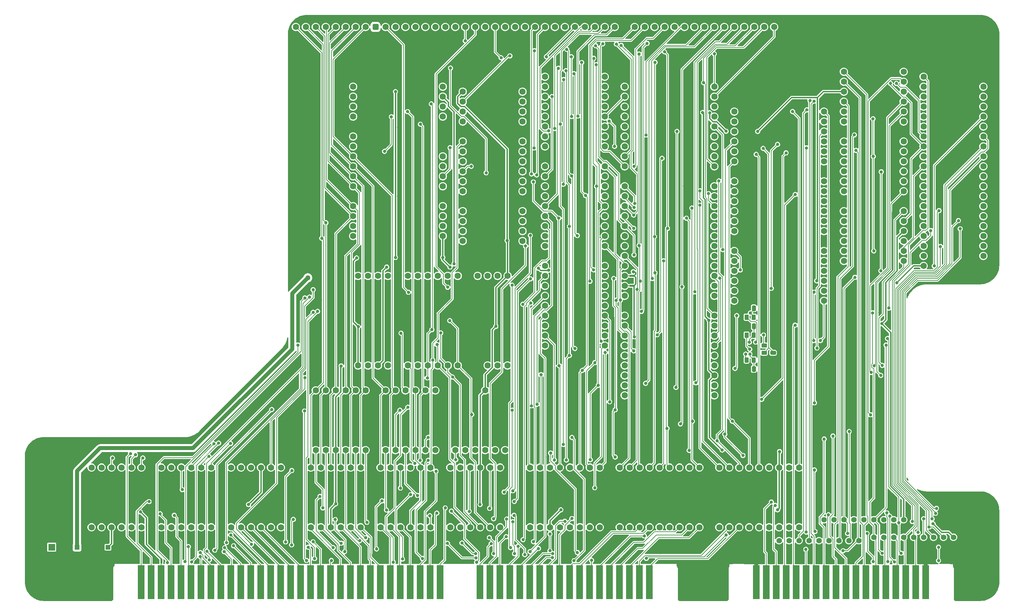
<source format=gbl>
%TF.GenerationSoftware,KiCad,Pcbnew,7.0.5*%
%TF.CreationDate,2024-02-23T20:54:13+02:00*%
%TF.ProjectId,Processor Board,50726f63-6573-4736-9f72-20426f617264,rev?*%
%TF.SameCoordinates,PX10f4d20PY1360f00*%
%TF.FileFunction,Copper,L2,Bot*%
%TF.FilePolarity,Positive*%
%FSLAX46Y46*%
G04 Gerber Fmt 4.6, Leading zero omitted, Abs format (unit mm)*
G04 Created by KiCad (PCBNEW 7.0.5) date 2024-02-23 20:54:13*
%MOMM*%
%LPD*%
G01*
G04 APERTURE LIST*
G04 Aperture macros list*
%AMRoundRect*
0 Rectangle with rounded corners*
0 $1 Rounding radius*
0 $2 $3 $4 $5 $6 $7 $8 $9 X,Y pos of 4 corners*
0 Add a 4 corners polygon primitive as box body*
4,1,4,$2,$3,$4,$5,$6,$7,$8,$9,$2,$3,0*
0 Add four circle primitives for the rounded corners*
1,1,$1+$1,$2,$3*
1,1,$1+$1,$4,$5*
1,1,$1+$1,$6,$7*
1,1,$1+$1,$8,$9*
0 Add four rect primitives between the rounded corners*
20,1,$1+$1,$2,$3,$4,$5,0*
20,1,$1+$1,$4,$5,$6,$7,0*
20,1,$1+$1,$6,$7,$8,$9,0*
20,1,$1+$1,$8,$9,$2,$3,0*%
G04 Aperture macros list end*
%TA.AperFunction,ComponentPad*%
%ADD10C,1.600000*%
%TD*%
%TA.AperFunction,ConnectorPad*%
%ADD11R,1.780000X8.620000*%
%TD*%
%TA.AperFunction,ComponentPad*%
%ADD12C,1.400000*%
%TD*%
%TA.AperFunction,ComponentPad*%
%ADD13RoundRect,0.400000X-0.400000X-0.400000X0.400000X-0.400000X0.400000X0.400000X-0.400000X0.400000X0*%
%TD*%
%TA.AperFunction,ComponentPad*%
%ADD14R,1.600000X1.600000*%
%TD*%
%TA.AperFunction,ComponentPad*%
%ADD15R,1.200000X1.200000*%
%TD*%
%TA.AperFunction,ComponentPad*%
%ADD16C,1.200000*%
%TD*%
%TA.AperFunction,ComponentPad*%
%ADD17C,5.600000*%
%TD*%
%TA.AperFunction,ComponentPad*%
%ADD18R,1.800000X1.800000*%
%TD*%
%TA.AperFunction,ComponentPad*%
%ADD19C,1.800000*%
%TD*%
%TA.AperFunction,SMDPad,CuDef*%
%ADD20C,0.500000*%
%TD*%
%TA.AperFunction,SMDPad,CuDef*%
%ADD21RoundRect,0.250000X0.262500X0.450000X-0.262500X0.450000X-0.262500X-0.450000X0.262500X-0.450000X0*%
%TD*%
%TA.AperFunction,SMDPad,CuDef*%
%ADD22RoundRect,0.250000X0.250000X0.475000X-0.250000X0.475000X-0.250000X-0.475000X0.250000X-0.475000X0*%
%TD*%
%TA.AperFunction,SMDPad,CuDef*%
%ADD23RoundRect,0.250000X0.475000X-0.250000X0.475000X0.250000X-0.475000X0.250000X-0.475000X-0.250000X0*%
%TD*%
%TA.AperFunction,SMDPad,CuDef*%
%ADD24RoundRect,0.250000X0.450000X-0.262500X0.450000X0.262500X-0.450000X0.262500X-0.450000X-0.262500X0*%
%TD*%
%TA.AperFunction,ViaPad*%
%ADD25C,0.800000*%
%TD*%
%TA.AperFunction,ViaPad*%
%ADD26C,1.300000*%
%TD*%
%TA.AperFunction,Conductor*%
%ADD27C,0.200000*%
%TD*%
%TA.AperFunction,Conductor*%
%ADD28C,0.380000*%
%TD*%
%TA.AperFunction,Conductor*%
%ADD29C,1.000000*%
%TD*%
G04 APERTURE END LIST*
%TA.AperFunction,EtchedComponent*%
%TO.C,NT1*%
G36*
X29460000Y-134231000D02*
G01*
X28960000Y-134231000D01*
X28960000Y-133231000D01*
X29460000Y-133231000D01*
X29460000Y-134231000D01*
G37*
%TD.AperFunction*%
%TA.AperFunction,EtchedComponent*%
%TO.C,NT2*%
G36*
X149725000Y-63750000D02*
G01*
X148725000Y-63750000D01*
X148725000Y-63250000D01*
X149725000Y-63250000D01*
X149725000Y-63750000D01*
G37*
%TD.AperFunction*%
%TA.AperFunction,EtchedComponent*%
%TO.C,NT3*%
G36*
X149725000Y-61210000D02*
G01*
X148725000Y-61210000D01*
X148725000Y-60710000D01*
X149725000Y-60710000D01*
X149725000Y-61210000D01*
G37*
%TD.AperFunction*%
%TD*%
D10*
%TO.P,B10,1,5V*%
%TO.N,/5V*%
X106045000Y-13970000D03*
%TO.P,B10,2,~{Reset}*%
%TO.N,/~{Reset}*%
X106045000Y-16510000D03*
%TO.P,B10,3,~{RD}*%
%TO.N,/~{RD}*%
X106045000Y-19050000D03*
%TO.P,B10,4,~{WD}*%
%TO.N,/~{WD}*%
X106045000Y-21590000D03*
%TO.P,B10,5,GND*%
%TO.N,/GND*%
X106045000Y-24130000D03*
%TO.P,B10,6,CLK*%
%TO.N,/CLK*%
X106045000Y-26670000D03*
%TO.P,B10,7,~{NMI_Rate_Select}*%
%TO.N,/~{Timer Speed Select}*%
X106045000Y-29210000D03*
%TO.P,B10,8,D0*%
%TO.N,/D0*%
X106045000Y-31750000D03*
%TO.P,B10,9,D1*%
%TO.N,/D1*%
X106045000Y-34290000D03*
%TO.P,B10,10,D2*%
%TO.N,/D2*%
X106045000Y-36830000D03*
%TO.P,B10,11,D3*%
%TO.N,/D3*%
X106045000Y-39370000D03*
%TO.P,B10,12,GND*%
%TO.N,/GND*%
X106045000Y-41910000D03*
%TO.P,B10,13,D4*%
%TO.N,/D4*%
X106045000Y-44450000D03*
%TO.P,B10,14,D5*%
%TO.N,/D5*%
X106045000Y-46990000D03*
%TO.P,B10,15,D6*%
%TO.N,/D6*%
X106045000Y-49530000D03*
%TO.P,B10,16,D7*%
%TO.N,/D7*%
X106045000Y-52070000D03*
%TO.P,B10,17,5V*%
%TO.N,/5V*%
X121285000Y-52070000D03*
%TO.P,B10,18,N.C.*%
%TO.N,unconnected-(B10-N.C.-Pad18)*%
X121285000Y-49530000D03*
%TO.P,B10,19,N.C.*%
%TO.N,unconnected-(B10-N.C.-Pad19)*%
X121285000Y-46990000D03*
%TO.P,B10,20,N.C.*%
%TO.N,unconnected-(B10-N.C.-Pad20)*%
X121285000Y-44450000D03*
%TO.P,B10,21,GND*%
%TO.N,/GND*%
X121285000Y-41910000D03*
%TO.P,B10,22,N.C.*%
%TO.N,unconnected-(B10-N.C.-Pad22)*%
X121285000Y-39370000D03*
%TO.P,B10,23,N.C.*%
%TO.N,unconnected-(B10-N.C.-Pad23)*%
X121285000Y-36830000D03*
%TO.P,B10,24,N.C.*%
%TO.N,unconnected-(B10-N.C.-Pad24)*%
X121285000Y-34290000D03*
%TO.P,B10,25,N.C.*%
%TO.N,unconnected-(B10-N.C.-Pad25)*%
X121285000Y-31750000D03*
%TO.P,B10,26,~{Set_Timer}*%
%TO.N,/~{Timer}*%
X121285000Y-29210000D03*
%TO.P,B10,27,N.C.*%
%TO.N,unconnected-(B10-N.C.-Pad27)*%
X121285000Y-26670000D03*
%TO.P,B10,28,GND*%
%TO.N,/GND*%
X121285000Y-24130000D03*
%TO.P,B10,29,N.C.*%
%TO.N,unconnected-(B10-N.C.-Pad29)*%
X121285000Y-21590000D03*
%TO.P,B10,30,N.C.*%
%TO.N,unconnected-(B10-N.C.-Pad30)*%
X121285000Y-19050000D03*
%TO.P,B10,31,N.C.*%
%TO.N,unconnected-(B10-N.C.-Pad31)*%
X121285000Y-16510000D03*
%TO.P,B10,32,N.C.*%
%TO.N,unconnected-(B10-N.C.-Pad32)*%
X121285000Y-13970000D03*
%TD*%
D11*
%TO.P,J1,2,2*%
%TO.N,/GND*%
X180866248Y-139065000D03*
%TO.P,J1,4,4*%
%TO.N,/~{Reset}_{Device}19*%
X183406248Y-139065000D03*
%TO.P,J1,6,6*%
%TO.N,/~{Reset}_{Device}18*%
X185946248Y-139065000D03*
%TO.P,J1,8,8*%
%TO.N,/~{Reset}_{Device}17*%
X188486248Y-139065000D03*
%TO.P,J1,10,10*%
%TO.N,/~{Reset}_{Device}16*%
X191026248Y-139065000D03*
%TO.P,J1,12,12*%
%TO.N,/~{Reset}_{Device}7*%
X193566248Y-139065000D03*
%TO.P,J1,14,14*%
%TO.N,/~{Reset}_{Device}6*%
X196106248Y-139065000D03*
%TO.P,J1,16,16*%
%TO.N,/~{Reset}_{Device}5*%
X198646248Y-139065000D03*
%TO.P,J1,18,18*%
%TO.N,/~{Reset}_{Device}4*%
X201186248Y-139065000D03*
%TO.P,J1,20,20*%
%TO.N,/~{Reset}_{Device}3*%
X203726248Y-139065000D03*
%TO.P,J1,22,22*%
%TO.N,/~{Reset}_{Device}2*%
X206266248Y-139065000D03*
%TO.P,J1,24,24*%
%TO.N,/~{Reset}_{Device}1*%
X208806248Y-139065000D03*
%TO.P,J1,26,26*%
%TO.N,/~{Enable}_{Device}5*%
X211346248Y-139065000D03*
%TO.P,J1,28,28*%
%TO.N,/~{Enable}_{Device}4*%
X213886248Y-139065000D03*
%TO.P,J1,30,30*%
%TO.N,/~{Enable}_{Device}3*%
X216426248Y-139065000D03*
%TO.P,J1,32,32*%
%TO.N,/~{Enable}_{Device}2*%
X218966248Y-139065000D03*
%TO.P,J1,34,34*%
%TO.N,/~{Enable}_{Device}1*%
X221506248Y-139065000D03*
%TO.P,J1,36,36*%
%TO.N,/GND*%
X224046248Y-139065000D03*
%TD*%
D10*
%TO.P,B5,1,~{Device}*%
%TO.N,/~{Device}*%
X142240000Y-78740000D03*
%TO.P,B5,2,Native_Latch*%
%TO.N,/Native Latch*%
X142240000Y-76200000D03*
%TO.P,B5,3,5V*%
%TO.N,/5V*%
X142240000Y-73660000D03*
%TO.P,B5,4,~{RAM_{CS}}*%
%TO.N,/~{RAM_{CS}}*%
X142240000Y-71120000D03*
%TO.P,B5,5,~{ROM_{CS}}*%
%TO.N,/~{ROM_{CS}}*%
X142240000Y-68580000D03*
%TO.P,B5,6,~{Device_Group_32K}*%
%TO.N,unconnected-(B5-~{Device_Group_32K}-Pad6)*%
X142240000Y-66040000D03*
%TO.P,B5,7,~{Device_Group_128K}*%
%TO.N,unconnected-(B5-~{Device_Group_128K}-Pad7)*%
X142240000Y-63500000D03*
%TO.P,B5,8,~{Other}*%
%TO.N,/~{Main}*%
X142240000Y-60960000D03*
%TO.P,B5,9,Kernal_Mode*%
%TO.N,/3.3V*%
X142240000Y-58420000D03*
%TO.P,B5,10,GND*%
%TO.N,/GND*%
X142240000Y-55880000D03*
%TO.P,B5,11,A23*%
%TO.N,/A23*%
X142240000Y-53340000D03*
%TO.P,B5,12,A22*%
%TO.N,/A22*%
X142240000Y-50800000D03*
%TO.P,B5,13,A21*%
%TO.N,/A21*%
X142240000Y-48260000D03*
%TO.P,B5,14,A20*%
%TO.N,/A20*%
X142240000Y-45720000D03*
%TO.P,B5,15,A19*%
%TO.N,/A19*%
X142240000Y-43180000D03*
%TO.P,B5,16,A18*%
%TO.N,/A18*%
X142240000Y-40640000D03*
%TO.P,B5,17,A17*%
%TO.N,/A17*%
X142240000Y-38100000D03*
%TO.P,B5,18,A16*%
%TO.N,/A16*%
X142240000Y-35560000D03*
%TO.P,B5,19,A15*%
%TO.N,/A15*%
X142240000Y-33020000D03*
%TO.P,B5,20,GND*%
%TO.N,/GND*%
X142240000Y-30480000D03*
%TO.P,B5,21,A3*%
%TO.N,/A3*%
X142240000Y-27940000D03*
%TO.P,B5,22,A2*%
%TO.N,/A2*%
X142240000Y-25400000D03*
%TO.P,B5,23,A1*%
%TO.N,/A1*%
X142240000Y-22860000D03*
%TO.P,B5,24,A0*%
%TO.N,/A0*%
X142240000Y-20320000D03*
%TO.P,B5,25,~{Special__{CS}12}*%
%TO.N,unconnected-(B5-~{Special__{CS}12}-Pad25)*%
X142240000Y-17780000D03*
%TO.P,B5,26,~{Special__{CS}13}*%
%TO.N,unconnected-(B5-~{Special__{CS}13}-Pad26)*%
X142240000Y-15240000D03*
%TO.P,B5,27,~{Special__{CS}14}*%
%TO.N,unconnected-(B5-~{Special__{CS}14}-Pad27)*%
X142240000Y-12700000D03*
%TO.P,B5,28,~{Special__{CS}15}*%
%TO.N,unconnected-(B5-~{Special__{CS}15}-Pad28)*%
X142240000Y-10160000D03*
%TO.P,B5,29,~{Special__{CS}11}*%
%TO.N,unconnected-(B5-~{Special__{CS}11}-Pad29)*%
X127000000Y-10160000D03*
%TO.P,B5,30,~{Special__{CS}10}*%
%TO.N,unconnected-(B5-~{Special__{CS}10}-Pad30)*%
X127000000Y-12700000D03*
%TO.P,B5,31,5V*%
%TO.N,/5V*%
X127000000Y-15240000D03*
%TO.P,B5,32,~{Special__{CS}9}*%
%TO.N,unconnected-(B5-~{Special__{CS}9}-Pad32)*%
X127000000Y-17780000D03*
%TO.P,B5,33,~{Special__{CS}8}*%
%TO.N,unconnected-(B5-~{Special__{CS}8}-Pad33)*%
X127000000Y-20320000D03*
%TO.P,B5,34,~{Special__{CS}7}*%
%TO.N,/~{NMI State}*%
X127000000Y-22860000D03*
%TO.P,B5,35,~{Special__{CS}6}*%
%TO.N,/~{Timer Speed Select}*%
X127000000Y-25400000D03*
%TO.P,B5,36,~{Special__{CS}5}*%
%TO.N,/~{Device Enable}_{ 16..19}*%
X127000000Y-27940000D03*
%TO.P,B5,37,GND*%
%TO.N,/GND*%
X127000000Y-30480000D03*
%TO.P,B5,38,~{Special__{CS}4}*%
%TO.N,unconnected-(B5-~{Special__{CS}4}-Pad38)*%
X127000000Y-33020000D03*
%TO.P,B5,39,~{Special__{CS}3}*%
%TO.N,/~{Device Enable}_{ 1..7}*%
X127000000Y-35560000D03*
%TO.P,B5,40,~{Special__{CS}2}*%
%TO.N,/~{Device Interrupt}_{ 16..19}*%
X127000000Y-38100000D03*
%TO.P,B5,41,~{Special__{CS}1}*%
%TO.N,unconnected-(B5-~{Special__{CS}1}-Pad41)*%
X127000000Y-40640000D03*
%TO.P,B5,42,~{Special__{CS}0}*%
%TO.N,/~{Device Interrupt}_{ 1..7}*%
X127000000Y-43180000D03*
%TO.P,B5,43,~{Device__{CS}19}*%
%TO.N,/~{Select}_{Device}19*%
X127000000Y-45720000D03*
%TO.P,B5,44,~{Device__{CS}18}*%
%TO.N,/~{Select}_{Device}18*%
X127000000Y-48260000D03*
%TO.P,B5,45,~{Device__{CS}17}*%
%TO.N,/~{Select}_{Device}17*%
X127000000Y-50800000D03*
%TO.P,B5,46,~{Device__{CS}16}*%
%TO.N,/~{Select}_{Device}16*%
X127000000Y-53340000D03*
%TO.P,B5,47,GND*%
%TO.N,/GND*%
X127000000Y-55880000D03*
%TO.P,B5,48,~{Device__{CS}7}*%
%TO.N,/~{Select}_{Device}7*%
X127000000Y-58420000D03*
%TO.P,B5,49,~{Device__{CS}6}*%
%TO.N,/~{Select}_{Device}6*%
X127000000Y-60960000D03*
%TO.P,B5,50,~{Device__{CS}5}*%
%TO.N,/~{Select}_{Device}5*%
X127000000Y-63500000D03*
%TO.P,B5,51,~{Device__{CS}4}*%
%TO.N,/~{Select}_{Device}4*%
X127000000Y-66040000D03*
%TO.P,B5,52,~{Device__{CS}3}*%
%TO.N,/~{Select}_{Device}3*%
X127000000Y-68580000D03*
%TO.P,B5,53,~{Device__{CS}2}*%
%TO.N,/~{Select}_{Device}2*%
X127000000Y-71120000D03*
%TO.P,B5,54,~{Reset}*%
%TO.N,/~{Reset}*%
X127000000Y-73660000D03*
%TO.P,B5,55,~{Device__{CS}1}*%
%TO.N,/~{Select}_{Device}1*%
X127000000Y-76200000D03*
%TO.P,B5,56,~{Special}*%
%TO.N,/~{Special}*%
X127000000Y-78740000D03*
%TD*%
%TO.P,B3,1,~{Reset}_1*%
%TO.N,/~{Reset}_{Device}1*%
X203200000Y-8890000D03*
%TO.P,B3,2,~{Reset}_2*%
%TO.N,/~{Reset}_{Device}2*%
X203200000Y-11430000D03*
%TO.P,B3,3,5V*%
%TO.N,/5V*%
X203200000Y-13970000D03*
%TO.P,B3,4,~{Reset}_3*%
%TO.N,/~{Reset}_{Device}3*%
X203200000Y-16510000D03*
%TO.P,B3,5,~{Reset}_8*%
%TO.N,unconnected-(B3-~{Reset}_8-Pad5)*%
X203200000Y-19050000D03*
%TO.P,B3,6,~{Reset}_9*%
%TO.N,unconnected-(B3-~{Reset}_9-Pad6)*%
X203200000Y-21590000D03*
%TO.P,B3,7,GND*%
%TO.N,/GND*%
X203200000Y-24130000D03*
%TO.P,B3,8,~{Reset}_10*%
%TO.N,unconnected-(B3-~{Reset}_10-Pad8)*%
X203200000Y-26670000D03*
%TO.P,B3,9,~{Reset}_11*%
%TO.N,unconnected-(B3-~{Reset}_11-Pad9)*%
X203200000Y-29210000D03*
%TO.P,B3,10,N.C.*%
%TO.N,unconnected-(B3-N.C.-Pad10)*%
X203200000Y-31750000D03*
%TO.P,B3,11,D0*%
%TO.N,/D0*%
X203200000Y-34290000D03*
%TO.P,B3,12,D1*%
%TO.N,/D1*%
X203200000Y-36830000D03*
%TO.P,B3,13,D2*%
%TO.N,/D2*%
X203200000Y-39370000D03*
%TO.P,B3,14,GND*%
%TO.N,/GND*%
X203200000Y-41910000D03*
%TO.P,B3,15,D3*%
%TO.N,/D3*%
X203200000Y-44450000D03*
%TO.P,B3,16,D4*%
%TO.N,/D4*%
X203200000Y-46990000D03*
%TO.P,B3,17,D5*%
%TO.N,/D5*%
X203200000Y-49530000D03*
%TO.P,B3,18,D6*%
%TO.N,/D6*%
X203200000Y-52070000D03*
%TO.P,B3,19,D7*%
%TO.N,/D7*%
X203200000Y-54610000D03*
%TO.P,B3,20,~{WD}*%
%TO.N,/~{WD}*%
X203200000Y-57150000D03*
%TO.P,B3,21,~{CLK}*%
%TO.N,/CLK*%
X218440000Y-57150000D03*
%TO.P,B3,22,~{Enables}_16..19*%
%TO.N,/~{Device Enable}_{ 16..19}*%
X218440000Y-54610000D03*
%TO.P,B3,23,5V*%
%TO.N,/5V*%
X218440000Y-52070000D03*
%TO.P,B3,24,~{Enables}_8..15*%
%TO.N,/3.3V*%
X218440000Y-49530000D03*
%TO.P,B3,25,~{Enables}_1..7*%
%TO.N,/~{Device Enable}_{ 1..7}*%
X218440000Y-46990000D03*
%TO.P,B3,26,~{Reset}_19*%
%TO.N,/~{Reset}_{Device}19*%
X218440000Y-44450000D03*
%TO.P,B3,27,GND*%
%TO.N,/GND*%
X218440000Y-41910000D03*
%TO.P,B3,28,~{Reset}_18*%
%TO.N,/~{Reset}_{Device}18*%
X218440000Y-39370000D03*
%TO.P,B3,29,~{Reset}_17*%
%TO.N,/~{Reset}_{Device}17*%
X218440000Y-36830000D03*
%TO.P,B3,30,~{Reset}_16*%
%TO.N,/~{Reset}_{Device}16*%
X218440000Y-34290000D03*
%TO.P,B3,31,~{Reset}_12*%
%TO.N,unconnected-(B3-~{Reset}_12-Pad31)*%
X218440000Y-31750000D03*
%TO.P,B3,32,~{Reset}_13*%
%TO.N,unconnected-(B3-~{Reset}_13-Pad32)*%
X218440000Y-29210000D03*
%TO.P,B3,33,~{Reset}_14*%
%TO.N,unconnected-(B3-~{Reset}_14-Pad33)*%
X218440000Y-26670000D03*
%TO.P,B3,34,GND*%
%TO.N,/GND*%
X218440000Y-24130000D03*
%TO.P,B3,35,~{Reset}_15*%
%TO.N,unconnected-(B3-~{Reset}_15-Pad35)*%
X218440000Y-21590000D03*
%TO.P,B3,36,~{Reset}_4*%
%TO.N,/~{Reset}_{Device}4*%
X218440000Y-19050000D03*
%TO.P,B3,37,~{Reset}_5*%
%TO.N,/~{Reset}_{Device}5*%
X218440000Y-16510000D03*
%TO.P,B3,38,~{Reset}_6*%
%TO.N,/~{Reset}_{Device}6*%
X218440000Y-13970000D03*
%TO.P,B3,39,~{Reset}_7*%
%TO.N,/~{Reset}_{Device}7*%
X218440000Y-11430000D03*
%TO.P,B3,40,~{Reset}*%
%TO.N,/~{Reset}*%
X218440000Y-8890000D03*
%TD*%
%TO.P,B9,1,A15_{IN}*%
%TO.N,/A15*%
X59690000Y-109855000D03*
%TO.P,B9,2,A14_{IN}*%
%TO.N,/A14*%
X57150000Y-109855000D03*
%TO.P,B9,3,5V*%
%TO.N,/5V*%
X54610000Y-109855000D03*
%TO.P,B9,4,A13_{IN}*%
%TO.N,/A13*%
X52070000Y-109855000D03*
%TO.P,B9,5,A12_{IN}*%
%TO.N,/A12*%
X49530000Y-109855000D03*
%TO.P,B9,6,A11_{IN}*%
%TO.N,/A11*%
X46990000Y-109855000D03*
%TO.P,B9,7,GND*%
%TO.N,/GND*%
X44450000Y-109855000D03*
%TO.P,B9,8,A10_{IN}*%
%TO.N,/A10*%
X41910000Y-109855000D03*
%TO.P,B9,9,A9_{IN}*%
%TO.N,/A9*%
X39370000Y-109855000D03*
%TO.P,B9,10,A8_{IN}*%
%TO.N,/A8*%
X36830000Y-109855000D03*
%TO.P,B9,11,Device_~{CS}*%
%TO.N,/~{Device}*%
X34290000Y-109855000D03*
%TO.P,B9,12,A7_{IN}*%
%TO.N,/A7*%
X31750000Y-109855000D03*
%TO.P,B9,13,A6_{IN}*%
%TO.N,/A6*%
X29210000Y-109855000D03*
%TO.P,B9,14,GND*%
%TO.N,/GND*%
X26670000Y-109855000D03*
%TO.P,B9,15,A5_{IN}*%
%TO.N,/A5*%
X24130000Y-109855000D03*
%TO.P,B9,16,A4_{IN}*%
%TO.N,/A4*%
X21590000Y-109855000D03*
%TO.P,B9,17,A3_{IN}*%
%TO.N,/A3*%
X19050000Y-109855000D03*
%TO.P,B9,18,A2_{IN}*%
%TO.N,/A2*%
X16510000Y-109855000D03*
%TO.P,B9,19,A1_{IN}*%
%TO.N,/A1*%
X13970000Y-109855000D03*
%TO.P,B9,20,A0_{IN}*%
%TO.N,/A0*%
X11430000Y-109855000D03*
%TO.P,B9,21,A0*%
%TO.N,/A0_{D}*%
X11430000Y-125095000D03*
%TO.P,B9,22,A1*%
%TO.N,/A1_{D}*%
X13970000Y-125095000D03*
%TO.P,B9,23,5V*%
%TO.N,/5V*%
X16510000Y-125095000D03*
%TO.P,B9,24,A2*%
%TO.N,/A2_{D}*%
X19050000Y-125095000D03*
%TO.P,B9,25,A3*%
%TO.N,/A3_{D}*%
X21590000Y-125095000D03*
%TO.P,B9,26,A4*%
%TO.N,/A4_{D}*%
X24130000Y-125095000D03*
%TO.P,B9,27,GND*%
%TO.N,/GND*%
X26670000Y-125095000D03*
%TO.P,B9,28,A5*%
%TO.N,/A5_{D}*%
X29210000Y-125095000D03*
%TO.P,B9,29,A6*%
%TO.N,/A6_{D}*%
X31750000Y-125095000D03*
%TO.P,B9,30,A7*%
%TO.N,/A7_{D}*%
X34290000Y-125095000D03*
%TO.P,B9,31,N.C.*%
%TO.N,unconnected-(B9-N.C.-Pad31)*%
X36830000Y-125095000D03*
%TO.P,B9,32,A8*%
%TO.N,/A8_{D}*%
X39370000Y-125095000D03*
%TO.P,B9,33,A9*%
%TO.N,/A9_{D}*%
X41910000Y-125095000D03*
%TO.P,B9,34,GND*%
%TO.N,/GND*%
X44450000Y-125095000D03*
%TO.P,B9,35,A10*%
%TO.N,/A10_{D}*%
X46990000Y-125095000D03*
%TO.P,B9,36,A11*%
%TO.N,/A11_{D}*%
X49530000Y-125095000D03*
%TO.P,B9,37,A12*%
%TO.N,/A12_{D}*%
X52070000Y-125095000D03*
%TO.P,B9,38,A13*%
%TO.N,/A13_{D}*%
X54610000Y-125095000D03*
%TO.P,B9,39,A14*%
%TO.N,/A14_{D}*%
X57150000Y-125095000D03*
%TO.P,B9,40,A15*%
%TO.N,/A15_{D}*%
X59690000Y-125095000D03*
%TD*%
%TO.P,B11,1,5V*%
%TO.N,/5V*%
X78105000Y-12700000D03*
%TO.P,B11,2,~{Reset}*%
%TO.N,/~{Reset}*%
X78105000Y-15240000D03*
%TO.P,B11,3,~{RD}*%
%TO.N,/~{RD}*%
X78105000Y-17780000D03*
%TO.P,B11,4,~{WD}*%
%TO.N,/~{WD}*%
X78105000Y-20320000D03*
%TO.P,B11,5,GND*%
%TO.N,/GND*%
X78105000Y-22860000D03*
%TO.P,B11,6,MPU1*%
%TO.N,/MPU1_{M}*%
X78105000Y-25400000D03*
%TO.P,B11,7,MPU0*%
%TO.N,/MPU0_{M}*%
X78105000Y-27940000D03*
%TO.P,B11,8,D0*%
%TO.N,/D0*%
X78105000Y-30480000D03*
%TO.P,B11,9,D1*%
%TO.N,/D1*%
X78105000Y-33020000D03*
%TO.P,B11,10,D2*%
%TO.N,/D2*%
X78105000Y-35560000D03*
%TO.P,B11,11,D3*%
%TO.N,/D3*%
X78105000Y-38100000D03*
%TO.P,B11,12,GND*%
%TO.N,/GND*%
X78105000Y-40640000D03*
%TO.P,B11,13,D4*%
%TO.N,/D4*%
X78105000Y-43180000D03*
%TO.P,B11,14,D5*%
%TO.N,/D5*%
X78105000Y-45720000D03*
%TO.P,B11,15,D6*%
%TO.N,/D6*%
X78105000Y-48260000D03*
%TO.P,B11,16,D7*%
%TO.N,/D7*%
X78105000Y-50800000D03*
%TO.P,B11,17,5V*%
%TO.N,/5V*%
X100965000Y-50800000D03*
%TO.P,B11,18,Timer*%
%TO.N,unconnected-(B11-Timer-Pad18)*%
X100965000Y-48260000D03*
%TO.P,B11,19,Break_3*%
%TO.N,unconnected-(B11-Break_3-Pad19)*%
X100965000Y-45720000D03*
%TO.P,B11,20,Break_2*%
%TO.N,unconnected-(B11-Break_2-Pad20)*%
X100965000Y-43180000D03*
%TO.P,B11,21,GND*%
%TO.N,/GND*%
X100965000Y-40640000D03*
%TO.P,B11,22,Break_1*%
%TO.N,unconnected-(B11-Break_1-Pad22)*%
X100965000Y-38100000D03*
%TO.P,B11,23,~{NMI_State}*%
%TO.N,/~{NMI State}*%
X100965000Y-35560000D03*
%TO.P,B11,24,NMI_Enabled*%
%TO.N,unconnected-(B11-NMI_Enabled-Pad24)*%
X100965000Y-33020000D03*
%TO.P,B11,25,~{Set_Timer}*%
%TO.N,/~{Timer}*%
X100965000Y-30480000D03*
%TO.P,B11,26,Set_Enable_NMI*%
%TO.N,/GND*%
X100965000Y-27940000D03*
%TO.P,B11,27,Set_Disable_NMI*%
X100965000Y-25400000D03*
%TO.P,B11,28,GND*%
X100965000Y-22860000D03*
%TO.P,B11,29,~{Set_Break_1}*%
%TO.N,/~{NMI}_{1}*%
X100965000Y-20320000D03*
%TO.P,B11,30,~{Set_Break_2}*%
%TO.N,/~{NMI}_{2}*%
X100965000Y-17780000D03*
%TO.P,B11,31,~{Set_Break_3}*%
%TO.N,/3.3V*%
X100965000Y-15240000D03*
%TO.P,B11,32,~{NMI}*%
%TO.N,/~{NMI}*%
X100965000Y-12700000D03*
%TD*%
D12*
%TO.P,RN8,1,PC*%
%TO.N,/3.3V*%
X231140000Y-127635000D03*
%TO.P,RN8,2,R1*%
%TO.N,/~{Interrupt}_{Device}17*%
X228600000Y-127635000D03*
%TO.P,RN8,3,R2*%
%TO.N,/~{Interrupt}_{Device}18*%
X226060000Y-127635000D03*
%TO.P,RN8,4,R3*%
%TO.N,/~{Interrupt}_{Device}19*%
X223520000Y-127635000D03*
%TO.P,RN8,5,R4*%
%TO.N,/~{Enable}_{Device}1*%
X220980000Y-127635000D03*
%TO.P,RN8,6,R5*%
%TO.N,/~{Enable}_{Device}2*%
X218440000Y-127635000D03*
%TO.P,RN8,7,R6*%
%TO.N,/~{Enable}_{Device}3*%
X215900000Y-127635000D03*
%TO.P,RN8,8,R7*%
%TO.N,/~{Enable}_{Device}4*%
X213360000Y-127635000D03*
%TO.P,RN8,9,R8*%
%TO.N,/~{Enable}_{Device}5*%
X210820000Y-127635000D03*
%TD*%
D10*
%TO.P,B14,1,A23_{IN}*%
%TO.N,/A0*%
X191770000Y-109855000D03*
%TO.P,B14,2,A22_{IN}*%
%TO.N,/A1*%
X189230000Y-109855000D03*
%TO.P,B14,3,5V*%
%TO.N,/5V*%
X186690000Y-109855000D03*
%TO.P,B14,4,A21_{IN}*%
%TO.N,/A2*%
X184150000Y-109855000D03*
%TO.P,B14,5,A20_{IN}*%
%TO.N,/A3*%
X181610000Y-109855000D03*
%TO.P,B14,6,A19_{IN}*%
%TO.N,/A4*%
X179070000Y-109855000D03*
%TO.P,B14,7,A18_{IN}*%
%TO.N,/A5*%
X176530000Y-109855000D03*
%TO.P,B14,8,A17_{IN}*%
%TO.N,/A6*%
X173990000Y-109855000D03*
%TO.P,B14,9,A16_{IN}*%
%TO.N,/A7*%
X171450000Y-109855000D03*
%TO.P,B14,10,GND*%
%TO.N,/GND*%
X168910000Y-109855000D03*
%TO.P,B14,11,A15_{IN}*%
%TO.N,/A8*%
X166370000Y-109855000D03*
%TO.P,B14,12,A14_{IN}*%
%TO.N,/A9*%
X163830000Y-109855000D03*
%TO.P,B14,13,Device_~{CS}*%
%TO.N,/~{Main}*%
X161290000Y-109855000D03*
%TO.P,B14,14,A13_{IN}*%
%TO.N,/A10*%
X158750000Y-109855000D03*
%TO.P,B14,15,A12_{IN}*%
%TO.N,/A11*%
X156210000Y-109855000D03*
%TO.P,B14,16,A11_{IN}*%
%TO.N,/A12*%
X153670000Y-109855000D03*
%TO.P,B14,17,A10_{IN}*%
%TO.N,/A13*%
X151130000Y-109855000D03*
%TO.P,B14,18,A9_{IN}*%
%TO.N,/A14*%
X148590000Y-109855000D03*
%TO.P,B14,19,A8_{IN}*%
%TO.N,/A15*%
X146050000Y-109855000D03*
%TO.P,B14,20,GND*%
%TO.N,/GND*%
X143510000Y-109855000D03*
%TO.P,B14,21,A7_{IN}*%
%TO.N,/A16*%
X140970000Y-109855000D03*
%TO.P,B14,22,A7_{IN}*%
%TO.N,/A17*%
X138430000Y-109855000D03*
%TO.P,B14,23,A5_{IN}*%
%TO.N,/A18*%
X135890000Y-109855000D03*
%TO.P,B14,24,A4_{IN}*%
%TO.N,/A19*%
X133350000Y-109855000D03*
%TO.P,B14,25,A3_{IN}*%
%TO.N,/A20*%
X130810000Y-109855000D03*
%TO.P,B14,26,A2_{IN}*%
%TO.N,/A21*%
X128270000Y-109855000D03*
%TO.P,B14,27,A1_{IN}*%
%TO.N,/A22*%
X125730000Y-109855000D03*
%TO.P,B14,28,A0_{IN}*%
%TO.N,/A23*%
X123190000Y-109855000D03*
%TO.P,B14,29,A0*%
%TO.N,/A23_{M}*%
X123190000Y-125095000D03*
%TO.P,B14,30,A1*%
%TO.N,/A22_{M}*%
X125730000Y-125095000D03*
%TO.P,B14,31,5V*%
%TO.N,/5V*%
X128270000Y-125095000D03*
%TO.P,B14,32,A2*%
%TO.N,/A21_{M}*%
X130810000Y-125095000D03*
%TO.P,B14,33,A3*%
%TO.N,/A20_{M}*%
X133350000Y-125095000D03*
%TO.P,B14,34,A4*%
%TO.N,/A19_{M}*%
X135890000Y-125095000D03*
%TO.P,B14,35,A5*%
%TO.N,/A18_{M}*%
X138430000Y-125095000D03*
%TO.P,B14,36,A6*%
%TO.N,/A17_{M}*%
X140970000Y-125095000D03*
%TO.P,B14,37,GND*%
%TO.N,/GND*%
X143510000Y-125095000D03*
%TO.P,B14,38,A7*%
%TO.N,/A16_{M}*%
X146050000Y-125095000D03*
%TO.P,B14,39,A8*%
%TO.N,/A15_{M}*%
X148590000Y-125095000D03*
%TO.P,B14,40,A9*%
%TO.N,/A14_{M}*%
X151130000Y-125095000D03*
%TO.P,B14,41,A10*%
%TO.N,/A13_{M}*%
X153670000Y-125095000D03*
%TO.P,B14,42,A11*%
%TO.N,/A12_{M}*%
X156210000Y-125095000D03*
%TO.P,B14,43,A12*%
%TO.N,/A11_{M}*%
X158750000Y-125095000D03*
%TO.P,B14,44,A13*%
%TO.N,/A10_{M}*%
X161290000Y-125095000D03*
%TO.P,B14,45,A14*%
%TO.N,/A9_{M}*%
X163830000Y-125095000D03*
%TO.P,B14,46,A15*%
%TO.N,/A8_{M}*%
X166370000Y-125095000D03*
%TO.P,B14,47,GND*%
%TO.N,/GND*%
X168910000Y-125095000D03*
%TO.P,B14,48,N.C.*%
%TO.N,unconnected-(B14-N.C.-Pad48)*%
X171450000Y-125095000D03*
%TO.P,B14,49,A16*%
%TO.N,/A7_{M}*%
X173990000Y-125095000D03*
%TO.P,B14,50,A17*%
%TO.N,/A6_{M}*%
X176530000Y-125095000D03*
%TO.P,B14,51,A18*%
%TO.N,/A5_{M}*%
X179070000Y-125095000D03*
%TO.P,B14,52,A19*%
%TO.N,/A4_{M}*%
X181610000Y-125095000D03*
%TO.P,B14,53,A20*%
%TO.N,/A3_{M}*%
X184150000Y-125095000D03*
%TO.P,B14,54,A21*%
%TO.N,/A2_{M}*%
X186690000Y-125095000D03*
%TO.P,B14,55,A22*%
%TO.N,/A1_{M}*%
X189230000Y-125095000D03*
%TO.P,B14,56,A23*%
%TO.N,/A0_{M}*%
X191770000Y-125095000D03*
%TD*%
%TO.P,B13,1,D7*%
%TO.N,/D7*%
X63500000Y2540000D03*
%TO.P,B13,2,D6*%
%TO.N,/D6*%
X66040000Y2540000D03*
%TO.P,B13,3,D5*%
%TO.N,/D5*%
X68580000Y2540000D03*
%TO.P,B13,4,D4*%
%TO.N,/D4*%
X71120000Y2540000D03*
%TO.P,B13,5,D3*%
%TO.N,/D3*%
X73660000Y2540000D03*
%TO.P,B13,6,D2*%
%TO.N,/D2*%
X76200000Y2540000D03*
%TO.P,B13,7,D1*%
%TO.N,/D1*%
X78740000Y2540000D03*
%TO.P,B13,8,D0*%
%TO.N,/D0*%
X81280000Y2540000D03*
D13*
%TO.P,B13,9,12V*%
%TO.N,/12V*%
X83820000Y2540000D03*
D10*
%TO.P,B13,10,A23*%
%TO.N,/A23*%
X86360000Y2540000D03*
%TO.P,B13,11,A22*%
%TO.N,/A22*%
X88900000Y2540000D03*
%TO.P,B13,12,A21*%
%TO.N,/A21*%
X91440000Y2540000D03*
%TO.P,B13,13,A20*%
%TO.N,/A20*%
X93980000Y2540000D03*
%TO.P,B13,14,A19*%
%TO.N,/A19*%
X96520000Y2540000D03*
%TO.P,B13,15,A18*%
%TO.N,/A18*%
X99060000Y2540000D03*
%TO.P,B13,16,A17*%
%TO.N,/A17*%
X101600000Y2540000D03*
%TO.P,B13,17,A16*%
%TO.N,/A16*%
X104140000Y2540000D03*
%TO.P,B13,18,A15*%
%TO.N,/A15*%
X106680000Y2540000D03*
%TO.P,B13,19,A14*%
%TO.N,/A14*%
X109220000Y2540000D03*
%TO.P,B13,20,A13*%
%TO.N,/A13*%
X111760000Y2540000D03*
%TO.P,B13,21,A12*%
%TO.N,/A12*%
X114300000Y2540000D03*
%TO.P,B13,22,A11*%
%TO.N,/A11*%
X116840000Y2540000D03*
%TO.P,B13,23,A10*%
%TO.N,/A10*%
X119380000Y2540000D03*
%TO.P,B13,24,A9*%
%TO.N,/A9*%
X121920000Y2540000D03*
%TO.P,B13,25,A8*%
%TO.N,/A8*%
X124460000Y2540000D03*
%TO.P,B13,26,A7*%
%TO.N,/A7*%
X127000000Y2540000D03*
%TO.P,B13,27,A6*%
%TO.N,/A6*%
X129540000Y2540000D03*
%TO.P,B13,28,A5*%
%TO.N,/A5*%
X132080000Y2540000D03*
%TO.P,B13,29,A4*%
%TO.N,/A4*%
X134620000Y2540000D03*
%TO.P,B13,30,A3*%
%TO.N,/A3*%
X137160000Y2540000D03*
%TO.P,B13,31,A2*%
%TO.N,/A2*%
X139700000Y2540000D03*
%TO.P,B13,32,A1*%
%TO.N,/A1*%
X142240000Y2540000D03*
%TO.P,B13,33,A0*%
%TO.N,/A0*%
X144780000Y2540000D03*
D14*
%TO.P,B13,34,GND*%
%TO.N,/GND*%
X147320000Y2540000D03*
D10*
%TO.P,B13,35,PHI2*%
%TO.N,/PHI2*%
X149860000Y2540000D03*
%TO.P,B13,36,BE*%
%TO.N,/BE*%
X152400000Y2540000D03*
%TO.P,B13,37,R~{W}*%
%TO.N,/R~{W}*%
X154940000Y2540000D03*
%TO.P,B13,38,E*%
%TO.N,/E*%
X157480000Y2540000D03*
%TO.P,B13,39,M*%
%TO.N,/M*%
X160020000Y2540000D03*
%TO.P,B13,40,VDA*%
%TO.N,/VDA*%
X162560000Y2540000D03*
%TO.P,B13,41,~{RES}*%
%TO.N,/~{Reset}*%
X165100000Y2540000D03*
%TO.P,B13,42,~{VP}*%
%TO.N,/~{VP}*%
X167640000Y2540000D03*
%TO.P,B13,43,RDY*%
%TO.N,/RDY*%
X170180000Y2540000D03*
%TO.P,B13,44,~{ABORT}*%
%TO.N,/~{ABORT}*%
X172720000Y2540000D03*
%TO.P,B13,45,~{IRQ}*%
%TO.N,/~{IRQ}*%
X175260000Y2540000D03*
%TO.P,B13,46,~{ML}*%
%TO.N,/~{ML}*%
X177800000Y2540000D03*
%TO.P,B13,47,~{NMI}*%
%TO.N,/~{NMI}*%
X180340000Y2540000D03*
%TO.P,B13,48,VPA*%
%TO.N,/VPA*%
X182880000Y2540000D03*
%TO.P,B13,49,X*%
%TO.N,/X*%
X185420000Y2540000D03*
%TD*%
D15*
%TO.P,C4,1*%
%TO.N,/12V*%
X7747000Y-130175000D03*
D16*
%TO.P,C4,2*%
%TO.N,/GND*%
X5747000Y-130175000D03*
%TD*%
D17*
%TO.P,H8,1,GND*%
%TO.N,/GND*%
X237696500Y0D03*
%TD*%
D12*
%TO.P,RN9,1,PC*%
%TO.N,/3.3V*%
X218440000Y-123190000D03*
%TO.P,RN9,2,R1*%
%TO.N,/~{Enable}_{Device}6*%
X215900000Y-123190000D03*
%TO.P,RN9,3,R2*%
%TO.N,/~{Enable}_{Device}7*%
X213360000Y-123190000D03*
%TO.P,RN9,4,R3*%
%TO.N,/~{Enable}_{Device}16*%
X210820000Y-123190000D03*
%TO.P,RN9,5,R4*%
%TO.N,/~{Enable}_{Device}17*%
X208280000Y-123190000D03*
%TO.P,RN9,6,R5*%
%TO.N,/~{Enable}_{Device}18*%
X205740000Y-123190000D03*
%TO.P,RN9,7,R6*%
%TO.N,/~{Enable}_{Device}19*%
X203200000Y-123190000D03*
%TO.P,RN9,8,R7*%
%TO.N,unconnected-(RN9-R7-Pad8)*%
X200660000Y-123190000D03*
%TO.P,RN9,9,R8*%
%TO.N,unconnected-(RN9-R8-Pad9)*%
X198120000Y-123190000D03*
%TD*%
D10*
%TO.P,B6,1,S7_{IN}*%
%TO.N,/GND*%
X116840000Y-90170000D03*
%TO.P,B6,2,S6_{IN}*%
X114300000Y-90170000D03*
%TO.P,B6,3,5V*%
%TO.N,/5V*%
X111760000Y-90170000D03*
%TO.P,B6,4,S5_{IN}*%
%TO.N,/GND*%
X109220000Y-90170000D03*
%TO.P,B6,5,S4_{IN}*%
X106680000Y-90170000D03*
%TO.P,B6,6,S3_{IN}*%
X104140000Y-90170000D03*
%TO.P,B6,7,GND*%
X101600000Y-90170000D03*
%TO.P,B6,8,S2_{IN}*%
%TO.N,/~{Main}*%
X99060000Y-90170000D03*
%TO.P,B6,9,~{WD}_{IN}*%
%TO.N,/~{WD}*%
X96520000Y-90170000D03*
%TO.P,B6,10,~{RD}_{IN}*%
%TO.N,/~{RD}*%
X93980000Y-90170000D03*
%TO.P,B6,11,Device_~{CS}*%
%TO.N,/~{Main}*%
X91440000Y-90170000D03*
%TO.P,B6,12,D7_{IN/OUT}*%
%TO.N,/D0*%
X88900000Y-90170000D03*
%TO.P,B6,13,D6_{IN/OUT}*%
%TO.N,/D1*%
X86360000Y-90170000D03*
%TO.P,B6,14,GND*%
%TO.N,/GND*%
X83820000Y-90170000D03*
%TO.P,B6,15,D5_{IN/OUT}*%
%TO.N,/D2*%
X81280000Y-90170000D03*
%TO.P,B6,16,D4_{IN/OUT}*%
%TO.N,/D3*%
X78740000Y-90170000D03*
%TO.P,B6,17,D3_{IN/OUT}*%
%TO.N,/D4*%
X76200000Y-90170000D03*
%TO.P,B6,18,D2_{IN/OUT}*%
%TO.N,/D5*%
X73660000Y-90170000D03*
%TO.P,B6,19,D1_{IN/OUT}*%
%TO.N,/D6*%
X71120000Y-90170000D03*
%TO.P,B6,20,D0_{IN/OUT}*%
%TO.N,/D7*%
X68580000Y-90170000D03*
%TO.P,B6,21,D0*%
%TO.N,/D7_{M}*%
X68580000Y-105410000D03*
%TO.P,B6,22,D1*%
%TO.N,/D6_{M}*%
X71120000Y-105410000D03*
%TO.P,B6,23,5V*%
%TO.N,/5V*%
X73660000Y-105410000D03*
%TO.P,B6,24,D2*%
%TO.N,/D5_{M}*%
X76200000Y-105410000D03*
%TO.P,B6,25,D3*%
%TO.N,/D4_{M}*%
X78740000Y-105410000D03*
%TO.P,B6,26,D4*%
%TO.N,/D3_{M}*%
X81280000Y-105410000D03*
%TO.P,B6,27,GND*%
%TO.N,/GND*%
X83820000Y-105410000D03*
%TO.P,B6,28,D5*%
%TO.N,/D2_{M}*%
X86360000Y-105410000D03*
%TO.P,B6,29,D6*%
%TO.N,/D1_{M}*%
X88900000Y-105410000D03*
%TO.P,B6,30,D7*%
%TO.N,/D0_{M}*%
X91440000Y-105410000D03*
%TO.P,B6,31,D_DIR*%
%TO.N,/~{RD}*%
X93980000Y-105410000D03*
%TO.P,B6,32,~{RD}_{OUT}*%
%TO.N,/~{RD}_{M}*%
X96520000Y-105410000D03*
%TO.P,B6,33,~{WD}_{OUT}*%
%TO.N,/~{WD}_{M}*%
X99060000Y-105410000D03*
%TO.P,B6,34,GND*%
%TO.N,/GND*%
X101600000Y-105410000D03*
%TO.P,B6,35,S2*%
%TO.N,/~{Main}_{M}*%
X104140000Y-105410000D03*
%TO.P,B6,36,S3*%
%TO.N,unconnected-(B6-S3-Pad36)*%
X106680000Y-105410000D03*
%TO.P,B6,37,S4*%
%TO.N,unconnected-(B6-S4-Pad37)*%
X109220000Y-105410000D03*
%TO.P,B6,38,S5*%
%TO.N,unconnected-(B6-S5-Pad38)*%
X111760000Y-105410000D03*
%TO.P,B6,39,S6*%
%TO.N,unconnected-(B6-S6-Pad39)*%
X114300000Y-105410000D03*
%TO.P,B6,40,S7*%
%TO.N,unconnected-(B6-S7-Pad40)*%
X116840000Y-105410000D03*
%TD*%
D18*
%TO.P,LED2,1,K*%
%TO.N,Net-(LED2-K)*%
X1270000Y-130175000D03*
D19*
%TO.P,LED2,2,A*%
%TO.N,/GND*%
X-1270000Y-130175000D03*
%TD*%
D15*
%TO.P,C3,1*%
%TO.N,/5V*%
X15589000Y-130175000D03*
D16*
%TO.P,C3,2*%
%TO.N,/GND*%
X13589000Y-130175000D03*
%TD*%
D10*
%TO.P,B1,1,Opcode_Valid*%
%TO.N,unconnected-(B1-Opcode_Valid-Pad1)*%
X147320000Y-12700000D03*
%TO.P,B1,2,A0*%
%TO.N,/A0*%
X147320000Y-15240000D03*
%TO.P,B1,3,5V*%
%TO.N,/5V*%
X147320000Y-17780000D03*
%TO.P,B1,4,A1*%
%TO.N,/A1*%
X147320000Y-20320000D03*
%TO.P,B1,5,A2*%
%TO.N,/A2*%
X147320000Y-22860000D03*
%TO.P,B1,6,A3*%
%TO.N,/A3*%
X147320000Y-25400000D03*
%TO.P,B1,7,A4*%
%TO.N,/A4*%
X147320000Y-27940000D03*
%TO.P,B1,8,A5*%
%TO.N,/A5*%
X147320000Y-30480000D03*
%TO.P,B1,9,A6*%
%TO.N,/A6*%
X147320000Y-33020000D03*
%TO.P,B1,10,GND*%
%TO.N,/GND*%
X147320000Y-35560000D03*
%TO.P,B1,11,A7*%
%TO.N,/A7*%
X147320000Y-38100000D03*
%TO.P,B1,12,A8*%
%TO.N,/A8*%
X147320000Y-40640000D03*
%TO.P,B1,13,A9*%
%TO.N,/A9*%
X147320000Y-43180000D03*
%TO.P,B1,14,A10*%
%TO.N,/A10*%
X147320000Y-45720000D03*
%TO.P,B1,15,A11*%
%TO.N,/A11*%
X147320000Y-48260000D03*
%TO.P,B1,16,A12*%
%TO.N,/A12*%
X147320000Y-50800000D03*
%TO.P,B1,17,A13*%
%TO.N,/A13*%
X147320000Y-53340000D03*
%TO.P,B1,18,A14*%
%TO.N,/A14*%
X147320000Y-55880000D03*
%TO.P,B1,19,A15*%
%TO.N,/A15*%
X147320000Y-58420000D03*
%TO.P,B1,20,BE*%
%TO.N,/BE*%
X147320000Y-60960000D03*
%TO.P,B1,21,RDY*%
%TO.N,/RDY*%
X147320000Y-63500000D03*
%TO.P,B1,22,Address_Valid*%
%TO.N,unconnected-(B1-Address_Valid-Pad22)*%
X147320000Y-66040000D03*
%TO.P,B1,23,GND*%
%TO.N,/GND*%
X147320000Y-68580000D03*
%TO.P,B1,24,R~{W}*%
%TO.N,/R~{W}*%
X147320000Y-71120000D03*
%TO.P,B1,25,~{PHI2}_{OUT}*%
%TO.N,/~{PHI2}*%
X147320000Y-73660000D03*
%TO.P,B1,26,BA7*%
%TO.N,/A23*%
X147320000Y-76200000D03*
%TO.P,B1,27,BA6*%
%TO.N,/A22*%
X147320000Y-78740000D03*
%TO.P,B1,28,BA5*%
%TO.N,/A21*%
X147320000Y-81280000D03*
%TO.P,B1,29,BA4*%
%TO.N,/A20*%
X147320000Y-83820000D03*
%TO.P,B1,30,Bank_Latch*%
%TO.N,/Bank Latch*%
X147320000Y-86360000D03*
%TO.P,B1,31,~{VP}*%
%TO.N,/~{VP}*%
X147320000Y-88900000D03*
%TO.P,B1,32,~{ML}*%
%TO.N,/~{ML}*%
X147320000Y-91440000D03*
%TO.P,B1,33,~{BANK_0}*%
%TO.N,unconnected-(B1-~{BANK_0}-Pad33)*%
X170180000Y-91440000D03*
%TO.P,B1,34,BA3*%
%TO.N,/A19*%
X170180000Y-88900000D03*
%TO.P,B1,35,5V*%
%TO.N,/5V*%
X170180000Y-86360000D03*
%TO.P,B1,36,BA2*%
%TO.N,/A18*%
X170180000Y-83820000D03*
%TO.P,B1,37,BA1*%
%TO.N,/A17*%
X170180000Y-81280000D03*
%TO.P,B1,38,BA0*%
%TO.N,/A16*%
X170180000Y-78740000D03*
%TO.P,B1,39,PHI2*%
%TO.N,/PHI2*%
X170180000Y-76200000D03*
%TO.P,B1,40,~{Reset}*%
%TO.N,/~{Reset}*%
X170180000Y-73660000D03*
%TO.P,B1,41,~{NMI}*%
%TO.N,/~{NMI}*%
X170180000Y-71120000D03*
%TO.P,B1,42,GND*%
%TO.N,/GND*%
X170180000Y-68580000D03*
%TO.P,B1,43,~{IRQ}*%
%TO.N,/~{IRQ}*%
X170180000Y-66040000D03*
%TO.P,B1,44,~{ABORT}*%
%TO.N,/~{ABORT}*%
X170180000Y-63500000D03*
%TO.P,B1,45,DE*%
%TO.N,/PHI2*%
X170180000Y-60960000D03*
%TO.P,B1,46,D7*%
%TO.N,/D7*%
X170180000Y-58420000D03*
%TO.P,B1,47,D6*%
%TO.N,/D6*%
X170180000Y-55880000D03*
%TO.P,B1,48,D5*%
%TO.N,/D5*%
X170180000Y-53340000D03*
%TO.P,B1,49,D4*%
%TO.N,/D4*%
X170180000Y-50800000D03*
%TO.P,B1,50,D3*%
%TO.N,/D3*%
X170180000Y-48260000D03*
%TO.P,B1,51,D2*%
%TO.N,/D2*%
X170180000Y-45720000D03*
%TO.P,B1,52,D1*%
%TO.N,/D1*%
X170180000Y-43180000D03*
%TO.P,B1,53,D0*%
%TO.N,/D0*%
X170180000Y-40640000D03*
%TO.P,B1,54,E*%
%TO.N,/E*%
X170180000Y-38100000D03*
%TO.P,B1,55,GND*%
%TO.N,/GND*%
X170180000Y-35560000D03*
%TO.P,B1,56,VPA*%
%TO.N,/VPA*%
X170180000Y-33020000D03*
%TO.P,B1,57,Native_Latch*%
%TO.N,/Native Latch*%
X170180000Y-30480000D03*
%TO.P,B1,58,~{Trans_Output}*%
%TO.N,/~{Trans Out}*%
X170180000Y-27940000D03*
%TO.P,B1,59,VDA*%
%TO.N,/VDA*%
X170180000Y-25400000D03*
%TO.P,B1,60,~{WD}*%
%TO.N,/~{WD}*%
X170180000Y-22860000D03*
%TO.P,B1,61,~{RD}*%
%TO.N,/~{RD}*%
X170180000Y-20320000D03*
%TO.P,B1,62,VPA\u00B7VDA*%
%TO.N,unconnected-(B1-VPA\u00B7VDA-Pad62)*%
X170180000Y-17780000D03*
%TO.P,B1,63,X*%
%TO.N,/X*%
X170180000Y-15240000D03*
%TO.P,B1,64,M*%
%TO.N,/M*%
X170180000Y-12700000D03*
%TD*%
D17*
%TO.P,H16,1,GND*%
%TO.N,/GND*%
X237696500Y-138430000D03*
%TD*%
D10*
%TO.P,B2,1,5V*%
%TO.N,/5V*%
X79375000Y-83820000D03*
%TO.P,B2,2,~{Hold_Low}*%
%TO.N,/3.3V*%
X81915000Y-83820000D03*
%TO.P,B2,3,~{Hold_High}*%
X84455000Y-83820000D03*
%TO.P,B2,4,CLK*%
%TO.N,/CLK*%
X86995000Y-83820000D03*
%TO.P,B2,5,GND*%
%TO.N,/GND*%
X89535000Y-83820000D03*
%TO.P,B2,6,~{CLK}*%
%TO.N,/~{CLK}*%
X92075000Y-83820000D03*
%TO.P,B2,7,~{CLK}_{IN}*%
%TO.N,/CLK_{IN}*%
X94615000Y-83820000D03*
%TO.P,B2,8,~{Reset}*%
%TO.N,/~{Reset}*%
X97155000Y-83820000D03*
%TO.P,B2,9,Hold_Count_{0}D*%
%TO.N,/H0*%
X99695000Y-83820000D03*
%TO.P,B2,10,Hold_Count_{1}D*%
%TO.N,/H1*%
X102235000Y-83820000D03*
%TO.P,B2,11,Hold_Count_{2}D*%
%TO.N,/H2*%
X104775000Y-83820000D03*
%TO.P,B2,12,GND*%
%TO.N,/GND*%
X107315000Y-83820000D03*
%TO.P,B2,13,Hold_Count_{3}D*%
X109855000Y-83820000D03*
%TO.P,B2,14,HC_Latch_{2}*%
%TO.N,unconnected-(B2-HC_Latch_{2}-Pad14)*%
X112395000Y-83820000D03*
%TO.P,B2,15,HC_Latch_{3}*%
%TO.N,unconnected-(B2-HC_Latch_{3}-Pad15)*%
X114935000Y-83820000D03*
%TO.P,B2,16,N.C.*%
%TO.N,unconnected-(B2-N.C.-Pad16)*%
X117475000Y-83820000D03*
%TO.P,B2,17,5V*%
%TO.N,/5V*%
X117475000Y-60960000D03*
%TO.P,B2,18,CLK_High_Pulse*%
%TO.N,unconnected-(B2-CLK_High_Pulse-Pad18)*%
X114935000Y-60960000D03*
%TO.P,B2,19,~{HC=CC}*%
%TO.N,unconnected-(B2-~{HC=CC}-Pad19)*%
X112395000Y-60960000D03*
%TO.P,B2,20,HC=CC*%
%TO.N,unconnected-(B2-HC=CC-Pad20)*%
X109855000Y-60960000D03*
%TO.P,B2,21,GND*%
%TO.N,/GND*%
X107315000Y-60960000D03*
%TO.P,B2,22,HC_Latch_{1}*%
%TO.N,unconnected-(B2-HC_Latch_{1}-Pad22)*%
X104775000Y-60960000D03*
%TO.P,B2,23,HC_Latch_{0}*%
%TO.N,unconnected-(B2-HC_Latch_{0}-Pad23)*%
X102235000Y-60960000D03*
%TO.P,B2,24,~{PHI2}*%
%TO.N,unconnected-(B2-~{PHI2}-Pad24)*%
X99695000Y-60960000D03*
%TO.P,B2,25,Reset*%
%TO.N,unconnected-(B2-Reset-Pad25)*%
X97155000Y-60960000D03*
%TO.P,B2,26,Clk_Count_{3}*%
%TO.N,unconnected-(B2-Clk_Count_{3}-Pad26)*%
X94615000Y-60960000D03*
%TO.P,B2,27,Clk_Count_{2}*%
%TO.N,unconnected-(B2-Clk_Count_{2}-Pad27)*%
X92075000Y-60960000D03*
%TO.P,B2,28,GND*%
%TO.N,/GND*%
X89535000Y-60960000D03*
%TO.P,B2,29,Clk_Count_{1}*%
%TO.N,unconnected-(B2-Clk_Count_{1}-Pad29)*%
X86995000Y-60960000D03*
%TO.P,B2,30,Clk_Count_{0}*%
%TO.N,unconnected-(B2-Clk_Count_{0}-Pad30)*%
X84455000Y-60960000D03*
%TO.P,B2,31,CLK_Low_Pulse*%
%TO.N,unconnected-(B2-CLK_Low_Pulse-Pad31)*%
X81915000Y-60960000D03*
%TO.P,B2,32,PHI2*%
%TO.N,/PHI2*%
X79375000Y-60960000D03*
%TD*%
D11*
%TO.P,J5,A1,A1*%
%TO.N,/~{Reset}*%
X24087200Y-139065000D03*
%TO.P,J5,A2,A2*%
%TO.N,/~{Device}*%
X26627200Y-139065000D03*
%TO.P,J5,A3,A3*%
%TO.N,/Kernal*%
X29167200Y-139065000D03*
%TO.P,J5,A4,A4*%
%TO.N,/A0_{D}*%
X31707200Y-139065000D03*
%TO.P,J5,A5,A5*%
%TO.N,/A1_{D}*%
X34247200Y-139065000D03*
%TO.P,J5,A6,A6*%
%TO.N,/A2_{D}*%
X36787200Y-139065000D03*
%TO.P,J5,A7,A7*%
%TO.N,/A3_{D}*%
X39327200Y-139065000D03*
%TO.P,J5,A8,A8*%
%TO.N,/A4_{D}*%
X41867200Y-139065000D03*
%TO.P,J5,A9,A9*%
%TO.N,/A5_{D}*%
X44407200Y-139065000D03*
%TO.P,J5,A10,A10*%
%TO.N,/A6_{D}*%
X46947200Y-139065000D03*
%TO.P,J5,A11,A11*%
%TO.N,/A7_{D}*%
X49487200Y-139065000D03*
%TO.P,J5,A12,A12*%
%TO.N,/A8_{D}*%
X52027200Y-139065000D03*
%TO.P,J5,A13,A13*%
%TO.N,/A9_{D}*%
X54567200Y-139065000D03*
%TO.P,J5,A14,A14*%
%TO.N,/A10_{D}*%
X57107200Y-139065000D03*
%TO.P,J5,A15,A15*%
%TO.N,/A11_{D}*%
X59647200Y-139065000D03*
%TO.P,J5,A16,A16*%
%TO.N,/A12_{D}*%
X62187200Y-139065000D03*
%TO.P,J5,A17,A17*%
%TO.N,/A13_{D}*%
X64727200Y-139065000D03*
%TO.P,J5,A18,A18*%
%TO.N,/A14_{D}*%
X67267200Y-139065000D03*
%TO.P,J5,A19,A19*%
%TO.N,/A15_{D}*%
X69807200Y-139065000D03*
%TO.P,J5,A20,A20*%
%TO.N,/A16_{D}*%
X72347200Y-139065000D03*
%TO.P,J5,A21,A21*%
%TO.N,/D7_{D}*%
X74887200Y-139065000D03*
%TO.P,J5,A22,A22*%
%TO.N,/D6_{D}*%
X77427200Y-139065000D03*
%TO.P,J5,A23,A23*%
%TO.N,/D5_{D}*%
X79967200Y-139065000D03*
%TO.P,J5,A24,A24*%
%TO.N,/D4_{D}*%
X82507200Y-139065000D03*
%TO.P,J5,A25,A25*%
%TO.N,/D3_{D}*%
X85047200Y-139065000D03*
%TO.P,J5,A26,A26*%
%TO.N,/D2_{D}*%
X87587200Y-139065000D03*
%TO.P,J5,A27,A27*%
%TO.N,/D1_{D}*%
X90127200Y-139065000D03*
%TO.P,J5,A28,A28*%
%TO.N,/D0_{D}*%
X92667200Y-139065000D03*
%TO.P,J5,A29,A29*%
%TO.N,/H2_{D}*%
X95207200Y-139065000D03*
%TO.P,J5,A30,A30*%
%TO.N,/H1_{D}*%
X97747200Y-139065000D03*
%TO.P,J5,A31,A31*%
%TO.N,/H0_{D}*%
X100287200Y-139065000D03*
%TO.P,J5,C1,C1*%
%TO.N,/A23_{M}*%
X110447200Y-139065000D03*
%TO.P,J5,C2,C2*%
%TO.N,/A22_{M}*%
X112987200Y-139065000D03*
%TO.P,J5,C3,C3*%
%TO.N,/A21_{M}*%
X115527200Y-139065000D03*
%TO.P,J5,C4,C4*%
%TO.N,/A20_{M}*%
X118067200Y-139065000D03*
%TO.P,J5,C5,C5*%
%TO.N,/A19_{M}*%
X120607200Y-139065000D03*
%TO.P,J5,C6,C6*%
%TO.N,/A18_{M}*%
X123147200Y-139065000D03*
%TO.P,J5,C7,C7*%
%TO.N,/A17_{M}*%
X125687200Y-139065000D03*
%TO.P,J5,C8,C8*%
%TO.N,/A16_{M}*%
X128227200Y-139065000D03*
%TO.P,J5,C9,C9*%
%TO.N,/A15_{M}*%
X130767200Y-139065000D03*
%TO.P,J5,C10,C10*%
%TO.N,/A14_{M}*%
X133307200Y-139065000D03*
%TO.P,J5,C11,C11*%
%TO.N,/A13_{M}*%
X135847200Y-139065000D03*
%TO.P,J5,C12,C12*%
%TO.N,/A12_{M}*%
X138387200Y-139065000D03*
%TO.P,J5,C13,C13*%
%TO.N,/A11_{M}*%
X140927200Y-139065000D03*
%TO.P,J5,C14,C14*%
%TO.N,/A10_{M}*%
X143467200Y-139065000D03*
%TO.P,J5,C15,C15*%
%TO.N,/A9_{M}*%
X146007200Y-139065000D03*
%TO.P,J5,C16,C16*%
%TO.N,/A8_{M}*%
X148547200Y-139065000D03*
%TO.P,J5,C17,C17*%
%TO.N,/A7_{M}*%
X151087200Y-139065000D03*
%TO.P,J5,C18,C18*%
%TO.N,/A6_{M}*%
X153627200Y-139065000D03*
%TD*%
D12*
%TO.P,RN7,1,PC*%
%TO.N,/3.3V*%
X186690000Y-128524000D03*
%TO.P,RN7,2,R1*%
%TO.N,/~{Interrupt}_{Device}1*%
X189230000Y-128524000D03*
%TO.P,RN7,3,R2*%
%TO.N,/~{Interrupt}_{Device}2*%
X191770000Y-128524000D03*
%TO.P,RN7,4,R3*%
%TO.N,/~{Interrupt}_{Device}3*%
X194310000Y-128524000D03*
%TO.P,RN7,5,R4*%
%TO.N,/~{Interrupt}_{Device}4*%
X196850000Y-128524000D03*
%TO.P,RN7,6,R5*%
%TO.N,/~{Interrupt}_{Device}5*%
X199390000Y-128524000D03*
%TO.P,RN7,7,R6*%
%TO.N,/~{Interrupt}_{Device}6*%
X201930000Y-128524000D03*
%TO.P,RN7,8,R7*%
%TO.N,/~{Interrupt}_{Device}7*%
X204470000Y-128524000D03*
%TO.P,RN7,9,R8*%
%TO.N,/~{Interrupt}_{Device}16*%
X207010000Y-128524000D03*
%TD*%
D10*
%TO.P,B8,1,S7_{IN}*%
%TO.N,/A16*%
X115570000Y-109855000D03*
%TO.P,B8,2,S6_{IN}*%
%TO.N,/H0_{D}*%
X113030000Y-109855000D03*
%TO.P,B8,3,5V*%
%TO.N,/5V*%
X110490000Y-109855000D03*
%TO.P,B8,4,S5_{IN}*%
%TO.N,/H1_{D}*%
X107950000Y-109855000D03*
%TO.P,B8,5,S4_{IN}*%
%TO.N,/H2_{D}*%
X105410000Y-109855000D03*
%TO.P,B8,6,S3_{IN}*%
%TO.N,/~{CLK}*%
X102870000Y-109855000D03*
%TO.P,B8,7,GND*%
%TO.N,/GND*%
X100330000Y-109855000D03*
%TO.P,B8,8,S2_{IN}*%
%TO.N,/CLK*%
X97790000Y-109855000D03*
%TO.P,B8,9,~{WD}_{IN}*%
%TO.N,/~{RD}*%
X95250000Y-109855000D03*
%TO.P,B8,10,~{RD}_{IN}*%
%TO.N,/~{WD}*%
X92710000Y-109855000D03*
%TO.P,B8,11,Device_~{CS}*%
%TO.N,/~{Device}*%
X90170000Y-109855000D03*
%TO.P,B8,12,D7_{IN/OUT}*%
%TO.N,/D0*%
X87630000Y-109855000D03*
%TO.P,B8,13,D6_{IN/OUT}*%
%TO.N,/D1*%
X85090000Y-109855000D03*
%TO.P,B8,14,GND*%
%TO.N,/GND*%
X82550000Y-109855000D03*
%TO.P,B8,15,D5_{IN/OUT}*%
%TO.N,/D2*%
X80010000Y-109855000D03*
%TO.P,B8,16,D4_{IN/OUT}*%
%TO.N,/D3*%
X77470000Y-109855000D03*
%TO.P,B8,17,D3_{IN/OUT}*%
%TO.N,/D4*%
X74930000Y-109855000D03*
%TO.P,B8,18,D2_{IN/OUT}*%
%TO.N,/D5*%
X72390000Y-109855000D03*
%TO.P,B8,19,D1_{IN/OUT}*%
%TO.N,/D6*%
X69850000Y-109855000D03*
%TO.P,B8,20,D0_{IN/OUT}*%
%TO.N,/D7*%
X67310000Y-109855000D03*
%TO.P,B8,21,D0*%
%TO.N,/D7_{D}*%
X67310000Y-125095000D03*
%TO.P,B8,22,D1*%
%TO.N,/D6_{D}*%
X69850000Y-125095000D03*
%TO.P,B8,23,5V*%
%TO.N,/5V*%
X72390000Y-125095000D03*
%TO.P,B8,24,D2*%
%TO.N,/D5_{D}*%
X74930000Y-125095000D03*
%TO.P,B8,25,D3*%
%TO.N,/D4_{D}*%
X77470000Y-125095000D03*
%TO.P,B8,26,D4*%
%TO.N,/D3_{D}*%
X80010000Y-125095000D03*
%TO.P,B8,27,GND*%
%TO.N,/GND*%
X82550000Y-125095000D03*
%TO.P,B8,28,D5*%
%TO.N,/D2_{D}*%
X85090000Y-125095000D03*
%TO.P,B8,29,D6*%
%TO.N,/D1_{D}*%
X87630000Y-125095000D03*
%TO.P,B8,30,D7*%
%TO.N,/D0_{D}*%
X90170000Y-125095000D03*
%TO.P,B8,31,D_DIR*%
%TO.N,/~{RD}*%
X92710000Y-125095000D03*
%TO.P,B8,32,~{RD}_{OUT}*%
%TO.N,/~{WD}_{D}*%
X95250000Y-125095000D03*
%TO.P,B8,33,~{WD}_{OUT}*%
%TO.N,/~{RD}_{D}*%
X97790000Y-125095000D03*
%TO.P,B8,34,GND*%
%TO.N,/GND*%
X100330000Y-125095000D03*
%TO.P,B8,35,S2*%
%TO.N,/CLK_{D}*%
X102870000Y-125095000D03*
%TO.P,B8,36,S3*%
%TO.N,/~{CLK}_{D}*%
X105410000Y-125095000D03*
%TO.P,B8,37,S4*%
%TO.N,/H0*%
X107950000Y-125095000D03*
%TO.P,B8,38,S5*%
%TO.N,/H1*%
X110490000Y-125095000D03*
%TO.P,B8,39,S6*%
%TO.N,/H2*%
X113030000Y-125095000D03*
%TO.P,B8,40,S7*%
%TO.N,/A16_{D}*%
X115570000Y-125095000D03*
%TD*%
%TO.P,B12,1,~{Interrupt}_{Device}4*%
%TO.N,/~{Interrupt}_{Device}4*%
X223520000Y-10160000D03*
%TO.P,B12,2,~{Interrupt}_{Device}3*%
%TO.N,/~{Interrupt}_{Device}3*%
X223520000Y-12700000D03*
%TO.P,B12,3,~{Interrupt}_{Device}2*%
%TO.N,/~{Interrupt}_{Device}2*%
X223520000Y-15240000D03*
%TO.P,B12,4,~{Interrupt}_{Device}1*%
%TO.N,/~{Interrupt}_{Device}1*%
X223520000Y-17780000D03*
%TO.P,B12,5,N.C.*%
%TO.N,unconnected-(B12-N.C.-Pad5)*%
X223520000Y-20320000D03*
%TO.P,B12,6,~{Device_Interrupt}_{_1..7}*%
%TO.N,/~{Device Interrupt}_{ 1..7}*%
X223520000Y-22860000D03*
%TO.P,B12,7,~{Device_Interrupt}_{_16..19}*%
%TO.N,/~{Device Interrupt}_{ 16..19}*%
X223520000Y-25400000D03*
%TO.P,B12,8,~{Device_Enable}_{_1..7}*%
%TO.N,/~{Device Enable}_{ 1..7}*%
X223520000Y-27940000D03*
%TO.P,B12,9,~{RD}*%
%TO.N,/~{RD}*%
X223520000Y-30480000D03*
%TO.P,B12,10,~{Device_Enable}_{_16..19}*%
%TO.N,/~{Device Enable}_{ 16..19}*%
X223520000Y-33020000D03*
%TO.P,B12,11,D0*%
%TO.N,/D0*%
X223520000Y-35560000D03*
%TO.P,B12,12,D1*%
%TO.N,/D1*%
X223520000Y-38100000D03*
%TO.P,B12,13,D2*%
%TO.N,/D2*%
X223520000Y-40640000D03*
%TO.P,B12,14,D3*%
%TO.N,/D3*%
X223520000Y-43180000D03*
%TO.P,B12,15,D4*%
%TO.N,/D4*%
X223520000Y-45720000D03*
%TO.P,B12,16,D5*%
%TO.N,/D5*%
X223520000Y-48260000D03*
%TO.P,B12,17,D6*%
%TO.N,/D6*%
X223520000Y-50800000D03*
%TO.P,B12,18,D7*%
%TO.N,/D7*%
X223520000Y-53340000D03*
%TO.P,B12,19,~{Enable}_{Device}19*%
%TO.N,/~{Enable}_{Device}19*%
X223520000Y-55880000D03*
%TO.P,B12,20,5V*%
%TO.N,/5V*%
X223520000Y-58420000D03*
%TO.P,B12,21,GND*%
%TO.N,/GND*%
X238760000Y-58420000D03*
%TO.P,B12,22,~{Enable}_{Device}18*%
%TO.N,/~{Enable}_{Device}18*%
X238760000Y-55880000D03*
%TO.P,B12,23,~{Enable}_{Device}17*%
%TO.N,/~{Enable}_{Device}17*%
X238760000Y-53340000D03*
%TO.P,B12,24,~{Enable}_{Device}16*%
%TO.N,/~{Enable}_{Device}16*%
X238760000Y-50800000D03*
%TO.P,B12,25,~{Enable}_{Device}7*%
%TO.N,/~{Enable}_{Device}7*%
X238760000Y-48260000D03*
%TO.P,B12,26,~{Enable}_{Device}6*%
%TO.N,/~{Enable}_{Device}6*%
X238760000Y-45720000D03*
%TO.P,B12,27,~{Enable}_{Device}5*%
%TO.N,/~{Enable}_{Device}5*%
X238760000Y-43180000D03*
%TO.P,B12,28,~{Enable}_{Device}4*%
%TO.N,/~{Enable}_{Device}4*%
X238760000Y-40640000D03*
%TO.P,B12,29,~{Enable}_{Device}3*%
%TO.N,/~{Enable}_{Device}3*%
X238760000Y-38100000D03*
%TO.P,B12,30,~{Enable}_{Device}2*%
%TO.N,/~{Enable}_{Device}2*%
X238760000Y-35560000D03*
%TO.P,B12,31,~{Enable}_{Device}1*%
%TO.N,/~{Enable}_{Device}1*%
X238760000Y-33020000D03*
%TO.P,B12,32,~{Interrupt}_{Device}19*%
%TO.N,/~{Interrupt}_{Device}19*%
X238760000Y-30480000D03*
%TO.P,B12,33,~{Interrupt}_{Device}18*%
%TO.N,/~{Interrupt}_{Device}18*%
X238760000Y-27940000D03*
%TO.P,B12,34,~{Interrupt}_{Device}17*%
%TO.N,/~{Interrupt}_{Device}17*%
X238760000Y-25400000D03*
%TO.P,B12,35,~{Interrupt}_{Device}16*%
%TO.N,/~{Interrupt}_{Device}16*%
X238760000Y-22860000D03*
%TO.P,B12,36,~{Interrupt}_{Device}7*%
%TO.N,/~{Interrupt}_{Device}7*%
X238760000Y-20320000D03*
%TO.P,B12,37,~{Interrupt}_{Device}6*%
%TO.N,/~{Interrupt}_{Device}6*%
X238760000Y-17780000D03*
%TO.P,B12,38,~{Interrupt}_{Device}5*%
%TO.N,/~{Interrupt}_{Device}5*%
X238760000Y-15240000D03*
%TO.P,B12,39,~{INT}*%
%TO.N,/~{IRQ}*%
X238760000Y-12700000D03*
%TO.P,B12,40,GND*%
%TO.N,/GND*%
X238760000Y-10160000D03*
%TD*%
%TO.P,B4,1,A0*%
%TO.N,/A0*%
X175260000Y-19050000D03*
%TO.P,B4,2,A1*%
%TO.N,/A1*%
X175260000Y-21590000D03*
%TO.P,B4,3,5V*%
%TO.N,/5V*%
X175260000Y-24130000D03*
%TO.P,B4,4,A2*%
%TO.N,/A2*%
X175260000Y-26670000D03*
%TO.P,B4,5,A3*%
%TO.N,/A3*%
X175260000Y-29210000D03*
%TO.P,B4,6,A4*%
%TO.N,/A4*%
X175260000Y-31750000D03*
%TO.P,B4,7,GND*%
%TO.N,/GND*%
X175260000Y-34290000D03*
%TO.P,B4,8,A5*%
%TO.N,/A5*%
X175260000Y-36830000D03*
%TO.P,B4,9,A6*%
%TO.N,/A6*%
X175260000Y-39370000D03*
%TO.P,B4,10,A7*%
%TO.N,/A7*%
X175260000Y-41910000D03*
%TO.P,B4,11,A8*%
%TO.N,/A8*%
X175260000Y-44450000D03*
%TO.P,B4,12,A9*%
%TO.N,/A9*%
X175260000Y-46990000D03*
%TO.P,B4,13,A10*%
%TO.N,/A10*%
X175260000Y-49530000D03*
%TO.P,B4,14,GND*%
%TO.N,/GND*%
X175260000Y-52070000D03*
%TO.P,B4,15,~{WD}*%
%TO.N,/~{WD}*%
X175260000Y-54610000D03*
%TO.P,B4,16,A11*%
%TO.N,/A11*%
X175260000Y-57150000D03*
%TO.P,B4,17,A12*%
%TO.N,/A12*%
X175260000Y-59690000D03*
%TO.P,B4,18,A13*%
%TO.N,/A13*%
X175260000Y-62230000D03*
%TO.P,B4,19,A14*%
%TO.N,/A14*%
X175260000Y-64770000D03*
%TO.P,B4,20,A15*%
%TO.N,/A15*%
X175260000Y-67310000D03*
%TO.P,B4,21,A18*%
%TO.N,/A18*%
X198120000Y-67310000D03*
%TO.P,B4,22,A17*%
%TO.N,/A17*%
X198120000Y-64770000D03*
%TO.P,B4,23,5V*%
%TO.N,/5V*%
X198120000Y-62230000D03*
%TO.P,B4,24,A16*%
%TO.N,/A16*%
X198120000Y-59690000D03*
%TO.P,B4,25,~{RD}*%
%TO.N,/~{RD}*%
X198120000Y-57150000D03*
%TO.P,B4,26,D7*%
%TO.N,/D7*%
X198120000Y-54610000D03*
%TO.P,B4,27,GND*%
%TO.N,/GND*%
X198120000Y-52070000D03*
%TO.P,B4,28,D6*%
%TO.N,/D6*%
X198120000Y-49530000D03*
%TO.P,B4,29,D5*%
%TO.N,/D5*%
X198120000Y-46990000D03*
%TO.P,B4,30,D4*%
%TO.N,/D4*%
X198120000Y-44450000D03*
%TO.P,B4,31,D3*%
%TO.N,/D3*%
X198120000Y-41910000D03*
%TO.P,B4,32,D2*%
%TO.N,/D2*%
X198120000Y-39370000D03*
%TO.P,B4,33,D1*%
%TO.N,/D1*%
X198120000Y-36830000D03*
%TO.P,B4,34,GND*%
%TO.N,/GND*%
X198120000Y-34290000D03*
%TO.P,B4,35,D0*%
%TO.N,/D0*%
X198120000Y-31750000D03*
%TO.P,B4,36,~{RAM_{CS}}*%
%TO.N,/~{RAM_{CS}}*%
X198120000Y-29210000D03*
%TO.P,B4,37,~{ROM_{CS}}*%
%TO.N,/~{ROM_{CS}}*%
X198120000Y-26670000D03*
%TO.P,B4,38,CH0_{OUT}*%
%TO.N,/H0*%
X198120000Y-24130000D03*
%TO.P,B4,39,CH1_{OUT}*%
%TO.N,/H1*%
X198120000Y-21590000D03*
%TO.P,B4,40,CH2_{OUT}*%
%TO.N,/H2*%
X198120000Y-19050000D03*
%TD*%
D17*
%TO.P,H9,1,GND*%
%TO.N,/GND*%
X8000Y-138430000D03*
%TD*%
D20*
%TO.P,NT1,1,1*%
%TO.N,/Kernal*%
X29210000Y-134231000D03*
%TO.P,NT1,2,2*%
%TO.N,/3.3V*%
X29210000Y-133231000D03*
%TD*%
D21*
%TO.P,R4,1*%
%TO.N,/Bank Latch*%
X180226500Y-71514500D03*
%TO.P,R4,2*%
%TO.N,Net-(IC4-3Y)*%
X178401500Y-71514500D03*
%TD*%
D22*
%TO.P,C9,1*%
%TO.N,/Bank Latch*%
X180248000Y-69238500D03*
%TO.P,C9,2*%
%TO.N,/GND*%
X178348000Y-69238500D03*
%TD*%
D21*
%TO.P,R1,1*%
%TO.N,/~{PHI2}_{2}*%
X180226500Y-82436500D03*
%TO.P,R1,2*%
%TO.N,Net-(IC4-1Y)*%
X178401500Y-82436500D03*
%TD*%
%TO.P,R2,1*%
%TO.N,/~{PHI2}_{3}*%
X180226500Y-76086500D03*
%TO.P,R2,2*%
%TO.N,Net-(IC4-2Y)*%
X178401500Y-76086500D03*
%TD*%
D20*
%TO.P,NT2,1,1*%
%TO.N,/RDY*%
X148725000Y-63500000D03*
%TO.P,NT2,2,2*%
%TO.N,/3.3V*%
X149725000Y-63500000D03*
%TD*%
D22*
%TO.P,C7,1*%
%TO.N,/~{PHI2}_{2}*%
X180248000Y-84732500D03*
%TO.P,C7,2*%
%TO.N,/GND*%
X178348000Y-84732500D03*
%TD*%
D23*
%TO.P,C10,1*%
%TO.N,/~{Trans Out}*%
X185156000Y-80586500D03*
%TO.P,C10,2*%
%TO.N,/GND*%
X185156000Y-78686500D03*
%TD*%
D22*
%TO.P,C8,1*%
%TO.N,/~{PHI2}_{3}*%
X180248000Y-73810500D03*
%TO.P,C8,2*%
%TO.N,/GND*%
X178348000Y-73810500D03*
%TD*%
D24*
%TO.P,R5,1*%
%TO.N,/~{Trans Out}*%
X182880000Y-80565000D03*
%TO.P,R5,2*%
%TO.N,Net-(IC4-4Y)*%
X182880000Y-78740000D03*
%TD*%
D20*
%TO.P,NT3,1,1*%
%TO.N,/BE*%
X148725000Y-60960000D03*
%TO.P,NT3,2,2*%
%TO.N,/3.3V*%
X149725000Y-60960000D03*
%TD*%
D25*
%TO.N,/5V*%
X173164506Y-24066494D03*
X79416900Y-73918100D03*
X51435000Y-119301700D03*
X88900000Y-56261032D03*
X75057000Y-83947000D03*
X100965000Y-56261000D03*
X168989492Y-19389636D03*
X172198400Y-105403000D03*
X216721000Y-62693336D03*
X73660000Y-119126000D03*
X102806300Y-58736800D03*
X196288500Y-62230000D03*
X186817000Y-105791000D03*
X88900000Y-13970000D03*
X168804600Y-72305600D03*
X131064000Y-120650002D03*
X114475600Y-73852500D03*
X78994000Y-56388000D03*
X117348000Y-51943000D03*
X186309000Y-120650000D03*
X167189474Y-19304000D03*
X110476100Y-119301700D03*
X181229000Y-24130000D03*
%TO.N,/GND*%
X200660006Y-72898000D03*
X200660006Y-51943000D03*
X162625000Y-38034982D03*
X82550000Y-87884000D03*
X143463297Y-94423000D03*
X63627006Y-87884000D03*
X212344000Y-70358000D03*
X76073000Y-32258000D03*
X89535000Y-79502000D03*
X107315000Y-43180000D03*
X186221600Y-56637200D03*
X210693000Y-130937000D03*
X120777000Y-107315000D03*
X136144000Y-69770000D03*
X177371988Y-25480000D03*
X148209000Y-16510000D03*
X83293100Y-132176200D03*
X67310000Y-77470000D03*
X145192900Y-122047000D03*
X177800000Y-123190000D03*
X89690000Y-23098100D03*
X200660000Y-34163000D03*
X127762000Y-91567000D03*
X82612900Y-121301000D03*
X46423698Y-133528457D03*
X137361500Y-30639100D03*
X172593000Y-19304000D03*
X136144000Y-55880000D03*
X73025000Y-29210000D03*
X156406216Y-131596000D03*
X64262000Y-121412008D03*
X133223000Y-131699000D03*
X107315000Y-79629000D03*
X133350000Y-91567000D03*
X4816900Y-125077600D03*
X224148700Y-134082900D03*
X159512000Y-16510000D03*
X64727202Y-133620798D03*
X158877000Y-94742000D03*
X67310000Y-87884000D03*
X164211006Y-35560000D03*
X186221594Y-78469800D03*
X120714330Y-117731836D03*
X64261999Y-106934001D03*
X89690000Y-40640000D03*
X180284900Y-99949000D03*
X112395012Y-55880000D03*
X165481000Y-95123000D03*
X143686400Y-68453000D03*
X209550000Y-124586992D03*
X100457000Y-117729000D03*
X186309010Y-42479988D03*
X174623700Y-69389300D03*
X159512000Y-38354001D03*
X127700000Y-107188000D03*
X177163400Y-78581700D03*
X159512000Y-68453000D03*
X100330005Y-133152205D03*
X120777000Y-115951000D03*
X73405996Y-45339000D03*
X149860000Y-35433000D03*
X107315000Y-69723000D03*
X69815600Y-67148600D03*
X200646321Y-24116321D03*
X196469000Y-94361000D03*
X64770000Y-123952000D03*
X144018000Y-70993000D03*
X180317865Y-94493901D03*
X68834000Y-75946000D03*
X178308000Y-56642000D03*
X200660006Y-76200000D03*
X190563500Y-38163500D03*
X196342000Y-123190000D03*
X132080000Y-127254000D03*
X72390000Y-64516000D03*
X188976000Y-36576000D03*
X110236000Y-41910000D03*
X100203000Y-106934000D03*
X145542000Y-30099000D03*
X131221496Y-122057367D03*
X159512000Y-51054000D03*
%TO.N,/A0*%
X190119006Y-19050000D03*
X135382000Y-20193000D03*
%TO.N,/A1*%
X130894000Y-22225000D03*
X131689500Y-103955618D03*
%TO.N,/BE*%
X139419300Y-59415400D03*
%TO.N,/A2*%
X177469800Y-106786800D03*
X16764000Y-107442000D03*
X129479100Y-23368000D03*
X172847000Y-101345990D03*
%TO.N,/A3*%
X127981500Y-23954300D03*
X180848000Y-29972000D03*
%TO.N,/A4*%
X144752000Y-27937125D03*
X22626726Y-106625525D03*
X133840400Y-20320000D03*
X133749100Y-5078926D03*
X143383001Y-21463001D03*
X127381000Y-5078926D03*
X174752000Y-98044000D03*
%TO.N,/A5*%
X170897100Y-103049600D03*
X171342300Y-36741600D03*
X145221776Y-1832008D03*
X24510994Y-107442000D03*
%TO.N,/3.3V*%
X225933000Y-124206000D03*
X212852000Y-73152000D03*
X127981500Y-59514300D03*
X149778800Y-76491000D03*
X86666700Y-58728300D03*
X23878500Y-121168600D03*
X125364100Y-59032100D03*
X103843700Y-57923800D03*
X149551900Y-59903700D03*
%TO.N,/A6*%
X166469000Y-39280651D03*
X141733500Y-1779500D03*
%TO.N,/A23*%
X92202000Y-65151000D03*
X145161000Y-67183000D03*
X123422900Y-67911200D03*
%TO.N,/A7*%
X124886600Y-35205100D03*
X149855100Y-42474400D03*
X166526600Y-42946400D03*
%TO.N,/A8*%
X123576500Y-34950000D03*
X164592000Y-98044000D03*
X164465000Y-43688000D03*
X149742000Y-43512300D03*
X42621518Y-103835518D03*
%TO.N,/A9*%
X149606007Y-45465993D03*
X163765000Y-105498908D03*
X41388975Y-107047975D03*
X163068000Y-46248700D03*
X146431000Y-2159000D03*
%TO.N,/A10*%
X158251700Y-48866800D03*
X149620400Y-48826900D03*
X157480000Y-3810000D03*
X158135400Y-99886800D03*
X46884724Y-103735000D03*
%TO.N,/A11*%
X139933546Y-2243237D03*
X157226000Y-57150000D03*
X149692000Y-55623000D03*
%TO.N,/A12*%
X115824000Y-5334000D03*
X154929800Y-50948900D03*
X155089200Y-6493300D03*
X155041400Y-60223300D03*
%TO.N,/A13*%
X151304000Y-62324900D03*
X151003000Y-53213000D03*
X151003000Y-4379998D03*
%TO.N,/A14*%
X67917400Y-70258700D03*
X102191000Y-63869700D03*
X150496700Y-64430900D03*
%TO.N,/A15*%
X146246200Y-67134200D03*
X124333000Y-3556000D03*
X106680000Y-1016000D03*
X124276502Y-28321000D03*
%TO.N,/RDY*%
X154344500Y-61623300D03*
%TO.N,/~{PHI2}*%
X149647300Y-80081100D03*
%TO.N,/A22*%
X135255000Y-50673000D03*
X126002600Y-86165100D03*
X141301100Y-77673700D03*
X134433804Y-9398000D03*
%TO.N,/A21*%
X133249300Y-81280000D03*
X132340722Y-8639000D03*
X132460992Y-107950000D03*
X133249300Y-48323300D03*
%TO.N,/A20*%
X124046300Y-37018900D03*
X130491700Y-46248700D03*
X102925971Y-7956020D03*
X130619500Y-83883500D03*
X112014000Y-34671000D03*
%TO.N,/A18*%
X136525000Y-85090000D03*
X136374950Y-6539000D03*
X197231000Y-77470000D03*
X137361500Y-40477600D03*
%TO.N,/A19*%
X138557002Y-107866000D03*
X140599208Y-88900000D03*
X140028805Y-7112002D03*
%TO.N,/A17*%
X139446008Y-5461000D03*
X195537000Y-77470000D03*
X195642000Y-65137689D03*
X140170100Y-38131777D03*
X139689500Y-83112500D03*
%TO.N,/~{CLK}*%
X93818486Y-108814162D03*
%TO.N,/~{Reset}*%
X97028000Y-86995000D03*
X21355600Y-106318600D03*
X98026800Y-17110800D03*
X98177700Y-74701400D03*
X118064343Y-4843000D03*
%TO.N,/D7*%
X70107700Y-51365900D03*
%TO.N,/D6*%
X71172700Y-47413600D03*
%TO.N,/D1*%
X108204008Y-33020000D03*
X168703000Y-39996843D03*
%TO.N,/Native Latch*%
X156835152Y-30978148D03*
X65841800Y-86930800D03*
X155613000Y-75983800D03*
X52207475Y-129413000D03*
%TO.N,/CLK*%
X98421800Y-82493400D03*
X214670001Y-69195555D03*
%TO.N,/Bank Latch*%
X179369200Y-70444200D03*
X175451400Y-84582002D03*
X175895000Y-71120000D03*
%TO.N,/A0_{M}*%
X173210700Y-127059400D03*
X152831475Y-133034000D03*
%TO.N,/R~{W}*%
X151598600Y-70039000D03*
X153035000Y-1651000D03*
%TO.N,/CLK_{IN}*%
X57361869Y-95063901D03*
X42838200Y-130955400D03*
D26*
%TO.N,/12V*%
X66548000Y-61468000D03*
D25*
%TO.N,/~{Select}_{Device}1*%
X129413000Y-107950000D03*
X97255400Y-108014992D03*
X95770400Y-133066300D03*
%TO.N,/~{Select}_{Device}2*%
X123190000Y-131318000D03*
%TO.N,/~{Select}_{Device}3*%
X124079000Y-128778000D03*
%TO.N,/~{NMI}*%
X167448000Y-11683998D03*
%TO.N,/A16*%
X132569681Y-3187276D03*
X133821400Y-35502300D03*
X134619996Y-79502000D03*
X171549500Y-61585400D03*
X142367000Y-80518000D03*
%TO.N,/PHI2*%
X138495000Y-62343555D03*
%TO.N,/~{IRQ}*%
X165186300Y-65034500D03*
%TO.N,/~{VP}*%
X152654000Y-88392000D03*
%TO.N,/~{ML}*%
X165505500Y-88245500D03*
%TO.N,/E*%
X149739425Y-33020000D03*
%TO.N,/~{Trans Out}*%
X182626000Y-28448000D03*
%TO.N,/~{WD}*%
X176792000Y-59458000D03*
X95217500Y-108015000D03*
X172338600Y-54267100D03*
X95240700Y-22281200D03*
%TO.N,/~{RD}*%
X210820000Y-54610000D03*
X210629500Y-20891500D03*
X91990700Y-19066300D03*
X210692997Y-30480003D03*
%TO.N,/VDA*%
X152780998Y-25019000D03*
%TO.N,/H2*%
X108331000Y-96331000D03*
X102743000Y-72389996D03*
X195707000Y-93345000D03*
%TO.N,/H1*%
X103456836Y-86788800D03*
X160401000Y-89408000D03*
X160670600Y-24130000D03*
X100439000Y-75510700D03*
%TO.N,/H0*%
X196342000Y-79374998D03*
X99480407Y-78486000D03*
%TO.N,/~{Select}_{Device}16*%
X113919000Y-122936000D03*
X73550941Y-123115000D03*
X122056600Y-53353300D03*
X75946000Y-131318000D03*
%TO.N,/A11_{M}*%
X152331900Y-127309100D03*
%TO.N,/~{NMI State}*%
X102822200Y-28257304D03*
%TO.N,/~{Select}_{Device}19*%
X65694800Y-95442000D03*
X124970200Y-93717100D03*
X66204000Y-133571500D03*
%TO.N,/~{Select}_{Device}18*%
X69060000Y-70027525D03*
X121370700Y-68209200D03*
X68282500Y-133063800D03*
%TO.N,/~{Select}_{Device}17*%
X123271300Y-50644000D03*
X69655000Y-117226300D03*
X73022500Y-130286400D03*
X118808000Y-115799100D03*
%TO.N,/~{Select}_{Device}7*%
X119197005Y-118519000D03*
X123333300Y-61738500D03*
X84074000Y-130620200D03*
X85471000Y-118364000D03*
%TO.N,/~{Select}_{Device}6*%
X121412000Y-128270000D03*
%TO.N,/~{Select}_{Device}5*%
X116586000Y-116116300D03*
X90680700Y-133207000D03*
X92772550Y-116775550D03*
X118614700Y-63327000D03*
%TO.N,/A12_{M}*%
X138890200Y-133524000D03*
%TO.N,/A15_{M}*%
X133858000Y-122867921D03*
%TO.N,/A16_{M}*%
X132083072Y-123567927D03*
%TO.N,/A17_{M}*%
X128927200Y-132842000D03*
%TO.N,/A18_{M}*%
X128954469Y-131801049D03*
%TO.N,/~{ROM_{CS}}*%
X184723000Y-64135000D03*
X186309000Y-27432000D03*
%TO.N,/~{RAM_{CS}}*%
X182245000Y-92456000D03*
X143510000Y-93091000D03*
X188468000Y-29591000D03*
%TO.N,/A19_{M}*%
X125349000Y-130515428D03*
%TO.N,/A20_{M}*%
X120164851Y-129918000D03*
%TO.N,/A21_{M}*%
X117094000Y-127508000D03*
%TO.N,/A22_{M}*%
X117250100Y-123009700D03*
%TO.N,/A23_{M}*%
X113300600Y-129286000D03*
%TO.N,/~{Device Interrupt}_{ 1..7}*%
X130429000Y-8001000D03*
%TO.N,/~{Device Interrupt}_{ 16..19}*%
X131699000Y-37592000D03*
X131807800Y-10884800D03*
X216590900Y-11872100D03*
%TO.N,/~{Device Enable}_{ 1..7}*%
X215076000Y-11871700D03*
X128778000Y-15240000D03*
%TO.N,/~{Select}_{Device}4*%
X123565600Y-94101700D03*
X92060583Y-94473583D03*
X88327800Y-133986200D03*
%TO.N,/~{Main}_{M}*%
X60888400Y-128823800D03*
X104267000Y-107866016D03*
X62484000Y-110617000D03*
%TO.N,/~{ABORT}*%
X43815000Y-103632000D03*
X36936000Y-133921700D03*
X161940600Y-63764500D03*
X161544000Y-98744002D03*
%TO.N,/D0_{M}*%
X94487996Y-116966992D03*
X128270000Y-131072004D03*
X128270000Y-126808000D03*
%TO.N,/D1_{M}*%
X90043000Y-95250000D03*
X118237000Y-130302000D03*
X118669200Y-95238400D03*
%TO.N,/D2_{M}*%
X121865200Y-132080000D03*
X119126000Y-122047012D03*
X86614000Y-120709800D03*
%TO.N,/D3_{M}*%
X119253000Y-131833610D03*
X81615400Y-123830700D03*
X118779800Y-123685900D03*
%TO.N,/D4_{M}*%
X112833400Y-127740300D03*
X113939000Y-131835600D03*
X81294092Y-127787800D03*
%TO.N,/D5_{M}*%
X105855600Y-129116400D03*
X109344600Y-131846100D03*
X79756000Y-128542986D03*
%TO.N,/D6_{M}*%
X75057000Y-129159000D03*
X102145600Y-129189700D03*
X109402300Y-132946600D03*
%TO.N,/D7_{M}*%
X70358000Y-120170000D03*
X103156574Y-120969000D03*
X109576400Y-134050600D03*
%TO.N,/~{WD}_{M}*%
X135256200Y-131534000D03*
X128442430Y-106151606D03*
%TO.N,/~{RD}_{M}*%
X97255400Y-102170200D03*
X134434300Y-133616900D03*
X133875400Y-102196700D03*
%TO.N,/~{Device}*%
X26097800Y-118544600D03*
X139700000Y-115024974D03*
X34542700Y-115505700D03*
X90170000Y-115102200D03*
%TO.N,/~{Main}*%
X144526000Y-61643555D03*
X144907000Y-95123000D03*
X90325000Y-75581743D03*
X144903800Y-107188000D03*
%TO.N,/H0_{D}*%
X112903000Y-120269000D03*
X101600000Y-120170000D03*
%TO.N,/H1_{D}*%
X107695400Y-121031000D03*
X99443700Y-121488800D03*
%TO.N,/H2_{D}*%
X99235800Y-110785800D03*
%TO.N,/~{RD}_{D}*%
X97663000Y-122174000D03*
X62428800Y-129599600D03*
X62865000Y-123108000D03*
%TO.N,/A16_{D}*%
X72553700Y-133571500D03*
%TO.N,/A0_{D}*%
X28928300Y-121666000D03*
%TO.N,/A1_{D}*%
X32512000Y-122047000D03*
%TO.N,/A2_{D}*%
X36117100Y-130051500D03*
%TO.N,/A3_{D}*%
X39161800Y-132605900D03*
%TO.N,/A4_{D}*%
X39183200Y-131568400D03*
%TO.N,/A5_{D}*%
X40881100Y-131227600D03*
%TO.N,/A6_{D}*%
X45210863Y-131325670D03*
%TO.N,/A7_{D}*%
X45357415Y-130336465D03*
%TO.N,/A8_{D}*%
X47641800Y-129825200D03*
%TO.N,/A9_{D}*%
X46952300Y-127045300D03*
%TO.N,/A14_{D}*%
X66646600Y-130171600D03*
%TO.N,/A15_{D}*%
X67898800Y-128804600D03*
%TO.N,/MPU1_{M}*%
X67917942Y-64488942D03*
X45811187Y-128984538D03*
%TO.N,/MPU0_{M}*%
X41440200Y-133405700D03*
X67024460Y-66372376D03*
%TO.N,/~{NMI}_{1}*%
X87856000Y-20377787D03*
X86106000Y-29210000D03*
X64052867Y-78613000D03*
X30750300Y-134128300D03*
%TO.N,/~{Reset}_{Device}19*%
X212979000Y-83820000D03*
X184712990Y-118672794D03*
%TO.N,/~{Reset}_{Device}18*%
X185674000Y-119507002D03*
X212606018Y-86360000D03*
%TO.N,/~{Reset}_{Device}17*%
X190797300Y-40205800D03*
%TO.N,/~{Reset}_{Device}16*%
X212633618Y-59662568D03*
X212725000Y-34417000D03*
X190754000Y-73533000D03*
%TO.N,/~{Reset}_{Device}4*%
X200418000Y-101825200D03*
X210944000Y-83912782D03*
%TO.N,/~{Reset}_{Device}5*%
X198191400Y-102580500D03*
X210179000Y-85631256D03*
%TO.N,/~{Reset}_{Device}6*%
X195621700Y-16383300D03*
%TO.N,/~{Reset}_{Device}7*%
X195843592Y-126174200D03*
X193517300Y-130732900D03*
X195707000Y-110490000D03*
X210004016Y-96393000D03*
%TO.N,/~{NMI}_{2}*%
X65822443Y-66584443D03*
X35266800Y-133867100D03*
%TO.N,/~{Interrupt}_{Device}4*%
X220648200Y-123643820D03*
%TO.N,/~{Interrupt}_{Device}3*%
X194564000Y-16284000D03*
%TO.N,/~{Interrupt}_{Device}2*%
X193737000Y-18614500D03*
%TO.N,/~{Interrupt}_{Device}1*%
X193675000Y-28321000D03*
X193605500Y-126341700D03*
%TO.N,/~{Enable}_{Device}19*%
X209116260Y-126686089D03*
X205994000Y-61341000D03*
X210677900Y-133845300D03*
X204132300Y-126666000D03*
%TO.N,/~{Enable}_{Device}18*%
X214447000Y-133832200D03*
X214141500Y-121431700D03*
%TO.N,/~{Enable}_{Device}17*%
X214876800Y-122255100D03*
X216098300Y-133907900D03*
%TO.N,/~{Enable}_{Device}16*%
X212980300Y-131716200D03*
X213940994Y-78613000D03*
%TO.N,/~{Enable}_{Device}7*%
X214341000Y-76948559D03*
X217797900Y-131717700D03*
X217170000Y-123952010D03*
%TO.N,/~{Enable}_{Device}6*%
X226821998Y-120269000D03*
X227330000Y-130175000D03*
X227330000Y-133604000D03*
X232847290Y-48951290D03*
%TO.N,/~{Enable}_{Device}5*%
X210544000Y-70410770D03*
%TO.N,/~{Enable}_{Device}4*%
X226568000Y-121539000D03*
X232410000Y-46863000D03*
%TO.N,/~{Enable}_{Device}3*%
X227823500Y-53467000D03*
X222148200Y-126420100D03*
%TO.N,/~{Enable}_{Device}2*%
X225329112Y-49403000D03*
%TO.N,/~{Enable}_{Device}1*%
X227457000Y-44323006D03*
%TO.N,/~{Interrupt}_{Device}19*%
X225679000Y-122936002D03*
X223519998Y-122936000D03*
%TO.N,/~{Interrupt}_{Device}17*%
X224934795Y-125018100D03*
%TO.N,/~{Interrupt}_{Device}16*%
X206310000Y-28956000D03*
X203005500Y-131077500D03*
%TO.N,/~{Interrupt}_{Device}7*%
X226249633Y-58446690D03*
X204546525Y-100660525D03*
%TO.N,/~{Interrupt}_{Device}6*%
X205892700Y-24998000D03*
%TO.N,/~{Interrupt}_{Device}5*%
X199266323Y-121923323D03*
%TO.N,/M*%
X170180002Y-4318002D03*
%TO.N,/~{PHI2}_{2}*%
X179248400Y-80954200D03*
%TO.N,/~{PHI2}_{3}*%
X179135900Y-77894900D03*
%TO.N,Net-(IC4-1Y)*%
X178172500Y-80941700D03*
%TO.N,Net-(IC4-2Y)*%
X179207200Y-79667100D03*
%TO.N,Net-(IC4-3Y)*%
X180689100Y-77848600D03*
%TO.N,Net-(IC4-4Y)*%
X182717300Y-76054200D03*
%TD*%
D27*
%TO.N,/~{RD}*%
X210678000Y-54468000D02*
X210820000Y-54610000D01*
X210678000Y-30495000D02*
X210678000Y-54468000D01*
X210692997Y-30480003D02*
X210678000Y-30495000D01*
%TO.N,/~{Enable}_{Device}19*%
X203200000Y-64135000D02*
X205994000Y-61341000D01*
X203200000Y-123190000D02*
X203200000Y-64135000D01*
%TO.N,/~{Interrupt}_{Device}4*%
X224620000Y-48811000D02*
X224620000Y-11260000D01*
X224071000Y-49360000D02*
X224620000Y-48811000D01*
X224620000Y-11260000D02*
X223520000Y-10160000D01*
X223366686Y-49360000D02*
X224071000Y-49360000D01*
X215621000Y-62134043D02*
X219691000Y-58064043D01*
X219691000Y-58064043D02*
X219691000Y-53035686D01*
X215621000Y-114424797D02*
X215621000Y-62134043D01*
X220648200Y-123643820D02*
X220648200Y-119451999D01*
X220648200Y-119451999D02*
X215621000Y-114424797D01*
X219691000Y-53035686D02*
X223366686Y-49360000D01*
%TO.N,/~{Device Enable}_{ 16..19}*%
X220899400Y-51261600D02*
X218440000Y-53721000D01*
X218440000Y-53721000D02*
X218440000Y-54610000D01*
X220899400Y-35640600D02*
X220899400Y-51261600D01*
X223520000Y-33020000D02*
X220899400Y-35640600D01*
%TO.N,/~{Enable}_{Device}2*%
X224102112Y-51900000D02*
X225329112Y-50673000D01*
X223182000Y-51900000D02*
X224102112Y-51900000D01*
X216021000Y-62299729D02*
X220091000Y-58229729D01*
X221348200Y-119586313D02*
X216021000Y-114259112D01*
X216021000Y-114259112D02*
X216021000Y-62299729D01*
X221348200Y-124738428D02*
X221348200Y-119586313D01*
X220091000Y-54991000D02*
X223182000Y-51900000D01*
X218792100Y-127294528D02*
X221348200Y-124738428D01*
X220091000Y-58229729D02*
X220091000Y-54991000D01*
X225329112Y-50673000D02*
X225329112Y-49403000D01*
X218792100Y-138890900D02*
X218792100Y-127294528D01*
%TO.N,/~{Enable}_{Device}6*%
X227076000Y-62103000D02*
X221996000Y-62103000D01*
X232847290Y-48951290D02*
X232847290Y-56331710D01*
%TO.N,/~{Interrupt}_{Device}18*%
X224225000Y-120766058D02*
X224225000Y-125800000D01*
X217221000Y-113762058D02*
X224225000Y-120766058D01*
X217221000Y-64615258D02*
X217221000Y-113762058D01*
X221441256Y-60395000D02*
X217221000Y-64615258D01*
%TO.N,/~{Enable}_{Device}6*%
X218821000Y-113030000D02*
X226060000Y-120269000D01*
%TO.N,/~{Interrupt}_{Device}18*%
X226521256Y-60395000D02*
X221441256Y-60395000D01*
%TO.N,/~{Interrupt}_{Device}17*%
X239866000Y-26506000D02*
X238760000Y-25400000D01*
%TO.N,/~{Enable}_{Device}6*%
X226060000Y-120269000D02*
X226821998Y-120269000D01*
%TO.N,/~{Interrupt}_{Device}17*%
X239866000Y-28410800D02*
X239866000Y-26506000D01*
X238272400Y-29378100D02*
X238898700Y-29378100D01*
X229362000Y-38288500D02*
X238272400Y-29378100D01*
X229362000Y-58119942D02*
X229362000Y-38288500D01*
%TO.N,/~{Enable}_{Device}6*%
X232847290Y-56331710D02*
X227076000Y-62103000D01*
%TO.N,/~{Interrupt}_{Device}17*%
X217621000Y-64780943D02*
X221606942Y-60795000D01*
X217621000Y-113596371D02*
X217621000Y-64780943D01*
%TO.N,/~{Interrupt}_{Device}18*%
X228927300Y-37772700D02*
X228927300Y-57988956D01*
%TO.N,/~{Interrupt}_{Device}17*%
X224934795Y-125018100D02*
X224934795Y-120910167D01*
%TO.N,/~{Interrupt}_{Device}19*%
X225679000Y-121088686D02*
X225679000Y-122936002D01*
%TO.N,/~{Enable}_{Device}6*%
X221996000Y-62103000D02*
X218821000Y-65278000D01*
%TO.N,/~{Interrupt}_{Device}19*%
X221772628Y-61195000D02*
X218021000Y-64946629D01*
X230251000Y-38989000D02*
X230251000Y-57796628D01*
X238760000Y-30480000D02*
X230251000Y-38989000D01*
%TO.N,/~{Enable}_{Device}4*%
X230759000Y-57854314D02*
X230759000Y-48514000D01*
%TO.N,/~{Interrupt}_{Device}19*%
X218021000Y-113430686D02*
X225679000Y-121088686D01*
%TO.N,/~{Enable}_{Device}4*%
X227018314Y-61595000D02*
X230759000Y-57854314D01*
X218421000Y-113265000D02*
X218421000Y-65112314D01*
%TO.N,/~{Interrupt}_{Device}18*%
X238760000Y-27940000D02*
X228927300Y-37772700D01*
%TO.N,/~{Enable}_{Device}4*%
X226568000Y-121412000D02*
X218421000Y-113265000D01*
%TO.N,/~{Interrupt}_{Device}17*%
X221606942Y-60795000D02*
X226686942Y-60795000D01*
%TO.N,/~{Enable}_{Device}4*%
X221938314Y-61595000D02*
X227018314Y-61595000D01*
X230759000Y-48514000D02*
X232410000Y-46863000D01*
%TO.N,/~{Enable}_{Device}6*%
X218821000Y-65278000D02*
X218821000Y-113030000D01*
%TO.N,/~{Interrupt}_{Device}19*%
X230251000Y-57796628D02*
X226852628Y-61195000D01*
%TO.N,/~{Enable}_{Device}4*%
X226568000Y-121539000D02*
X226568000Y-121412000D01*
%TO.N,/~{Interrupt}_{Device}17*%
X224934795Y-120910167D02*
X217621000Y-113596371D01*
X238898700Y-29378100D02*
X239866000Y-28410800D01*
%TO.N,/~{Enable}_{Device}4*%
X218421000Y-65112314D02*
X221938314Y-61595000D01*
%TO.N,/~{Interrupt}_{Device}18*%
X224225000Y-125800000D02*
X226060000Y-127635000D01*
X228927300Y-57988956D02*
X226521256Y-60395000D01*
%TO.N,/~{Interrupt}_{Device}19*%
X218021000Y-64946629D02*
X218021000Y-113430686D01*
X226852628Y-61195000D02*
X221772628Y-61195000D01*
%TO.N,/~{Interrupt}_{Device}17*%
X226686942Y-60795000D02*
X229362000Y-58119942D01*
%TO.N,/~{Interrupt}_{Device}7*%
X226249633Y-32830367D02*
X226249633Y-58446690D01*
X238760000Y-20320000D02*
X226249633Y-32830367D01*
%TO.N,/~{Enable}_{Device}3*%
X227823500Y-58503814D02*
X227823500Y-53467000D01*
X221275572Y-59995001D02*
X226332313Y-59995001D01*
X222148200Y-119254944D02*
X216821000Y-113927742D01*
X216821000Y-64449573D02*
X221275572Y-59995001D01*
%TO.N,/~{Enable}_{Device}1*%
X227014000Y-44766006D02*
X227457000Y-44323006D01*
X227014000Y-58747629D02*
X227014000Y-44766006D01*
%TO.N,/~{Enable}_{Device}3*%
X226332313Y-59995001D02*
X227823500Y-58503814D01*
%TO.N,/~{Enable}_{Device}1*%
X226166628Y-59595000D02*
X227014000Y-58747629D01*
%TO.N,/~{Enable}_{Device}3*%
X216821000Y-113927742D02*
X216821000Y-64449573D01*
%TO.N,/~{Enable}_{Device}1*%
X221109891Y-59595000D02*
X226166628Y-59595000D01*
X216421000Y-64283891D02*
X221109891Y-59595000D01*
X221748200Y-119420629D02*
X216421000Y-114093427D01*
X220980000Y-125672314D02*
X221748200Y-124904114D01*
%TO.N,/~{Enable}_{Device}3*%
X222148200Y-126420100D02*
X222148200Y-119254944D01*
%TO.N,/~{Enable}_{Device}1*%
X221748200Y-124904114D02*
X221748200Y-119420629D01*
X216421000Y-114093427D02*
X216421000Y-64283891D01*
X220980000Y-127635000D02*
X220980000Y-125672314D01*
D28*
%TO.N,/GND*%
X215631970Y-59478494D02*
X212344000Y-62766464D01*
X215631970Y-44718030D02*
X215631970Y-59478494D01*
X212344000Y-62766464D02*
X212344000Y-70358000D01*
X218440000Y-41910000D02*
X215631970Y-44718030D01*
D27*
%TO.N,/~{Reset}_{Device}19*%
X212152000Y-82993000D02*
X212979000Y-83820000D01*
X212152000Y-71762036D02*
X212152000Y-82993000D01*
X213233000Y-62570429D02*
X213233000Y-70681036D01*
X216166997Y-59636432D02*
X213233000Y-62570429D01*
X218440000Y-44450000D02*
X216166997Y-46723003D01*
X216166997Y-46723003D02*
X216166997Y-59636432D01*
X213233000Y-70681036D02*
X212152000Y-71762036D01*
D28*
%TO.N,/3.3V*%
X213880001Y-72123999D02*
X212852000Y-73152000D01*
X213880001Y-62616393D02*
X213880001Y-72123999D01*
X216799898Y-59696496D02*
X213880001Y-62616393D01*
X216799898Y-51170102D02*
X216799898Y-59696496D01*
X218440000Y-49530000D02*
X216799898Y-51170102D01*
D27*
%TO.N,/CLK*%
X214757000Y-69108556D02*
X214670001Y-69195555D01*
X218450000Y-57160000D02*
X218450000Y-58739357D01*
X218450000Y-58739357D02*
X214757000Y-62432357D01*
X214757000Y-62432357D02*
X214757000Y-69108556D01*
D28*
%TO.N,/5V*%
X223520000Y-58420000D02*
X220994336Y-58420000D01*
X220994336Y-58420000D02*
X216721000Y-62693336D01*
D27*
%TO.N,/~{Reset}_{Device}16*%
X212725000Y-59571186D02*
X212633618Y-59662568D01*
X212725000Y-34417000D02*
X212725000Y-59571186D01*
%TO.N,/~{Reset}_{Device}5*%
X209844000Y-63442122D02*
X209844000Y-85296256D01*
X214318700Y-20631300D02*
X214318700Y-58967422D01*
%TO.N,/~{Reset}_{Device}4*%
X211244000Y-83612782D02*
X210944000Y-83912782D01*
X211244000Y-62607806D02*
X211244000Y-83612782D01*
X214738000Y-59113806D02*
X211244000Y-62607806D01*
X214738000Y-22752000D02*
X214738000Y-59113806D01*
X218440000Y-19050000D02*
X214738000Y-22752000D01*
%TO.N,/~{Reset}_{Device}18*%
X211644000Y-85397982D02*
X212606018Y-86360000D01*
X211644000Y-62773491D02*
X211644000Y-85397982D01*
X218440000Y-39370000D02*
X215138000Y-42672000D01*
%TO.N,/~{Reset}_{Device}5*%
X214318700Y-58967422D02*
X209844000Y-63442122D01*
X218440000Y-16510000D02*
X214318700Y-20631300D01*
X209844000Y-85296256D02*
X210179000Y-85631256D01*
%TO.N,/~{Reset}_{Device}18*%
X215138000Y-59279491D02*
X211644000Y-62773491D01*
X215138000Y-42672000D02*
X215138000Y-59279491D01*
D28*
%TO.N,/5V*%
X196469000Y-62049500D02*
X196288500Y-62230000D01*
X128270000Y-123444002D02*
X131064000Y-120650002D01*
X113586900Y-84313700D02*
X111760100Y-86140500D01*
X167813000Y-41505964D02*
X167386000Y-41078964D01*
X106045000Y-13970000D02*
X104803500Y-15211500D01*
X196469000Y-15494000D02*
X197993000Y-13970000D01*
X173164506Y-24066494D02*
X170768012Y-21670000D01*
X72390000Y-120396000D02*
X73660000Y-119126000D01*
X168804600Y-72305600D02*
X168804600Y-84984600D01*
X105609100Y-17780000D02*
X106523900Y-17780000D01*
X74930000Y-90582915D02*
X74930000Y-84074000D01*
X113586900Y-74741200D02*
X113586900Y-84313700D01*
X167386000Y-41078964D02*
X167386000Y-19500526D01*
X110476100Y-109868900D02*
X110476100Y-119301700D01*
X128270000Y-125095000D02*
X128270000Y-123444002D01*
X168989492Y-20812407D02*
X168989492Y-19389636D01*
X104803500Y-15211500D02*
X104803500Y-16974400D01*
X78185000Y-57197000D02*
X78994000Y-56388000D01*
X169847085Y-21670000D02*
X168989492Y-20812407D01*
X74930000Y-84074000D02*
X75057000Y-83947000D01*
X196469000Y-62049500D02*
X196469000Y-15542700D01*
X54610000Y-116126700D02*
X51435000Y-119301700D01*
X189865000Y-15494000D02*
X181229000Y-24130000D01*
X15589000Y-130175000D02*
X16510000Y-129254000D01*
X79416900Y-73918100D02*
X79375000Y-73960000D01*
X186690000Y-105918000D02*
X186690000Y-109855000D01*
X170768012Y-21670000D02*
X169847085Y-21670000D01*
X197993000Y-13970000D02*
X203200000Y-13970000D01*
X196420300Y-15494000D02*
X189865000Y-15494000D01*
X73660000Y-105410000D02*
X73660000Y-91852915D01*
X100965000Y-50800000D02*
X100965000Y-56261000D01*
X73660000Y-119126000D02*
X73660000Y-105410000D01*
X117348000Y-28604100D02*
X117348000Y-51943000D01*
X111760000Y-86140500D02*
X111760000Y-90170000D01*
X168804600Y-72305600D02*
X167813000Y-71314000D01*
X117475000Y-52070000D02*
X117348000Y-51943000D01*
X168920500Y-87619500D02*
X168920500Y-102200000D01*
X79375000Y-73960000D02*
X79375000Y-83820000D01*
X196469000Y-15542700D02*
X196469000Y-15494000D01*
X168804600Y-84984600D02*
X170180000Y-86360000D01*
X16510000Y-129254000D02*
X16510000Y-125095000D01*
X106523900Y-17780000D02*
X117348000Y-28604100D01*
X167813000Y-71314000D02*
X167813000Y-41505964D01*
X72390000Y-125095000D02*
X72390000Y-120396000D01*
X110490000Y-109855000D02*
X110490000Y-91440000D01*
X100965000Y-56895500D02*
X102806300Y-58736800D01*
X117475000Y-60960000D02*
X114475600Y-63959400D01*
X111760100Y-86140500D02*
X111760000Y-86140500D01*
X117475000Y-60960000D02*
X117475000Y-52070000D01*
X170180000Y-86360000D02*
X168920500Y-87619500D01*
X114475600Y-63959400D02*
X114475600Y-73852500D01*
X168920500Y-102200000D02*
X172123500Y-105403000D01*
X186817000Y-105791000D02*
X186690000Y-105918000D01*
X196469000Y-15542700D02*
X196420300Y-15494000D01*
X73660000Y-91852915D02*
X74930000Y-90582915D01*
X88900000Y-56261032D02*
X88900000Y-13970000D01*
X172123500Y-105403000D02*
X172198400Y-105403000D01*
X186690000Y-120269000D02*
X186309000Y-120650000D01*
X114475600Y-73852500D02*
X113586900Y-74741200D01*
X110490000Y-91440000D02*
X111760000Y-90170000D01*
X186690000Y-109855000D02*
X186690000Y-120269000D01*
X79416900Y-73918100D02*
X78185000Y-72686200D01*
X100965000Y-56261000D02*
X100965000Y-56895500D01*
X167386000Y-19500526D02*
X167189474Y-19304000D01*
X104803500Y-16974400D02*
X105609100Y-17780000D01*
X78185000Y-72686200D02*
X78185000Y-57197000D01*
X54610000Y-109855000D02*
X54610000Y-116126700D01*
%TO.N,/GND*%
X143686400Y-70661400D02*
X143686400Y-68453000D01*
X82550000Y-125095000D02*
X83284000Y-125829000D01*
X200660006Y-90169994D02*
X196469000Y-94361000D01*
X178348000Y-84732500D02*
X178348000Y-92524036D01*
X107315000Y-79629000D02*
X107315000Y-83820000D01*
X64389000Y-107061002D02*
X64389000Y-121285008D01*
X127652430Y-107140430D02*
X127652430Y-91676570D01*
X180284900Y-111045400D02*
X180284900Y-99949000D01*
X180284900Y-94526866D02*
X180317865Y-94493901D01*
X177371988Y-32178012D02*
X177371988Y-25480000D01*
X137361500Y-30639100D02*
X137361500Y-2465500D01*
X82550000Y-121301000D02*
X82550000Y-125095000D01*
X145192900Y-123412100D02*
X143510000Y-125095000D01*
X148129000Y-16590000D02*
X148209000Y-16510000D01*
X159512000Y-82931000D02*
X159512000Y-68453000D01*
X109220000Y-90170000D02*
X109855000Y-89535000D01*
X149733000Y-35560000D02*
X149860000Y-35433000D01*
X100485000Y-117701000D02*
X100485000Y-110010000D01*
X64770000Y-123952000D02*
X64770000Y-121920008D01*
X178308000Y-55118000D02*
X178308000Y-56642000D01*
X100965000Y-25400000D02*
X100965000Y-27940000D01*
X83820000Y-105410000D02*
X83820000Y-108585000D01*
X5747000Y-130175000D02*
X5747000Y-126007700D01*
X67310000Y-77470000D02*
X68834000Y-75946000D01*
X110236000Y-41910000D02*
X110236000Y-28321000D01*
X146827085Y-16590000D02*
X148129000Y-16590000D01*
X185372700Y-78469800D02*
X186221600Y-78469800D01*
X178348000Y-73810500D02*
X177489300Y-72951800D01*
X168910000Y-125095000D02*
X170815000Y-123190000D01*
X162409000Y-131596000D02*
X156406216Y-131596000D01*
X168910000Y-109855000D02*
X165481000Y-106426000D01*
X127000000Y-30480000D02*
X125808000Y-31672000D01*
X83820000Y-108585000D02*
X82550000Y-109855000D01*
X107315000Y-60960000D02*
X107315000Y-69723000D01*
X178348000Y-56682000D02*
X178308000Y-56642000D01*
X180284900Y-99949000D02*
X180284900Y-94526866D01*
X219630000Y-25320000D02*
X218440000Y-24130000D01*
X125808000Y-31672000D02*
X125808000Y-35409400D01*
X165481000Y-106426000D02*
X165481000Y-104140000D01*
X174070000Y-20781000D02*
X174070000Y-24622915D01*
X127000000Y-55880000D02*
X124405800Y-53285800D01*
X145542000Y-17875085D02*
X146827085Y-16590000D01*
X178348000Y-69238500D02*
X177489300Y-70097200D01*
X64770000Y-121920008D02*
X64262000Y-121412008D01*
X176478500Y-50851500D02*
X175260000Y-52070000D01*
X101600000Y-105410000D02*
X100330000Y-106680000D01*
X121285000Y-24130000D02*
X122770200Y-25615200D01*
X177489300Y-72951800D02*
X177489300Y-70097200D01*
X83820000Y-90170000D02*
X83820000Y-105410000D01*
X125808000Y-35409400D02*
X124990600Y-36226800D01*
X100485000Y-117757000D02*
X100457000Y-117729000D01*
X168910000Y-125095000D02*
X162409000Y-131596000D01*
X26889700Y-124875300D02*
X26889700Y-110074700D01*
X170815000Y-123190000D02*
X177800000Y-123190000D01*
X175260000Y-34290000D02*
X176478500Y-35508500D01*
X120777000Y-107315000D02*
X120777000Y-115951000D01*
X177800000Y-113530300D02*
X180284900Y-111045400D01*
X83820000Y-89154000D02*
X83820000Y-90170000D01*
X200660006Y-51943000D02*
X200660006Y-72898000D01*
X177045700Y-112776000D02*
X177800000Y-113530300D01*
X210693000Y-130937000D02*
X209730000Y-129974000D01*
X203200000Y-41910000D02*
X200660000Y-39370000D01*
X83284000Y-125829000D02*
X83284000Y-132167100D01*
X218440000Y-41910000D02*
X219630000Y-40720000D01*
X142240000Y-55880000D02*
X143686400Y-57326400D01*
X64727202Y-133620798D02*
X64770000Y-133578000D01*
X123254400Y-36691000D02*
X123254400Y-39940600D01*
X224046200Y-134185400D02*
X224046200Y-139065000D01*
X136144000Y-69770000D02*
X136144000Y-55880000D01*
X89535000Y-79502000D02*
X89535000Y-60960000D01*
X209730000Y-127183507D02*
X210004391Y-126909116D01*
X186309010Y-56549790D02*
X186309010Y-42479988D01*
X209730000Y-129974000D02*
X209730000Y-127183507D01*
X196977000Y-114300000D02*
X196977000Y-94869000D01*
X64261999Y-106934001D02*
X64389000Y-107061002D01*
X143510000Y-109855000D02*
X143510000Y-94469703D01*
X144018000Y-70993000D02*
X143686400Y-70661400D01*
X107315000Y-69723000D02*
X107315000Y-79629000D01*
X145192900Y-122047000D02*
X145192900Y-111537900D01*
X44450000Y-109093000D02*
X63627006Y-89915994D01*
X180866300Y-139065000D02*
X180866300Y-133985000D01*
X145192900Y-123412100D02*
X145192900Y-122047000D01*
X82550000Y-121301000D02*
X82550000Y-109855000D01*
X67310000Y-77470000D02*
X67310000Y-87884000D01*
X107315000Y-43180000D02*
X108966000Y-43180000D01*
X174070000Y-24622915D02*
X174927085Y-25480000D01*
X82550000Y-87884000D02*
X83820000Y-89154000D01*
X210004391Y-126438392D02*
X210004391Y-126909116D01*
X147320000Y1360000D02*
X147320000Y2540000D01*
X100457000Y-117729000D02*
X100485000Y-117701000D01*
D29*
X180866248Y-133985052D02*
X180866300Y-133985000D01*
D28*
X143463297Y-94423000D02*
X144526000Y-93360297D01*
X145542000Y-30099000D02*
X145542000Y-17875085D01*
X46271389Y-133528457D02*
X46423698Y-133528457D01*
X44130600Y-125414400D02*
X44130600Y-131387668D01*
X164211006Y-36448976D02*
X164211006Y-35560000D01*
X69850000Y-67183000D02*
X69815600Y-67148600D01*
X99748400Y-39423400D02*
X99748400Y-29156600D01*
X107315000Y-60960000D02*
X112395000Y-55880000D01*
X168910000Y-125095000D02*
X167227100Y-123412100D01*
X175331600Y-70097200D02*
X174623700Y-69389300D01*
X100965000Y-40640000D02*
X99748400Y-39423400D01*
X186221600Y-56637200D02*
X186309010Y-56549790D01*
X186221600Y-78469800D02*
X186221600Y-56637200D01*
X100330000Y-125095000D02*
X100330000Y-133152200D01*
X142240000Y-30480000D02*
X147320000Y-35560000D01*
X200660006Y-72898000D02*
X200660006Y-76200000D01*
X63627006Y-89915994D02*
X63627006Y-87884000D01*
X238760000Y-10160000D02*
X237696500Y-9096500D01*
X175260000Y-34290000D02*
X177371988Y-32178012D01*
X144526000Y-71501000D02*
X144018000Y-70993000D01*
X172593000Y-19304000D02*
X174070000Y-20781000D01*
X99748400Y-29156600D02*
X100965000Y-27940000D01*
X200660000Y-39370000D02*
X200660000Y-34163000D01*
X177489300Y-70097200D02*
X175331600Y-70097200D01*
X203200000Y-24130000D02*
X200660000Y-24130000D01*
X122770200Y-25615200D02*
X122770200Y-35278400D01*
X124405800Y-53285800D02*
X124405800Y-45030800D01*
X175325400Y-111055700D02*
X177045700Y-112776000D01*
X133350000Y-91567000D02*
X133350000Y-84328000D01*
X188976000Y-36576000D02*
X190563500Y-38163500D01*
X175260000Y-111055700D02*
X175325400Y-111055700D01*
X76073000Y-32258000D02*
X73025000Y-29210000D01*
X175260000Y-52070000D02*
X178308000Y-55118000D01*
X219630000Y-40720000D02*
X219630000Y-25320000D01*
X107315000Y-43180000D02*
X107315000Y-60960000D01*
X186221600Y-78469800D02*
X186221594Y-78469800D01*
X120777000Y-115951000D02*
X120777000Y-117669166D01*
X89690000Y-60805000D02*
X89690000Y-40640000D01*
X178348000Y-73810500D02*
X177163400Y-74995100D01*
X72390000Y-46354996D02*
X73405996Y-45339000D01*
X82550000Y-121301000D02*
X82612900Y-121301000D01*
X178348000Y-69238500D02*
X178348000Y-56682000D01*
X237696500Y-9096500D02*
X237696500Y0D01*
X101600000Y-90170000D02*
X101600000Y-105410000D01*
X224148700Y-134082900D02*
X224046200Y-134185400D01*
X177371988Y-25480000D02*
X202851988Y0D01*
X144526000Y-93360297D02*
X144526000Y-71501000D01*
X177163400Y-74995100D02*
X177163400Y-78581700D01*
X123718600Y-36226800D02*
X123254400Y-36691000D01*
X64770000Y-133578000D02*
X64770000Y-123952000D01*
X209550000Y-125984001D02*
X210004391Y-126438392D01*
X159512000Y-38354001D02*
X159512000Y-16510000D01*
X137361500Y-2465500D02*
X139826000Y-1000D01*
X100485000Y-124940000D02*
X100485000Y-117757000D01*
X133350000Y-84328000D02*
X136144000Y-81534000D01*
X159512000Y-51054000D02*
X159512000Y-38354001D01*
X209550000Y-124586992D02*
X209550000Y-125984001D01*
X167227100Y-123412100D02*
X145192900Y-123412100D01*
X89535000Y-83820000D02*
X89535000Y-79502000D01*
X127700000Y-107188000D02*
X127652430Y-107140430D01*
X68834000Y-75946000D02*
X69850000Y-74930000D01*
X165481000Y-104140000D02*
X165481000Y-95123000D01*
X120777000Y-117669166D02*
X120714330Y-117731836D01*
X196342000Y-114935000D02*
X196977000Y-114300000D01*
X203200000Y-41910000D02*
X200660006Y-44449994D01*
X180866300Y-133985000D02*
X177800000Y-130918700D01*
X170110700Y-111055700D02*
X168910000Y-109855000D01*
X162625000Y-38034982D02*
X164211006Y-36448976D01*
X177800000Y-113530300D02*
X177800000Y-123190000D01*
X176478500Y-35508500D02*
X176478500Y-50851500D01*
D29*
X224046248Y-139065000D02*
X224046248Y-134185352D01*
D28*
X177163400Y-78581700D02*
X177163400Y-83547900D01*
X89690000Y-23098100D02*
X89690000Y-40640000D01*
D29*
X180866248Y-139065000D02*
X180866248Y-133985052D01*
D28*
X44450000Y-109855000D02*
X44450000Y-109093000D01*
X178348000Y-92524036D02*
X180317865Y-94493901D01*
X174927085Y-25480000D02*
X177371988Y-25480000D01*
X133223000Y-131699000D02*
X132080000Y-130556000D01*
X168910000Y-109855000D02*
X168910000Y-125095000D01*
X196342000Y-123190000D02*
X196342000Y-114935000D01*
X143686400Y-57326400D02*
X143686400Y-68453000D01*
X139826000Y-1000D02*
X145959000Y-1000D01*
X112395000Y-55880000D02*
X112395012Y-55880000D01*
X143510000Y-94469703D02*
X143463297Y-94423000D01*
X159512000Y-68453000D02*
X159512000Y-51054000D01*
X200660000Y-24130000D02*
X200646321Y-24116321D01*
X83284000Y-132167100D02*
X83293100Y-132176200D01*
X175260000Y-111055700D02*
X170110700Y-111055700D01*
X177163400Y-83547900D02*
X178348000Y-84732500D01*
X108966000Y-43180000D02*
X110236000Y-41910000D01*
X136144000Y-81534000D02*
X136144000Y-69770000D01*
X72390000Y-64516000D02*
X72390000Y-46354996D01*
X110236000Y-28321000D02*
X106045000Y-24130000D01*
X200660006Y-76200000D02*
X200660006Y-90169994D01*
X196977000Y-94869000D02*
X196469000Y-94361000D01*
X100330000Y-106680000D02*
X100330000Y-109855000D01*
X109855000Y-89535000D02*
X109855000Y-83820000D01*
X5747000Y-126007700D02*
X4816900Y-125077600D01*
X100330000Y-133152200D02*
X100330005Y-133152205D01*
X122770200Y-35278400D02*
X123718600Y-36226800D01*
X69850000Y-74930000D02*
X69850000Y-67183000D01*
D29*
X224046248Y-134185352D02*
X224148700Y-134082900D01*
D28*
X132080000Y-130556000D02*
X132080000Y-127254000D01*
X202851988Y0D02*
X237696500Y0D01*
X147320000Y-35560000D02*
X149733000Y-35560000D01*
X44130600Y-131387668D02*
X46271389Y-133528457D01*
X200660006Y-44449994D02*
X200660006Y-51943000D01*
X64389000Y-121285008D02*
X64262000Y-121412008D01*
X127652430Y-91676570D02*
X127762000Y-91567000D01*
X177800000Y-130918700D02*
X177800000Y-123190000D01*
X145959000Y-1000D02*
X147320000Y1360000D01*
X124405800Y-45030800D02*
X121285000Y-41910000D01*
X145192900Y-111537900D02*
X143510000Y-109855000D01*
X123254400Y-39940600D02*
X121285000Y-41910000D01*
X124990600Y-36226800D02*
X123718600Y-36226800D01*
X158877000Y-94742000D02*
X158877000Y-83566000D01*
X200660000Y-24130000D02*
X200660000Y-34163000D01*
X158877000Y-83566000D02*
X159512000Y-82931000D01*
X44450000Y-125095000D02*
X44450000Y-109855000D01*
D27*
%TO.N,/A0*%
X139554000Y489000D02*
X142729000Y489000D01*
X135382000Y-20193000D02*
X135382000Y-3683000D01*
X142729000Y489000D02*
X144780000Y2540000D01*
X191770000Y-109855000D02*
X191770000Y-20700994D01*
X142240000Y-20320000D02*
X147320000Y-15240000D01*
X135382000Y-3683000D02*
X139554000Y489000D01*
X191770000Y-20700994D02*
X190119006Y-19050000D01*
%TO.N,/A1*%
X142240000Y2540000D02*
X140589000Y889000D01*
X131191000Y-8554395D02*
X130894000Y-8851395D01*
X135656007Y889000D02*
X131191000Y-3576007D01*
X130894000Y-8851395D02*
X130894000Y-22225000D01*
X131191000Y-3576007D02*
X131191000Y-8554395D01*
X131689500Y-43967300D02*
X130894000Y-43171800D01*
X131689500Y-103955618D02*
X131689500Y-43967300D01*
X140589000Y889000D02*
X135656007Y889000D01*
X130894000Y-43171800D02*
X130894000Y-22225000D01*
%TO.N,/BE*%
X148725000Y-60960000D02*
X147320000Y-60960000D01*
X152400000Y2540000D02*
X148969000Y-891000D01*
X140194650Y-891000D02*
X138746000Y-2339650D01*
X148969000Y-891000D02*
X140194650Y-891000D01*
X138746000Y-2339650D02*
X138746000Y-58742100D01*
X138746000Y-58742100D02*
X139419300Y-59415400D01*
%TO.N,/A2*%
X173041600Y-101151390D02*
X172847000Y-101345990D01*
X173041600Y-28888400D02*
X173041600Y-101151390D01*
X177469800Y-106786800D02*
X172847000Y-102164000D01*
X175260000Y-26670000D02*
X173041600Y-28888400D01*
X139700000Y2540000D02*
X138449000Y1289000D01*
X129479100Y-4722221D02*
X129479100Y-23368000D01*
X138449000Y1289000D02*
X135490321Y1289000D01*
X135490321Y1289000D02*
X129479100Y-4722221D01*
X16510000Y-107696000D02*
X16764000Y-107442000D01*
X172847000Y-102164000D02*
X172847000Y-101345990D01*
X16510000Y-109855000D02*
X16510000Y-107696000D01*
%TO.N,/A3*%
X181538200Y-30662200D02*
X181538200Y-109783200D01*
X180848000Y-29972000D02*
X181538200Y-30662200D01*
X136175635Y2540000D02*
X125730000Y-7905635D01*
X126612400Y-24041400D02*
X127894400Y-24041400D01*
X127894400Y-24041400D02*
X127981500Y-23954300D01*
X125730000Y-23159000D02*
X126612400Y-24041400D01*
X125730000Y-7905635D02*
X125730000Y-23159000D01*
X137160000Y2540000D02*
X136175635Y2540000D01*
%TO.N,/A4*%
X133731000Y-20210600D02*
X133731000Y-5097026D01*
X133731000Y-5097026D02*
X133749100Y-5078926D01*
X144780000Y-27909125D02*
X144752000Y-27937125D01*
X143383001Y-21463001D02*
X144780000Y-22860000D01*
X179070000Y-102362000D02*
X174752000Y-98044000D01*
X21590000Y-107662251D02*
X22626726Y-106625525D01*
X133840400Y-20320000D02*
X133731000Y-20210600D01*
X127381000Y-4699000D02*
X127381000Y-5078926D01*
X179070000Y-109855000D02*
X179070000Y-102362000D01*
X21590000Y-109855000D02*
X21590000Y-107662251D01*
X134620000Y2540000D02*
X127381000Y-4699000D01*
X173912300Y-33097700D02*
X173912300Y-97204300D01*
X144780000Y-22860000D02*
X144780000Y-27909125D01*
X173912300Y-97204300D02*
X174752000Y-98044000D01*
X175260000Y-31750000D02*
X173912300Y-33097700D01*
%TO.N,/A5*%
X172253500Y-61206400D02*
X172253500Y-100173100D01*
X170897100Y-101529500D02*
X170897100Y-103049600D01*
X176530000Y-108682500D02*
X176530000Y-109855000D01*
X145221776Y-1959002D02*
X145221776Y-1832008D01*
X172253500Y-100173100D02*
X170897100Y-101529500D01*
X24130000Y-107822994D02*
X24510994Y-107442000D01*
X171342300Y-36741600D02*
X171342300Y-60295200D01*
X149036000Y-5773226D02*
X145221776Y-1959002D01*
X149036000Y-28764000D02*
X149036000Y-5773226D01*
X171342300Y-60295200D02*
X172253500Y-61206400D01*
X170897100Y-103049600D02*
X176530000Y-108682500D01*
X147320000Y-30480000D02*
X149036000Y-28764000D01*
X24130000Y-109855000D02*
X24130000Y-107822994D01*
D28*
%TO.N,/3.3V*%
X23878500Y-121168600D02*
X25400000Y-122690100D01*
X231140000Y-127635000D02*
X229870000Y-126365000D01*
X25400000Y-129421000D02*
X29210000Y-133231000D01*
X85725000Y-59670000D02*
X85725000Y-82550000D01*
X215131000Y-75431000D02*
X212852000Y-73152000D01*
X215131000Y-114627764D02*
X215131000Y-75431000D01*
X229870000Y-126365000D02*
X228092000Y-126365000D01*
X150114000Y-60571000D02*
X149725000Y-60960000D01*
X127883900Y-59611900D02*
X125943900Y-59611900D01*
X85725000Y-82550000D02*
X84455000Y-83820000D01*
X149819700Y-59903700D02*
X150114000Y-60198000D01*
X149704300Y-63520700D02*
X149704300Y-76416500D01*
X218440000Y-123190000D02*
X218440000Y-117936764D01*
X102433991Y-16708991D02*
X100965000Y-15240000D01*
X149725000Y-60960000D02*
X150114000Y-61349000D01*
X125943900Y-59611900D02*
X125364100Y-59032100D01*
X103843700Y-19122064D02*
X102433991Y-17712356D01*
X25400000Y-122690100D02*
X25400000Y-129421000D01*
X218440000Y-117936764D02*
X215131000Y-114627764D01*
X86666700Y-58728300D02*
X85725000Y-59670000D01*
X149551900Y-59903700D02*
X149819700Y-59903700D01*
X127981500Y-59514300D02*
X127883900Y-59611900D01*
X228092000Y-126365000D02*
X225933000Y-124206000D01*
X149704300Y-76416500D02*
X149778800Y-76491000D01*
X102433991Y-17712356D02*
X102433991Y-16708991D01*
X150114000Y-60198000D02*
X150114000Y-60571000D01*
X103843700Y-57923800D02*
X103843700Y-19122064D01*
X150114000Y-61349000D02*
X150114000Y-63111000D01*
X150114000Y-63111000D02*
X149725000Y-63500000D01*
D27*
%TO.N,/A6*%
X147320000Y-33020000D02*
X143513000Y-29213000D01*
X141957365Y-29213000D02*
X141128805Y-28384440D01*
X166469000Y-41177964D02*
X166469000Y-39280651D01*
X167228500Y-103093500D02*
X167228500Y-41937464D01*
X167228500Y-41937464D02*
X166469000Y-41177964D01*
X143513000Y-29213000D02*
X141957365Y-29213000D01*
X141128805Y-28384440D02*
X141128805Y-2384195D01*
X173990000Y-109855000D02*
X167228500Y-103093500D01*
X141128805Y-2384195D02*
X141733500Y-1779500D01*
%TO.N,/A23*%
X145607000Y-66737000D02*
X145161000Y-67183000D01*
X147320000Y-76200000D02*
X145688000Y-74568000D01*
X142240000Y-53340000D02*
X145607000Y-56707000D01*
X145607000Y-56707000D02*
X145607000Y-66737000D01*
X90926500Y-63875500D02*
X92202000Y-65151000D01*
X123422900Y-67911200D02*
X122863700Y-68470400D01*
X90926500Y-2026500D02*
X90926500Y-63875500D01*
X145688000Y-69176314D02*
X145161000Y-68649314D01*
X86360000Y2540000D02*
X90926500Y-2026500D01*
X145688000Y-74568000D02*
X145688000Y-69176314D01*
X122863700Y-68470400D02*
X122863700Y-109528700D01*
X145161000Y-68649314D02*
X145161000Y-67183000D01*
%TO.N,/A7*%
X124886600Y-35205100D02*
X125095000Y-34996700D01*
X125095000Y635000D02*
X127000000Y2540000D01*
X149855100Y-40635100D02*
X149855100Y-42474400D01*
X166526600Y-42946400D02*
X166526600Y-104931600D01*
X147320000Y-38100000D02*
X149855100Y-40635100D01*
X166526600Y-104931600D02*
X171450000Y-109855000D01*
X125095000Y-34996700D02*
X125095000Y635000D01*
%TO.N,/A8*%
X164465000Y-97917000D02*
X164592000Y-98044000D01*
X123576500Y1656500D02*
X123576500Y-34950000D01*
X149742000Y-43512300D02*
X147320000Y-41090300D01*
X164592000Y-98044000D02*
X164465000Y-98171000D01*
X36830000Y-109627038D02*
X42621518Y-103835518D01*
X124460000Y2540000D02*
X123576500Y1656500D01*
X164465000Y-43688000D02*
X164465000Y-97917000D01*
X164465000Y-107950000D02*
X166370000Y-109855000D01*
X164465000Y-98171000D02*
X164465000Y-107950000D01*
%TO.N,/A9*%
X148990000Y-29375686D02*
X149436000Y-28929685D01*
X149436000Y-28929685D02*
X149436000Y-5164000D01*
X163765000Y-46945700D02*
X163765000Y-105498908D01*
X149605993Y-45465993D02*
X149606007Y-45465993D01*
X163068000Y-46248700D02*
X163765000Y-46945700D01*
X149436000Y-5164000D02*
X146431000Y-2159000D01*
X150599000Y-35029000D02*
X148990000Y-33420000D01*
X149606007Y-45465993D02*
X150599000Y-44473000D01*
X150599000Y-44473000D02*
X150599000Y-35029000D01*
X39370000Y-109855000D02*
X39370000Y-109066950D01*
X148990000Y-33420000D02*
X148990000Y-29375686D01*
X39370000Y-109066950D02*
X41388975Y-107047975D01*
X147320000Y-43180000D02*
X149605993Y-45465993D01*
%TO.N,/A10*%
X158135400Y-109240400D02*
X158135400Y-99886800D01*
X158750000Y-109855000D02*
X158135400Y-109240400D01*
X158251700Y-4581700D02*
X157480000Y-3810000D01*
X157972200Y-99723600D02*
X158135400Y-99886800D01*
X41910000Y-109855000D02*
X41910000Y-108709724D01*
X41910000Y-108709724D02*
X46884724Y-103735000D01*
X147320000Y-46526500D02*
X147320000Y-45720000D01*
X157972200Y-49146300D02*
X157972200Y-99723600D01*
X158251700Y-48866800D02*
X157972200Y-49146300D01*
X158251700Y-48866800D02*
X158251700Y-4581700D01*
X149620400Y-48826900D02*
X147320000Y-46526500D01*
%TO.N,/A11*%
X145796000Y-46736000D02*
X145796000Y-34972300D01*
X141891200Y-31750000D02*
X140728805Y-30587605D01*
X147320000Y-48260000D02*
X145796000Y-46736000D01*
X142573700Y-31750000D02*
X141891200Y-31750000D01*
X140728805Y-30587605D02*
X140728805Y-3038496D01*
X145796000Y-34972300D02*
X142573700Y-31750000D01*
X140728805Y-3038496D02*
X139933546Y-2243237D01*
X147320000Y-48260000D02*
X149692000Y-50632000D01*
X149692000Y-50632000D02*
X149692000Y-55623000D01*
X156210000Y-109855000D02*
X157226000Y-108839000D01*
X157226000Y-108839000D02*
X157226000Y-57150000D01*
%TO.N,/A12*%
X154859200Y-75176100D02*
X155132000Y-74903300D01*
X114300000Y-3810000D02*
X115824000Y-5334000D01*
X155132000Y-60313900D02*
X155041400Y-60223300D01*
X154929800Y-50948900D02*
X154929800Y-6652700D01*
X154929800Y-50948900D02*
X154929800Y-60111700D01*
X114300000Y2540000D02*
X114300000Y-3810000D01*
X153670000Y-109855000D02*
X154859200Y-108665800D01*
X154929800Y-6652700D02*
X155089200Y-6493300D01*
X154859200Y-108665800D02*
X154859200Y-75176100D01*
X154929800Y-60111700D02*
X155041400Y-60223300D01*
X155132000Y-74903300D02*
X155132000Y-60313900D01*
%TO.N,/A13*%
X151198600Y-62324900D02*
X151304000Y-62324900D01*
X150896600Y-109621600D02*
X150896600Y-65023600D01*
X151198600Y-62324900D02*
X151198600Y-53408600D01*
X150896600Y-65023600D02*
X151198600Y-64721600D01*
X151198600Y-53408600D02*
X151003000Y-53213000D01*
X151198600Y-64721600D02*
X151198600Y-62324900D01*
X151003000Y-53213000D02*
X151003000Y-4379998D01*
%TO.N,/A14*%
X66097000Y-84571057D02*
X66097000Y-72079100D01*
X101106700Y-62785400D02*
X101106700Y-60491700D01*
X65080999Y-89974651D02*
X65080999Y-85587058D01*
X150494700Y-64430900D02*
X150494700Y-107950300D01*
X109220000Y534050D02*
X109220000Y2540000D01*
X150604000Y-59164000D02*
X150604000Y-64321600D01*
X99218000Y-9467950D02*
X109220000Y534050D01*
X57150000Y-97905650D02*
X65080999Y-89974651D01*
X150494700Y-107950300D02*
X148590000Y-109855000D01*
X65080999Y-85587058D02*
X66097000Y-84571057D01*
X150604000Y-64321600D02*
X150494700Y-64430900D01*
X150494700Y-64430900D02*
X150496700Y-64430900D01*
X102191000Y-63869700D02*
X101106700Y-62785400D01*
X101106700Y-60491700D02*
X99218000Y-58603000D01*
X57150000Y-109855000D02*
X57150000Y-97905650D01*
X147320000Y-55880000D02*
X150604000Y-59164000D01*
X66097000Y-72079100D02*
X67917400Y-70258700D01*
X99218000Y-58603000D02*
X99218000Y-9467950D01*
%TO.N,/A15*%
X144897600Y-35677600D02*
X142240000Y-33020000D01*
X144897600Y-55431300D02*
X144897600Y-35677600D01*
X147814500Y-75098100D02*
X148478900Y-75762500D01*
X146190600Y-67134200D02*
X146190600Y-74088900D01*
X147320000Y-57853700D02*
X144897600Y-55431300D01*
X148478900Y-107426100D02*
X146050000Y-109855000D01*
X146246200Y-67134200D02*
X146190600Y-67134200D01*
X147320000Y-58420000D02*
X146190600Y-59549400D01*
X148478900Y-75762500D02*
X148478900Y-107426100D01*
X124276502Y-28321000D02*
X124276502Y-3612498D01*
X106680000Y2540000D02*
X106680000Y-1016000D01*
X146190600Y-59549400D02*
X146190600Y-67134200D01*
X124276502Y-3612498D02*
X124333000Y-3556000D01*
X147199800Y-75098100D02*
X147814500Y-75098100D01*
X146190600Y-74088900D02*
X147199800Y-75098100D01*
%TO.N,/RDY*%
X154202900Y-61481700D02*
X154202900Y-6059472D01*
X165081000Y-2559000D02*
X170180000Y2540000D01*
X148725000Y-63500000D02*
X147320000Y-63500000D01*
X157703372Y-2559000D02*
X165081000Y-2559000D01*
X154202900Y-6059472D02*
X157703372Y-2559000D01*
X154344500Y-61623300D02*
X154202900Y-61481700D01*
%TO.N,/~{PHI2}*%
X148939200Y-79373000D02*
X148939200Y-75279200D01*
X148939200Y-75279200D02*
X147320000Y-73660000D01*
X149647300Y-80081100D02*
X148939200Y-79373000D01*
%TO.N,/A22*%
X134433804Y-9398000D02*
X134682000Y-9646196D01*
X134682000Y-9646196D02*
X134682000Y-50100000D01*
X126002600Y-109582400D02*
X126002600Y-86165100D01*
X141301100Y-77673700D02*
X141125400Y-77498000D01*
X141125400Y-77498000D02*
X141125400Y-51914600D01*
X141125400Y-51914600D02*
X142240000Y-50800000D01*
X134682000Y-50100000D02*
X135255000Y-50673000D01*
%TO.N,/A21*%
X133249300Y-37732300D02*
X132509700Y-36992700D01*
X133249300Y-81280000D02*
X132460992Y-82068308D01*
X133249300Y-48323300D02*
X133249300Y-81280000D01*
X132460992Y-82068308D02*
X132460992Y-107950000D01*
X133249300Y-48323300D02*
X133249300Y-37732300D01*
X132509700Y-36992700D02*
X132509700Y-8807978D01*
X132509700Y-8807978D02*
X132340722Y-8639000D01*
%TO.N,/A20*%
X106350900Y-20320000D02*
X105734600Y-20320000D01*
X130810000Y-84074000D02*
X130619500Y-83883500D01*
X130491700Y-46248700D02*
X128693000Y-44450000D01*
X128693000Y-44450000D02*
X126706400Y-44450000D01*
X124046300Y-41789900D02*
X124046300Y-37018900D01*
X112014000Y-25983100D02*
X106350900Y-20320000D01*
X130491700Y-83755700D02*
X130619500Y-83883500D01*
X130491700Y-46248700D02*
X130491700Y-83755700D01*
X105734600Y-20320000D02*
X102925971Y-17511371D01*
X112014000Y-34671000D02*
X112014000Y-25983100D01*
X126706400Y-44450000D02*
X124046300Y-41789900D01*
X130810000Y-109855000D02*
X130810000Y-84074000D01*
X102925971Y-17511371D02*
X102925971Y-7956020D01*
%TO.N,/A18*%
X136374950Y-39491050D02*
X136374950Y-6539000D01*
X198120000Y-67310000D02*
X198120000Y-76581000D01*
X135890000Y-109855000D02*
X135890000Y-85725000D01*
X137803000Y-83812000D02*
X136525000Y-85090000D01*
X137361500Y-40477600D02*
X136374950Y-39491050D01*
X137802996Y-62149897D02*
X137795000Y-62157893D01*
X135890000Y-85725000D02*
X136525000Y-85090000D01*
X137795000Y-62157893D02*
X137795000Y-62691107D01*
X137795000Y-62691107D02*
X137803000Y-62699107D01*
X198120000Y-76581000D02*
X197231000Y-77470000D01*
X137361500Y-40477600D02*
X137802996Y-40919096D01*
X137802996Y-40919096D02*
X137802996Y-62149897D01*
X137803000Y-62699107D02*
X137803000Y-83812000D01*
%TO.N,/A19*%
X142240000Y-43180000D02*
X140599208Y-44820792D01*
X138557002Y-107866000D02*
X138557002Y-90942206D01*
X140870100Y-41810100D02*
X140870100Y-32515000D01*
X142240000Y-43180000D02*
X140870100Y-41810100D01*
X140028805Y-31673705D02*
X140870100Y-32515000D01*
X140599208Y-44820792D02*
X140599208Y-88900000D01*
X138557002Y-90942206D02*
X140599208Y-88900000D01*
X140028805Y-7112002D02*
X140028805Y-31673705D01*
%TO.N,/A17*%
X195388100Y-77321100D02*
X195537000Y-77470000D01*
X137630001Y-109055001D02*
X137630001Y-85171999D01*
X195642000Y-65137689D02*
X195388100Y-65391589D01*
X140199000Y-38100000D02*
X140199000Y-33144400D01*
X137630001Y-85171999D02*
X139689500Y-83112500D01*
X138430000Y-109855000D02*
X137630001Y-109055001D01*
X140159400Y-82642600D02*
X139689500Y-83112500D01*
X140199000Y-33144400D02*
X139288100Y-32233500D01*
X139288100Y-5618908D02*
X139446008Y-5461000D01*
X140199000Y-38100000D02*
X140159400Y-38139600D01*
X140159400Y-38139600D02*
X140159400Y-82642600D01*
X139288100Y-32233500D02*
X139288100Y-5618908D01*
X195388100Y-65391589D02*
X195388100Y-77321100D01*
%TO.N,/~{CLK}*%
X92874999Y-107870675D02*
X93818486Y-108814162D01*
X92075000Y-83820000D02*
X92874999Y-84619999D01*
X92874999Y-84619999D02*
X92874999Y-107870675D01*
%TO.N,/~{Reset}*%
X20486200Y-107188000D02*
X21355600Y-106318600D01*
X24087200Y-139065000D02*
X24087200Y-131003000D01*
X98293200Y-17377200D02*
X98026800Y-17110800D01*
X97155000Y-83820000D02*
X97155000Y-86868000D01*
X97155000Y-86868000D02*
X97028000Y-86995000D01*
X98293200Y-74585900D02*
X98293200Y-17377200D01*
X106045000Y-16510000D02*
X117712000Y-4843000D01*
X117712000Y-4843000D02*
X118064343Y-4843000D01*
X97155000Y-83820000D02*
X97155000Y-75724100D01*
X97155000Y-75724100D02*
X98177700Y-74701400D01*
X98177700Y-74701400D02*
X98293200Y-74585900D01*
X20486200Y-127402000D02*
X20486200Y-107188000D01*
X24087200Y-131003000D02*
X20486200Y-127402000D01*
%TO.N,/D7*%
X70515600Y-51773800D02*
X70107700Y-51365900D01*
X70515600Y-88234400D02*
X70515600Y-51773800D01*
X67310000Y-109855000D02*
X67310000Y-91440000D01*
X67310000Y-91440000D02*
X68580000Y-90170000D01*
X68580000Y-90170000D02*
X70515600Y-88234400D01*
X70107700Y-51365900D02*
X70107700Y-4067700D01*
X70107700Y-4067700D02*
X63500000Y2540000D01*
%TO.N,/D6*%
X70507700Y-1927700D02*
X66040000Y2540000D01*
X71120000Y-90170000D02*
X69850000Y-91440000D01*
X71120000Y-47466300D02*
X71120000Y-90170000D01*
X71172700Y-47413600D02*
X70507700Y-46748600D01*
X69850000Y-91440000D02*
X69850000Y-109855000D01*
X70507700Y-46748600D02*
X70507700Y-1927700D01*
X71172700Y-47413600D02*
X71120000Y-47466300D01*
%TO.N,/D5*%
X72390000Y-91440000D02*
X72390000Y-109855000D01*
X78105000Y-45720000D02*
X70907700Y-38522700D01*
X70907700Y-38522700D02*
X70907700Y212300D01*
X73660000Y-90170000D02*
X72390000Y-91440000D01*
X73660000Y-50165000D02*
X78105000Y-45720000D01*
X73660000Y-90170000D02*
X73660000Y-50165000D01*
X70907700Y212300D02*
X68580000Y2540000D01*
%TO.N,/D4*%
X74930000Y-109855000D02*
X74930000Y-91440000D01*
X78105000Y-43180000D02*
X79248600Y-44323600D01*
X76200000Y-55870200D02*
X76200000Y-90170000D01*
X74930000Y-91440000D02*
X76200000Y-90170000D01*
X79248600Y-44323600D02*
X79248600Y-52821600D01*
X78105000Y-43180000D02*
X71307700Y-36382700D01*
X79248600Y-52821600D02*
X76200000Y-55870200D01*
X71307700Y-36382700D02*
X71307700Y2352300D01*
%TO.N,/D3*%
X78105000Y-38100000D02*
X71707700Y-31702700D01*
X77470000Y-91440000D02*
X78740000Y-90170000D01*
X78740000Y-90170000D02*
X77695000Y-89125000D01*
X71707700Y587700D02*
X73660000Y2540000D01*
X77695000Y-89125000D02*
X77695000Y-54943500D01*
X77695000Y-54943500D02*
X79692200Y-52946300D01*
X71707700Y-31702700D02*
X71707700Y587700D01*
X77470000Y-109855000D02*
X77470000Y-91440000D01*
X79692200Y-52946300D02*
X79692200Y-39687200D01*
X79692200Y-39687200D02*
X78105000Y-38100000D01*
%TO.N,/D2*%
X80010000Y-91440000D02*
X80010000Y-109855000D01*
X80591000Y-89481000D02*
X80591000Y-38046000D01*
X81280000Y-90170000D02*
X80010000Y-91440000D01*
X72107700Y-1552300D02*
X76200000Y2540000D01*
X78105000Y-35560000D02*
X72107700Y-29562700D01*
X80591000Y-38046000D02*
X78105000Y-35560000D01*
X81280000Y-90170000D02*
X80591000Y-89481000D01*
X72107700Y-29562700D02*
X72107700Y-1552300D01*
%TO.N,/D1*%
X72625000Y-27540000D02*
X72625000Y-3575000D01*
X78105000Y-33020000D02*
X72625000Y-27540000D01*
X78105000Y-33020000D02*
X83185000Y-38100000D01*
X107315000Y-33020000D02*
X108204008Y-33020000D01*
X170180000Y-43180000D02*
X168703000Y-41703000D01*
X83185000Y-38100000D02*
X83185000Y-86995000D01*
X72625000Y-3575000D02*
X78740000Y2540000D01*
X168703000Y-41703000D02*
X168703000Y-39996843D01*
X85090000Y-109855000D02*
X85090000Y-91440000D01*
X83185000Y-86995000D02*
X86360000Y-90170000D01*
X106045000Y-34290000D02*
X107315000Y-33020000D01*
X85090000Y-91440000D02*
X86360000Y-90170000D01*
%TO.N,/D0*%
X78105000Y-30480000D02*
X88114900Y-40489900D01*
X88114900Y-40489900D02*
X88114900Y-89384900D01*
X78105000Y-30480000D02*
X73025000Y-25400000D01*
X87630000Y-91440000D02*
X88900000Y-90170000D01*
X73025000Y-25400000D02*
X73025000Y-5715000D01*
X88114900Y-89384900D02*
X88900000Y-90170000D01*
X87630000Y-109855000D02*
X87630000Y-91440000D01*
X73025000Y-5715000D02*
X81280000Y2540000D01*
%TO.N,/Native Latch*%
X65841800Y-86930800D02*
X65841800Y-89779536D01*
X58585000Y-113881000D02*
X48378100Y-124087900D01*
X58585000Y-97036336D02*
X58585000Y-113881000D01*
X155613000Y-75983800D02*
X156464004Y-75132796D01*
X156464004Y-31349296D02*
X156835152Y-30978148D01*
X48378100Y-124087900D02*
X48378100Y-125583625D01*
X65841800Y-89779536D02*
X58585000Y-97036336D01*
X156464004Y-75132796D02*
X156464004Y-31349296D01*
X48378100Y-125583625D02*
X52207475Y-129413000D01*
%TO.N,/CLK*%
X103363400Y-66882500D02*
X99737100Y-70508800D01*
X104610600Y-58893700D02*
X103363400Y-60140900D01*
X98421800Y-78148000D02*
X98421800Y-82493400D01*
X103363400Y-60140900D02*
X103363400Y-66882500D01*
X106045000Y-26670000D02*
X104610600Y-28104400D01*
X97955400Y-109689600D02*
X97955400Y-84977000D01*
X104610600Y-28104400D02*
X104610600Y-58893700D01*
X99737100Y-76832700D02*
X98421800Y-78148000D01*
X98421800Y-84510600D02*
X98421800Y-82493400D01*
X99737100Y-70508800D02*
X99737100Y-76832700D01*
X97955400Y-84977000D02*
X98421800Y-84510600D01*
%TO.N,/Bank Latch*%
X180248000Y-69565400D02*
X179369200Y-70444200D01*
X180226500Y-71301500D02*
X179369200Y-70444200D01*
X175895000Y-84138402D02*
X175451400Y-84582002D01*
X175895000Y-71120000D02*
X175895000Y-84138402D01*
%TO.N,/A0_{M}*%
X153169475Y-132696000D02*
X152831475Y-133034000D01*
X167574100Y-132696000D02*
X153169475Y-132696000D01*
X173210700Y-127059400D02*
X167574100Y-132696000D01*
%TO.N,/R~{W}*%
X152004000Y-2682000D02*
X153035000Y-1651000D01*
X152004000Y-69633600D02*
X152004000Y-2682000D01*
X151598600Y-70039000D02*
X152004000Y-69633600D01*
%TO.N,/CLK_{IN}*%
X57361869Y-95097259D02*
X57361869Y-95063901D01*
X42838200Y-130955400D02*
X43346600Y-130447000D01*
X43346600Y-109112528D02*
X57361869Y-95097259D01*
X43346600Y-130447000D02*
X43346600Y-109112528D01*
D29*
%TO.N,/12V*%
X7747000Y-130175000D02*
X7747000Y-110764000D01*
X37321400Y-104918600D02*
X62611000Y-79629000D01*
X13592400Y-104918600D02*
X37321400Y-104918600D01*
X7747000Y-110764000D02*
X13592400Y-104918600D01*
X62611000Y-79629000D02*
X62611000Y-65405000D01*
X62611000Y-65405000D02*
X66548000Y-61468000D01*
D27*
%TO.N,/~{Select}_{Device}1*%
X96633400Y-108636992D02*
X97255400Y-108014992D01*
X129413000Y-78613000D02*
X129413000Y-107950000D01*
X94147800Y-120711000D02*
X96633400Y-118225400D01*
X95770400Y-133066300D02*
X94147800Y-131443700D01*
X94147800Y-131443700D02*
X94147800Y-120711000D01*
X96633400Y-118225400D02*
X96633400Y-108636992D01*
X127000000Y-76200000D02*
X129413000Y-78613000D01*
%TO.N,/~{Select}_{Device}2*%
X125879900Y-80831900D02*
X127000000Y-81952000D01*
X127000000Y-71120000D02*
X125879900Y-72240100D01*
X127000000Y-81952000D02*
X127000000Y-127508000D01*
X127000000Y-127508000D02*
X123190000Y-131318000D01*
X125879900Y-72240100D02*
X125879900Y-80831900D01*
%TO.N,/~{Select}_{Device}3*%
X124460000Y-128397000D02*
X124079000Y-128778000D01*
X124267500Y-94340300D02*
X124460000Y-94532800D01*
X124267500Y-71312500D02*
X124267500Y-94340300D01*
X127000000Y-68580000D02*
X124267500Y-71312500D01*
X124460000Y-94532800D02*
X124460000Y-128397000D01*
%TO.N,/~{NMI}*%
X170180000Y-71120000D02*
X168303000Y-69243000D01*
X167448000Y-11683998D02*
X167448000Y-5399000D01*
X168303000Y-69243000D02*
X168303000Y-41303000D01*
X168303000Y-41303000D02*
X167889492Y-40889492D01*
X167448000Y-5399000D02*
X170542000Y-2305000D01*
X170542000Y-2305000D02*
X175495000Y-2305000D01*
X167889492Y-40889492D02*
X167889492Y-12125490D01*
X175495000Y-2305000D02*
X180340000Y2540000D01*
X167889492Y-12125490D02*
X167448000Y-11683998D01*
%TO.N,/A16*%
X134082200Y-35763100D02*
X134082200Y-78964204D01*
X133821400Y-35502300D02*
X134082200Y-35763100D01*
X142367000Y-108458000D02*
X142367000Y-80518000D01*
X171694600Y-61730500D02*
X171549500Y-61585400D01*
X133049100Y-3666695D02*
X132569681Y-3187276D01*
X133821400Y-35502300D02*
X133049100Y-34730000D01*
X134082200Y-78964204D02*
X134619996Y-79502000D01*
X140970000Y-109855000D02*
X142367000Y-108458000D01*
X171694600Y-77225400D02*
X171694600Y-61730500D01*
X170180000Y-78740000D02*
X171694600Y-77225400D01*
X133049100Y-34730000D02*
X133049100Y-3666695D01*
%TO.N,/PHI2*%
X138346000Y-2173964D02*
X140028964Y-491000D01*
X146829000Y-491000D02*
X149860000Y2540000D01*
X171286600Y-62580700D02*
X171286600Y-75093400D01*
X138346000Y-62194555D02*
X138346000Y-2173964D01*
X171286600Y-75093400D02*
X170180000Y-76200000D01*
X170180000Y-61474100D02*
X171286600Y-62580700D01*
X140028964Y-491000D02*
X146829000Y-491000D01*
X138495000Y-62343555D02*
X138346000Y-62194555D01*
%TO.N,/~{IRQ}*%
X171450000Y-1270000D02*
X170434000Y-1270000D01*
X170434000Y-1270000D02*
X165186300Y-6517700D01*
X175260000Y2540000D02*
X171450000Y-1270000D01*
X165186300Y-6517700D02*
X165186300Y-65034500D01*
%TO.N,/~{VP}*%
X153549600Y-6147086D02*
X153549600Y-87496400D01*
X167640000Y2540000D02*
X162941000Y-2159000D01*
X157537686Y-2159000D02*
X153549600Y-6147086D01*
X153549600Y-87496400D02*
X152654000Y-88392000D01*
X162941000Y-2159000D02*
X157537686Y-2159000D01*
%TO.N,/~{ML}*%
X165940600Y-54271800D02*
X165940600Y-87810400D01*
X170364686Y-1905000D02*
X165769000Y-6500686D01*
X165940600Y-87810400D02*
X165505500Y-88245500D01*
X165769000Y-6500686D02*
X165769000Y-54100200D01*
X173355000Y-1905000D02*
X170364686Y-1905000D01*
X165769000Y-54100200D02*
X165940600Y-54271800D01*
X177800000Y2540000D02*
X173355000Y-1905000D01*
%TO.N,/E*%
X150176000Y-32583425D02*
X150176000Y-3113000D01*
X154559000Y-381000D02*
X157480000Y2540000D01*
X152908000Y-381000D02*
X154559000Y-381000D01*
X150176000Y-3113000D02*
X152908000Y-381000D01*
X149739425Y-33020000D02*
X150176000Y-32583425D01*
%TO.N,/~{Trans Out}*%
X182880000Y-80565000D02*
X184131000Y-79314000D01*
X185156000Y-80339000D02*
X184131000Y-79314000D01*
X184023000Y-79206000D02*
X184023000Y-29845000D01*
X184131000Y-79314000D02*
X184023000Y-79206000D01*
X184023000Y-29845000D02*
X182626000Y-28448000D01*
%TO.N,/~{WD}*%
X176792000Y-56142000D02*
X176792000Y-59458000D01*
X95240700Y-22281200D02*
X95885000Y-22925500D01*
X175260000Y-54610000D02*
X176792000Y-56142000D01*
X95217500Y-91472500D02*
X95217500Y-108015000D01*
X95885000Y-89535000D02*
X96520000Y-90170000D01*
X95885000Y-22925500D02*
X95885000Y-89535000D01*
X170180000Y-22860000D02*
X172338600Y-25018600D01*
X172338600Y-25018600D02*
X172338600Y-54267100D01*
X96520000Y-90170000D02*
X95217500Y-91472500D01*
%TO.N,/~{RD}*%
X93980000Y-105410000D02*
X93980000Y-107985725D01*
X93345000Y-89535000D02*
X93345000Y-20420600D01*
X93980000Y-90170000D02*
X93345000Y-89535000D01*
X210629500Y-30416506D02*
X210692997Y-30480003D01*
X93345000Y-20420600D02*
X91990700Y-19066300D01*
X92710000Y-120873400D02*
X95331300Y-118252100D01*
X93980000Y-107985725D02*
X95250000Y-109255725D01*
X95331300Y-118252100D02*
X95331300Y-109936300D01*
X210629500Y-20891500D02*
X210629500Y-30416506D01*
X93980000Y-105410000D02*
X93980000Y-90170000D01*
X92710000Y-125095000D02*
X92710000Y-120873400D01*
%TO.N,/VPA*%
X170180000Y-33020000D02*
X168289492Y-31129492D01*
X170707686Y-2705000D02*
X177635000Y-2705000D01*
X168289492Y-5123194D02*
X170707686Y-2705000D01*
X177635000Y-2705000D02*
X182880000Y2540000D01*
X168289492Y-31129492D02*
X168289492Y-5123194D01*
%TO.N,/VDA*%
X161671000Y2540000D02*
X152780998Y-6350002D01*
X152780998Y-6350002D02*
X152780998Y-25019000D01*
X162560000Y2540000D02*
X161671000Y2540000D01*
%TO.N,/H2*%
X195707000Y-82550000D02*
X195707000Y-93345000D01*
X113030000Y-125095000D02*
X109220000Y-121285000D01*
X109220000Y-108469200D02*
X108108700Y-107357900D01*
X108108700Y-87153700D02*
X108108700Y-96108700D01*
X104775000Y-83820000D02*
X108108700Y-87153700D01*
X104775000Y-74421996D02*
X102743000Y-72389996D01*
X104775000Y-83820000D02*
X104775000Y-74421996D01*
X199244196Y-79012804D02*
X195707000Y-82550000D01*
X108108700Y-96553300D02*
X108331000Y-96331000D01*
X108108700Y-96108700D02*
X108331000Y-96331000D01*
X199244196Y-20174196D02*
X199244196Y-79012804D01*
X108108700Y-107357900D02*
X108108700Y-96553300D01*
X198120000Y-19050000D02*
X199244196Y-20174196D01*
X109220000Y-121285000D02*
X109220000Y-108469200D01*
%TO.N,/H1*%
X105410000Y-106795700D02*
X105410000Y-88741964D01*
X102235000Y-83820000D02*
X100439000Y-82024000D01*
X160670600Y-89138400D02*
X160401000Y-89408000D01*
X102235000Y-85566964D02*
X103456836Y-86788800D01*
X102235000Y-83820000D02*
X102235000Y-85566964D01*
X106549300Y-107935000D02*
X105410000Y-106795700D01*
X110490000Y-125095000D02*
X106549300Y-121154300D01*
X106549300Y-121154300D02*
X106549300Y-107935000D01*
X105410000Y-88741964D02*
X103456836Y-86788800D01*
X100439000Y-82024000D02*
X100439000Y-75510700D01*
X160670600Y-24130000D02*
X160670600Y-89138400D01*
%TO.N,/H0*%
X102726900Y-107653850D02*
X102726900Y-86851900D01*
X107950000Y-125095000D02*
X107950000Y-123963630D01*
X102726900Y-86851900D02*
X99695000Y-83820000D01*
X196988500Y-63488500D02*
X196342000Y-64135000D01*
X196342000Y-64135000D02*
X196342000Y-79374998D01*
X103977050Y-119990680D02*
X103977050Y-108904000D01*
X107950000Y-123963630D02*
X103977050Y-119990680D01*
X198120000Y-24130000D02*
X196988500Y-25261500D01*
X99695000Y-78700593D02*
X99480407Y-78486000D01*
X103977050Y-108904000D02*
X102726900Y-107653850D01*
X196988500Y-25261500D02*
X196988500Y-63488500D01*
X99695000Y-83820000D02*
X99695000Y-78700593D01*
%TO.N,/~{Select}_{Device}16*%
X113030000Y-107551850D02*
X114300000Y-108821850D01*
X122056600Y-53353300D02*
X122056600Y-58223600D01*
X76073000Y-128270000D02*
X73550941Y-125747941D01*
X73550941Y-125747941D02*
X73550941Y-123115000D01*
X76073000Y-131191000D02*
X76073000Y-128270000D01*
X122056600Y-58223600D02*
X116039600Y-64240600D01*
X113030000Y-88406700D02*
X113030000Y-107551850D01*
X75946000Y-131318000D02*
X76073000Y-131191000D01*
X116039600Y-85397100D02*
X113030000Y-88406700D01*
X114300000Y-108821850D02*
X114300000Y-122555000D01*
X116039600Y-64240600D02*
X116039600Y-85397100D01*
X114300000Y-122555000D02*
X113919000Y-122936000D01*
%TO.N,/A6_{M}*%
X155733200Y-133096000D02*
X168529000Y-133096000D01*
X153627200Y-135202000D02*
X155733200Y-133096000D01*
X168529000Y-133096000D02*
X176530000Y-125095000D01*
%TO.N,/A7_{M}*%
X173990000Y-125095000D02*
X166789000Y-132296000D01*
X166789000Y-132296000D02*
X152529050Y-132296000D01*
X151087200Y-133737850D02*
X151087200Y-139065000D01*
X152529050Y-132296000D02*
X151087200Y-133737850D01*
%TO.N,/A8_{M}*%
X163703000Y-127762000D02*
X155952700Y-127762000D01*
X166370000Y-125095000D02*
X163703000Y-127762000D01*
X155952700Y-127762000D02*
X148547200Y-135167500D01*
%TO.N,/A9_{M}*%
X151942400Y-130505600D02*
X155408900Y-127039100D01*
X146007200Y-135155300D02*
X150656900Y-130505600D01*
X161885900Y-127039100D02*
X163830000Y-125095000D01*
X155408900Y-127039100D02*
X161885900Y-127039100D01*
X150656900Y-130505600D02*
X151942400Y-130505600D01*
%TO.N,/A10_{M}*%
X160135100Y-126249900D02*
X154888100Y-126249900D01*
X152172400Y-128965600D02*
X149677200Y-128965600D01*
X154888100Y-126249900D02*
X152172400Y-128965600D01*
X149677200Y-128965600D02*
X143467200Y-135175600D01*
X161290000Y-125095000D02*
X160135100Y-126249900D01*
%TO.N,/A11_{M}*%
X140927200Y-135156700D02*
X148774800Y-127309100D01*
X148774800Y-127309100D02*
X152331900Y-127309100D01*
%TO.N,/~{NMI State}*%
X100965000Y-35560000D02*
X102822200Y-33702800D01*
X102822200Y-33702800D02*
X102822200Y-28257304D01*
%TO.N,/~{Select}_{Device}19*%
X128747500Y-68411900D02*
X127451100Y-69708300D01*
X128747500Y-47467500D02*
X128747500Y-68411900D01*
X127451100Y-69708300D02*
X126811500Y-69708300D01*
X124970200Y-71549600D02*
X124970200Y-93717100D01*
X66204000Y-133571500D02*
X65694800Y-133062300D01*
X126811500Y-69708300D02*
X124970200Y-71549600D01*
X65694800Y-133062300D02*
X65694800Y-95442000D01*
X127000000Y-45720000D02*
X128747500Y-47467500D01*
%TO.N,/~{Select}_{Device}18*%
X124437100Y-58943100D02*
X126230200Y-57150000D01*
X66543700Y-72622350D02*
X69060000Y-70106050D01*
X68282500Y-130299100D02*
X66150800Y-128167400D01*
X68282500Y-133063800D02*
X68282500Y-130299100D01*
X121370700Y-68209200D02*
X124437100Y-65142800D01*
X66150800Y-128167400D02*
X66150800Y-107446850D01*
X126230200Y-57150000D02*
X127296600Y-57150000D01*
X66150800Y-107446850D02*
X66543700Y-107053950D01*
X124437100Y-65142800D02*
X124437100Y-58943100D01*
X128101900Y-49361900D02*
X127000000Y-48260000D01*
X66543700Y-107053950D02*
X66543700Y-72622350D01*
X127296600Y-57150000D02*
X128101900Y-56344700D01*
X69060000Y-70106050D02*
X69060000Y-70027525D01*
X128101900Y-56344700D02*
X128101900Y-49361900D01*
%TO.N,/~{Select}_{Device}17*%
X123271300Y-60279300D02*
X123271300Y-50644000D01*
X68714400Y-118166900D02*
X68714400Y-125978300D01*
X118808000Y-115799100D02*
X119369200Y-115237900D01*
X119369200Y-115237900D02*
X119369200Y-64181400D01*
X68714400Y-125978300D02*
X73022500Y-130286400D01*
X69655000Y-117226300D02*
X68714400Y-118166900D01*
X119369200Y-64181400D02*
X123271300Y-60279300D01*
%TO.N,/~{Select}_{Device}7*%
X83945800Y-130492000D02*
X83945800Y-119889200D01*
X84074000Y-130620200D02*
X83945800Y-130492000D01*
X120015000Y-117701005D02*
X119197005Y-118519000D01*
X120015000Y-65056800D02*
X120015000Y-117701005D01*
X83945800Y-119889200D02*
X85471000Y-118364000D01*
X123333300Y-61738500D02*
X120015000Y-65056800D01*
%TO.N,/~{Select}_{Device}6*%
X125560400Y-62399600D02*
X125560400Y-64717500D01*
X121777200Y-68846800D02*
X121777200Y-127904800D01*
X122254600Y-68023300D02*
X122254600Y-68369400D01*
X127000000Y-60960000D02*
X125560400Y-62399600D01*
X125560400Y-64717500D02*
X122254600Y-68023300D01*
X122254600Y-68369400D02*
X121777200Y-68846800D01*
X121777200Y-127904800D02*
X121412000Y-128270000D01*
%TO.N,/~{Select}_{Device}5*%
X117969200Y-93467400D02*
X117969200Y-114733100D01*
X89044600Y-120503500D02*
X92772550Y-116775550D01*
X89044600Y-125934800D02*
X89044600Y-120503500D01*
X90680700Y-133207000D02*
X90680700Y-127570900D01*
X118614700Y-63327000D02*
X118614700Y-92821900D01*
X117969200Y-114733100D02*
X116586000Y-116116300D01*
X118614700Y-92821900D02*
X117969200Y-93467400D01*
X90680700Y-127570900D02*
X89044600Y-125934800D01*
%TO.N,/A12_{M}*%
X138890200Y-138562000D02*
X138890200Y-133524000D01*
%TO.N,/A13_{M}*%
X144420200Y-126638000D02*
X135847200Y-135211000D01*
X153670000Y-125095000D02*
X152127000Y-126638000D01*
X152127000Y-126638000D02*
X144420200Y-126638000D01*
%TO.N,/A14_{M}*%
X133307200Y-135210600D02*
X134131900Y-134385900D01*
X149987000Y-126238000D02*
X151130000Y-125095000D01*
X143989900Y-126238000D02*
X149987000Y-126238000D01*
X135842000Y-134385900D02*
X143989900Y-126238000D01*
X134131900Y-134385900D02*
X135842000Y-134385900D01*
%TO.N,/A15_{M}*%
X130767200Y-139065000D02*
X130767200Y-127033435D01*
X132080000Y-124645921D02*
X133858000Y-122867921D01*
X132080000Y-125720635D02*
X132080000Y-124645921D01*
X130767200Y-127033435D02*
X132080000Y-125720635D01*
%TO.N,/A16_{M}*%
X128227200Y-139065000D02*
X128227200Y-134555000D01*
X129710000Y-124639365D02*
X130781438Y-123567927D01*
X130781438Y-123567927D02*
X132083072Y-123567927D01*
X128227200Y-134555000D02*
X129710000Y-133072200D01*
X129710000Y-133072200D02*
X129710000Y-124639365D01*
%TO.N,/A17_{M}*%
X127400200Y-132842000D02*
X128927200Y-132842000D01*
X125687200Y-139065000D02*
X125687200Y-134555000D01*
X125687200Y-134555000D02*
X127400200Y-132842000D01*
%TO.N,/A18_{M}*%
X123147200Y-135178400D02*
X126524551Y-131801049D01*
X126524551Y-131801049D02*
X128954469Y-131801049D01*
%TO.N,/~{ROM_{CS}}*%
X186309000Y-27432000D02*
X184723000Y-29018000D01*
X184723000Y-29018000D02*
X184723000Y-64135000D01*
%TO.N,/~{RAM_{CS}}*%
X142240000Y-71120000D02*
X143510000Y-72390000D01*
X188468000Y-29591000D02*
X187668400Y-30390600D01*
X187668400Y-87032600D02*
X182245000Y-92456000D01*
X143510000Y-72390000D02*
X143510000Y-93091000D01*
X187668400Y-30390600D02*
X187668400Y-87032600D01*
%TO.N,/A19_{M}*%
X120607200Y-135196700D02*
X125288472Y-130515428D01*
X125288472Y-130515428D02*
X125349000Y-130515428D01*
%TO.N,/A20_{M}*%
X120164851Y-132457349D02*
X120164851Y-129918000D01*
X118067200Y-134555000D02*
X120164851Y-132457349D01*
X118067200Y-139065000D02*
X118067200Y-134555000D01*
%TO.N,/A21_{M}*%
X115527200Y-129074800D02*
X117094000Y-127508000D01*
X115527200Y-139065000D02*
X115527200Y-129074800D01*
%TO.N,/A22_{M}*%
X114673900Y-127546736D02*
X117250100Y-124970536D01*
X112987200Y-134172400D02*
X114673900Y-132485700D01*
X114673900Y-132485700D02*
X114673900Y-127546736D01*
X117250100Y-124970536D02*
X117250100Y-123009700D01*
X112987200Y-139065000D02*
X112987200Y-134172400D01*
%TO.N,/A23_{M}*%
X110447200Y-134515600D02*
X112489000Y-132473800D01*
X110447200Y-139065000D02*
X110447200Y-134515600D01*
X112489000Y-132473800D02*
X112489000Y-130097600D01*
X112489000Y-130097600D02*
X113300600Y-129286000D01*
%TO.N,/~{Device Interrupt}_{ 1..7}*%
X130179100Y-8250900D02*
X130429000Y-8001000D01*
X130179100Y-40000900D02*
X130179100Y-8250900D01*
X127000000Y-43180000D02*
X130179100Y-40000900D01*
%TO.N,/~{Device Interrupt}_{ 16..19}*%
X222347100Y-24227100D02*
X222347100Y-16276500D01*
X218938700Y-12868100D02*
X217586900Y-12868100D01*
X131891000Y-37400000D02*
X131891000Y-10968000D01*
X131891000Y-10968000D02*
X131807800Y-10884800D01*
X131699000Y-37592000D02*
X131891000Y-37400000D01*
X223520000Y-25400000D02*
X222347100Y-24227100D01*
X222347100Y-16276500D02*
X218938700Y-12868100D01*
X217586900Y-12868100D02*
X216590900Y-11872100D01*
%TO.N,/~{Device Enable}_{ 1..7}*%
X223520000Y-27940000D02*
X220329800Y-24749800D01*
X218286800Y-15408100D02*
X215076000Y-12197300D01*
X128778000Y-33782000D02*
X128778000Y-15240000D01*
X220329800Y-31130200D02*
X220329800Y-45100200D01*
X223520000Y-27940000D02*
X220329800Y-31130200D01*
X215076000Y-12197300D02*
X215076000Y-11871700D01*
X220329800Y-16835400D02*
X218902500Y-15408100D01*
X220329800Y-24749800D02*
X220329800Y-16835400D01*
X218440000Y-46990000D02*
X220329800Y-45100200D01*
X218902500Y-15408100D02*
X218286800Y-15408100D01*
X127000000Y-35560000D02*
X128778000Y-33782000D01*
%TO.N,/~{Select}_{Device}4*%
X86515600Y-125945800D02*
X86515600Y-122406200D01*
X88786100Y-108179600D02*
X90170000Y-106795700D01*
X88327800Y-133986200D02*
X88327800Y-127758000D01*
X123565600Y-69474400D02*
X123565600Y-94101700D01*
X90170000Y-96364166D02*
X92060583Y-94473583D01*
X88327800Y-127758000D02*
X86515600Y-125945800D01*
X90170000Y-106795700D02*
X90170000Y-96364166D01*
X127000000Y-66040000D02*
X123565600Y-69474400D01*
X86515600Y-122406200D02*
X88786100Y-120135700D01*
X88786100Y-120135700D02*
X88786100Y-108179600D01*
%TO.N,/~{Main}_{M}*%
X104140000Y-105410000D02*
X104140000Y-107739016D01*
X60888400Y-112212600D02*
X62484000Y-110617000D01*
X104140000Y-107739016D02*
X104267000Y-107866016D01*
X60888400Y-128823800D02*
X60888400Y-112212600D01*
%TO.N,/~{ABORT}*%
X161925000Y-63748900D02*
X161925000Y-8255000D01*
X38100000Y-132757700D02*
X38100000Y-109347000D01*
X161940600Y-63764500D02*
X161940600Y-98347402D01*
X36936000Y-133921700D02*
X38100000Y-132757700D01*
X161940600Y-63764500D02*
X161925000Y-63748900D01*
X161940600Y-98347402D02*
X161544000Y-98744002D01*
X161925000Y-8255000D02*
X172720000Y2540000D01*
X38100000Y-109347000D02*
X43815000Y-103632000D01*
%TO.N,/D0_{M}*%
X128270000Y-131072004D02*
X128270000Y-126808000D01*
X91440000Y-113918996D02*
X94487996Y-116966992D01*
X91440000Y-105410000D02*
X91440000Y-113918996D01*
%TO.N,/D1_{M}*%
X117952000Y-115496900D02*
X117952000Y-130017000D01*
X118669200Y-95238400D02*
X118669200Y-114779700D01*
X88900000Y-105410000D02*
X88900000Y-96393000D01*
X88900000Y-96393000D02*
X90043000Y-95250000D01*
X118669200Y-114779700D02*
X117952000Y-115496900D01*
X117952000Y-130017000D02*
X118237000Y-130302000D01*
%TO.N,/D2_{M}*%
X121865200Y-130628200D02*
X121865200Y-132080000D01*
X119126000Y-122047012D02*
X119502400Y-122423412D01*
X119502400Y-122423412D02*
X119502400Y-128265400D01*
X86360000Y-105410000D02*
X86360000Y-120455800D01*
X86360000Y-120455800D02*
X86614000Y-120709800D01*
X119502400Y-128265400D02*
X121865200Y-130628200D01*
%TO.N,/D3_{M}*%
X118779800Y-123685900D02*
X118779800Y-129457662D01*
X81280000Y-123495300D02*
X81615400Y-123830700D01*
X81280000Y-105410000D02*
X81280000Y-123495300D01*
X119253000Y-129930862D02*
X119253000Y-131833610D01*
X118779800Y-129457662D02*
X119253000Y-129930862D01*
%TO.N,/D4_{M}*%
X114003600Y-131771000D02*
X113939000Y-131835600D01*
X112833400Y-127740300D02*
X114003600Y-128910500D01*
X78740000Y-125396608D02*
X81131192Y-127787800D01*
X78740000Y-105410000D02*
X78740000Y-125396608D01*
X114003600Y-128910500D02*
X114003600Y-131771000D01*
X81131192Y-127787800D02*
X81294092Y-127787800D01*
%TO.N,/D5_{M}*%
X108585300Y-131846100D02*
X109344600Y-131846100D01*
X79337486Y-128542986D02*
X79756000Y-128542986D01*
X76202800Y-125408300D02*
X79337486Y-128542986D01*
X76202800Y-105412800D02*
X76202800Y-125408300D01*
X105855600Y-129116400D02*
X108585300Y-131846100D01*
%TO.N,/D6_{M}*%
X71271900Y-125563800D02*
X74867100Y-129159000D01*
X109402300Y-132946600D02*
X109402300Y-132946500D01*
X105902400Y-132946500D02*
X102145600Y-129189700D01*
X109402300Y-132946500D02*
X105902400Y-132946500D01*
X71271900Y-105561900D02*
X71271900Y-125563800D01*
X74867100Y-129159000D02*
X75057000Y-129159000D01*
%TO.N,/D7_{M}*%
X110107800Y-133519200D02*
X110107800Y-131573700D01*
X110107800Y-131573700D02*
X106511900Y-127977800D01*
X70358000Y-115396000D02*
X70358000Y-120170000D01*
X109576400Y-134050600D02*
X110107800Y-133519200D01*
X106511900Y-127977800D02*
X106511900Y-124324326D01*
X68580000Y-113618000D02*
X70358000Y-115396000D01*
X106511900Y-124324326D02*
X103156574Y-120969000D01*
X68580000Y-105410000D02*
X68580000Y-113618000D01*
%TO.N,/~{WD}_{M}*%
X135256200Y-131534000D02*
X134740200Y-131018000D01*
X128442430Y-108163230D02*
X128442430Y-106151606D01*
X129667000Y-109387800D02*
X128442430Y-108163230D01*
X129667000Y-110270300D02*
X129667000Y-109387800D01*
X134740200Y-115343500D02*
X129667000Y-110270300D01*
X134740200Y-131018000D02*
X134740200Y-115343500D01*
%TO.N,/~{RD}_{M}*%
X137011800Y-112777000D02*
X134475400Y-110240600D01*
X96520000Y-102905600D02*
X97255400Y-102170200D01*
X134434300Y-133616900D02*
X137011800Y-131039400D01*
X134475400Y-102796700D02*
X133875400Y-102196700D01*
X137011800Y-131039400D02*
X137011800Y-112777000D01*
X96520000Y-105410000D02*
X96520000Y-102905600D01*
X134475400Y-110240600D02*
X134475400Y-102796700D01*
%TO.N,/~{Device}*%
X90170000Y-109855000D02*
X90170000Y-115102200D01*
X34290000Y-115253000D02*
X34290000Y-109855000D01*
X23024400Y-121029800D02*
X25509600Y-118544600D01*
X141382000Y-107057052D02*
X139700000Y-108739052D01*
X142240000Y-78740000D02*
X141382000Y-79598000D01*
X25509600Y-118544600D02*
X26097800Y-118544600D01*
X34542700Y-115505700D02*
X34290000Y-115253000D01*
X23024400Y-129171600D02*
X23024400Y-121029800D01*
X139700000Y-108739052D02*
X139700000Y-115024974D01*
X26627200Y-132774400D02*
X23024400Y-129171600D01*
X141382000Y-79598000D02*
X141382000Y-107057052D01*
X26627200Y-139065000D02*
X26627200Y-132774400D01*
%TO.N,/~{Main}*%
X90640001Y-89370001D02*
X90640001Y-75896744D01*
X144903800Y-107188000D02*
X144399000Y-106683200D01*
X144399000Y-106683200D02*
X144399000Y-95631000D01*
X91440000Y-90170000D02*
X90640001Y-89370001D01*
X144907000Y-95123000D02*
X145016000Y-95014000D01*
X144461000Y-61708555D02*
X144526000Y-61643555D01*
X145016000Y-69089636D02*
X144461000Y-68534636D01*
X144399000Y-95631000D02*
X144907000Y-95123000D01*
X90640001Y-75896744D02*
X90325000Y-75581743D01*
X145016000Y-95014000D02*
X145016000Y-69089636D01*
X144461000Y-68534636D02*
X144461000Y-61708555D01*
%TO.N,/H0_{D}*%
X113030000Y-120142000D02*
X112903000Y-120269000D01*
X100287200Y-139065000D02*
X100287200Y-134555000D01*
X101443700Y-120326300D02*
X101600000Y-120170000D01*
X100287200Y-134555000D02*
X101443700Y-133398500D01*
X113030000Y-109855000D02*
X113030000Y-120142000D01*
X101443700Y-133398500D02*
X101443700Y-120326300D01*
%TO.N,/H1_{D}*%
X99060000Y-121872500D02*
X99443700Y-121488800D01*
X107695400Y-110109600D02*
X107695400Y-121031000D01*
X97747200Y-130897100D02*
X99060000Y-129584300D01*
X97747200Y-139065000D02*
X97747200Y-130897100D01*
X99060000Y-129584300D02*
X99060000Y-121872500D01*
%TO.N,/H2_{D}*%
X95207200Y-139065000D02*
X95207200Y-134622100D01*
X96472300Y-133357000D02*
X96472300Y-121109500D01*
X99235800Y-118346000D02*
X99235800Y-110785800D01*
X95207200Y-134622100D02*
X96472300Y-133357000D01*
X96472300Y-121109500D02*
X99235800Y-118346000D01*
%TO.N,/D7_{D}*%
X67310000Y-125566700D02*
X74887200Y-133143900D01*
X74887200Y-133143900D02*
X74887200Y-139065000D01*
%TO.N,/D6_{D}*%
X69850000Y-125095000D02*
X74295000Y-129540000D01*
X74295000Y-129540000D02*
X74295000Y-130964600D01*
X74295000Y-130964600D02*
X77427200Y-134096800D01*
X77427200Y-134096800D02*
X77427200Y-139065000D01*
%TO.N,/D5_{D}*%
X79967200Y-130132200D02*
X79967200Y-139065000D01*
X74930000Y-125095000D02*
X79967200Y-130132200D01*
%TO.N,/D4_{D}*%
X79267400Y-126913952D02*
X82189300Y-129835852D01*
X79267400Y-126853600D02*
X79267400Y-126913952D01*
X82507200Y-133540900D02*
X82507200Y-139065000D01*
X82189300Y-133223000D02*
X82507200Y-133540900D01*
X77508800Y-125095000D02*
X79267400Y-126853600D01*
X82189300Y-129835852D02*
X82189300Y-133223000D01*
%TO.N,/D3_{D}*%
X82659800Y-131817000D02*
X82591200Y-131885600D01*
X82659800Y-127711500D02*
X82659800Y-131817000D01*
X80043300Y-125095000D02*
X82659800Y-127711500D01*
X82591200Y-132747500D02*
X85047200Y-135203500D01*
X82591200Y-131885600D02*
X82591200Y-132747500D01*
%TO.N,/D2_{D}*%
X87587200Y-127592200D02*
X87587200Y-139065000D01*
X85090000Y-125095000D02*
X87587200Y-127592200D01*
%TO.N,/D1_{D}*%
X89978800Y-127443800D02*
X89978800Y-138916600D01*
X87630000Y-125095000D02*
X89978800Y-127443800D01*
%TO.N,/D0_{D}*%
X90170000Y-125095000D02*
X92667200Y-127592200D01*
X92667200Y-127592200D02*
X92667200Y-139065000D01*
%TO.N,/~{RD}_{D}*%
X97790000Y-125095000D02*
X97790000Y-122301000D01*
X62428800Y-129599600D02*
X62428800Y-123544200D01*
X97790000Y-122301000D02*
X97663000Y-122174000D01*
X62428800Y-123544200D02*
X62865000Y-123108000D01*
%TO.N,/A16_{D}*%
X72553700Y-133571500D02*
X72347200Y-133778000D01*
X72347200Y-133778000D02*
X72347200Y-139065000D01*
%TO.N,/A0_{D}*%
X31707200Y-139065000D02*
X31707200Y-130409600D01*
X31707200Y-130409600D02*
X30338400Y-129040800D01*
X30338400Y-123319800D02*
X28928300Y-121909700D01*
X30338400Y-129040800D02*
X30338400Y-123319800D01*
X28928300Y-121909700D02*
X28928300Y-121666000D01*
%TO.N,/A1_{D}*%
X33182700Y-127517200D02*
X33182700Y-122717700D01*
X34247200Y-128581700D02*
X33182700Y-127517200D01*
X33182700Y-122717700D02*
X32512000Y-122047000D01*
X34247200Y-139065000D02*
X34247200Y-128581700D01*
%TO.N,/A2_{D}*%
X36213400Y-138491200D02*
X36213400Y-130147800D01*
X36213400Y-130147800D02*
X36117100Y-130051500D01*
%TO.N,/A3_{D}*%
X39327200Y-139065000D02*
X39327200Y-132771300D01*
X39327200Y-132771300D02*
X39161800Y-132605900D01*
%TO.N,/A4_{D}*%
X39863800Y-132249000D02*
X39863800Y-132874100D01*
X39183200Y-131568400D02*
X39863800Y-132249000D01*
X39863800Y-132874100D02*
X41867200Y-134877500D01*
%TO.N,/A5_{D}*%
X44407200Y-139065000D02*
X44407200Y-134753700D01*
X44407200Y-134753700D02*
X40881100Y-131227600D01*
%TO.N,/A6_{D}*%
X47123696Y-138888504D02*
X47123696Y-133238504D01*
X47123696Y-133238504D02*
X45210863Y-131325670D01*
%TO.N,/A7_{D}*%
X49487200Y-134466250D02*
X45357415Y-130336465D01*
X49487200Y-139065000D02*
X49487200Y-134466250D01*
%TO.N,/A8_{D}*%
X52027200Y-134210600D02*
X52027200Y-139065000D01*
X47641800Y-129825200D02*
X52027200Y-134210600D01*
%TO.N,/A9_{D}*%
X54567100Y-134660100D02*
X54567100Y-139065000D01*
X46952300Y-127045300D02*
X54567100Y-134660100D01*
%TO.N,/A10_{D}*%
X47104800Y-125463800D02*
X56853200Y-135212200D01*
%TO.N,/A11_{D}*%
X59647200Y-135212200D02*
X49530000Y-125095000D01*
%TO.N,/A12_{D}*%
X62187200Y-135212200D02*
X52070000Y-125095000D01*
%TO.N,/A13_{D}*%
X64727200Y-135212200D02*
X54610000Y-125095000D01*
%TO.N,/A14_{D}*%
X67267200Y-139065000D02*
X67267200Y-130792200D01*
X67267200Y-130792200D02*
X66646600Y-130171600D01*
%TO.N,/A15_{D}*%
X69807200Y-130713000D02*
X67898800Y-128804600D01*
X69807200Y-139065000D02*
X69807200Y-130713000D01*
%TO.N,/MPU1_{M}*%
X64680999Y-89808966D02*
X64680999Y-85421372D01*
X65697000Y-84405371D02*
X65697000Y-68741107D01*
X45811187Y-108678778D02*
X64680999Y-89808966D01*
X67917942Y-66520165D02*
X67917942Y-64488942D01*
X64680999Y-85421372D02*
X65697000Y-84405371D01*
X65697000Y-68741107D02*
X67917942Y-66520165D01*
X45811187Y-128984538D02*
X45811187Y-108678778D01*
%TO.N,/MPU0_{M}*%
X65297000Y-84239685D02*
X65297000Y-68099836D01*
X41440200Y-132779200D02*
X40179200Y-131518200D01*
X40179200Y-130797800D02*
X40771579Y-130205421D01*
X40771579Y-108765106D02*
X65297000Y-84239685D01*
X41440200Y-133405700D02*
X41440200Y-132779200D01*
X65297000Y-68099836D02*
X67024460Y-66372376D01*
X40179200Y-131518200D02*
X40179200Y-130797800D01*
X40771579Y-130205421D02*
X40771579Y-108765106D01*
%TO.N,/~{Reset}_{Device}1*%
X209044000Y-14734000D02*
X203200000Y-8890000D01*
X208416260Y-138675060D02*
X208416260Y-124610590D01*
X209296000Y-123730850D02*
X209296000Y-122428000D01*
X209044000Y-122176000D02*
X209044000Y-14734000D01*
X209296000Y-122428000D02*
X209044000Y-122176000D01*
X208416260Y-124610590D02*
X209296000Y-123730850D01*
%TO.N,/~{NMI}_{1}*%
X87856000Y-27460000D02*
X86106000Y-29210000D01*
X30750300Y-133604500D02*
X28106100Y-130960300D01*
X64052867Y-80473133D02*
X64052867Y-78613000D01*
X30750300Y-134128300D02*
X30750300Y-133604500D01*
X29845000Y-107315000D02*
X37211000Y-107315000D01*
X28106100Y-130960300D02*
X28106100Y-109053900D01*
X37211000Y-107315000D02*
X64052867Y-80473133D01*
X28106100Y-109053900D02*
X29845000Y-107315000D01*
X87856000Y-20377787D02*
X87856000Y-27460000D01*
%TO.N,/~{Reset}_{Device}2*%
X208016200Y-132470800D02*
X208016200Y-124450200D01*
X206266200Y-134220800D02*
X208016200Y-132470800D01*
X206266200Y-139065000D02*
X206266200Y-134220800D01*
X208016200Y-124450200D02*
X207280000Y-123714000D01*
X207280000Y-15510000D02*
X203200000Y-11430000D01*
X207280000Y-123714000D02*
X207280000Y-15510000D01*
%TO.N,/~{Reset}_{Device}3*%
X200901300Y-130259400D02*
X200901300Y-124365700D01*
X203726200Y-139065000D02*
X203726200Y-133084300D01*
X203726200Y-133084300D02*
X200901300Y-130259400D01*
X204301900Y-58588100D02*
X204301900Y-17611900D01*
X204301900Y-17611900D02*
X203200000Y-16510000D01*
X201668900Y-123598100D02*
X201668900Y-61221100D01*
X200901300Y-124365700D02*
X201668900Y-123598100D01*
X201668900Y-61221100D02*
X204301900Y-58588100D01*
%TO.N,/~{Reset}_{Device}19*%
X183406248Y-131712648D02*
X183406248Y-139065000D01*
X183011600Y-120374184D02*
X184712990Y-118672794D01*
X183011600Y-131318000D02*
X183011600Y-120374184D01*
X183011600Y-131318000D02*
X183406248Y-131712648D01*
%TO.N,/~{Reset}_{Device}18*%
X185946248Y-131336252D02*
X185946248Y-139065000D01*
X185292996Y-130683000D02*
X185946248Y-131336252D01*
X185292996Y-119888006D02*
X185674000Y-119507002D01*
X185292996Y-130683000D02*
X185292996Y-119888006D01*
%TO.N,/~{Reset}_{Device}17*%
X188114200Y-42888900D02*
X190797300Y-40205800D01*
X188114200Y-138693000D02*
X188114200Y-42888900D01*
%TO.N,/~{Reset}_{Device}16*%
X190373000Y-73914000D02*
X190754000Y-73533000D01*
X190373000Y-138411800D02*
X190373000Y-73914000D01*
%TO.N,/~{Reset}_{Device}4*%
X200472600Y-128187600D02*
X200472600Y-132577700D01*
X199642800Y-127357800D02*
X200472600Y-128187600D01*
X200472600Y-132577700D02*
X201186200Y-133291300D01*
X200418000Y-101825200D02*
X200418000Y-121761600D01*
X201186200Y-133291300D02*
X201186200Y-139065000D01*
X200418000Y-121761600D02*
X199642800Y-122536800D01*
X199642800Y-122536800D02*
X199642800Y-127357800D01*
%TO.N,/~{Reset}_{Device}5*%
X198134900Y-138553700D02*
X198134900Y-125106200D01*
X198134900Y-125106200D02*
X197104000Y-124075300D01*
X197104000Y-124075300D02*
X197104000Y-122567200D01*
X198191400Y-121479800D02*
X198191400Y-102580500D01*
X197104000Y-122567200D02*
X198191400Y-121479800D01*
%TO.N,/~{Reset}_{Device}6*%
X194837000Y-17168000D02*
X195621700Y-16383300D01*
X195580000Y-127381000D02*
X194837000Y-126638000D01*
X195580000Y-138538800D02*
X195580000Y-127381000D01*
X194837000Y-126638000D02*
X194837000Y-17168000D01*
%TO.N,/~{Reset}_{Device}7*%
X193566200Y-130781800D02*
X193566200Y-139065000D01*
X209444000Y-95832984D02*
X210004016Y-96393000D01*
X195626800Y-110570200D02*
X195626800Y-125957408D01*
X215227999Y-10630001D02*
X209444000Y-16414000D01*
X195626800Y-125957408D02*
X195843592Y-126174200D01*
X218440000Y-11430000D02*
X217640001Y-10630001D01*
X193517300Y-130732900D02*
X193566200Y-130781800D01*
X195707000Y-110490000D02*
X195626800Y-110570200D01*
X217640001Y-10630001D02*
X215227999Y-10630001D01*
X209444000Y-16414000D02*
X209444000Y-95832984D01*
%TO.N,/~{NMI}_{2}*%
X35266800Y-133867100D02*
X35413200Y-133720700D01*
X64897000Y-67509886D02*
X65822443Y-66584443D01*
X35413200Y-109678485D02*
X64897000Y-80194685D01*
X64897000Y-80194685D02*
X64897000Y-67509886D01*
X35413200Y-133720700D02*
X35413200Y-109678485D01*
%TO.N,/~{Interrupt}_{Device}3*%
X194437000Y-128397000D02*
X194437000Y-16411000D01*
X194437000Y-16411000D02*
X194564000Y-16284000D01*
%TO.N,/~{Interrupt}_{Device}2*%
X191770000Y-128524000D02*
X191770000Y-127184700D01*
X192911600Y-19439900D02*
X193737000Y-18614500D01*
X191770000Y-127184700D02*
X192911600Y-126043100D01*
X192911600Y-126043100D02*
X192911600Y-19439900D01*
%TO.N,/~{Interrupt}_{Device}1*%
X193605500Y-28390500D02*
X193675000Y-28321000D01*
X193605500Y-126341700D02*
X193605500Y-28390500D01*
%TO.N,/~{Enable}_{Device}19*%
X209214391Y-131236391D02*
X209214391Y-126784220D01*
X210677900Y-133845300D02*
X210677900Y-132699900D01*
X203200000Y-123190000D02*
X204132300Y-124122300D01*
X210677900Y-132699900D02*
X209214391Y-131236391D01*
X209214391Y-126784220D02*
X209116260Y-126686089D01*
X204132300Y-124122300D02*
X204132300Y-126666000D01*
%TO.N,/~{Enable}_{Device}18*%
X214141500Y-121431700D02*
X214141500Y-122534600D01*
X214447000Y-122840100D02*
X214447000Y-133832200D01*
X214141500Y-122534600D02*
X214447000Y-122840100D01*
%TO.N,/~{Enable}_{Device}17*%
X214876800Y-122255100D02*
X214876800Y-132686400D01*
X214876800Y-132686400D02*
X216098300Y-133907900D01*
%TO.N,/~{Enable}_{Device}16*%
X213940994Y-120069006D02*
X213940994Y-78613000D01*
X212069500Y-124439500D02*
X212069500Y-130805400D01*
X210820000Y-123190000D02*
X213940994Y-120069006D01*
X212069500Y-130805400D02*
X212980300Y-131716200D01*
X210820000Y-123190000D02*
X212069500Y-124439500D01*
%TO.N,/~{Enable}_{Device}7*%
X217170000Y-117359727D02*
X214641000Y-114830728D01*
X214641000Y-77248559D02*
X214341000Y-76948559D01*
X217297000Y-131216800D02*
X217297000Y-124079010D01*
X217297000Y-124079010D02*
X217170000Y-123952010D01*
X217170000Y-123952010D02*
X217170000Y-117359727D01*
X214641000Y-114830728D02*
X214641000Y-77248559D01*
X217797900Y-131717700D02*
X217297000Y-131216800D01*
%TO.N,/~{Enable}_{Device}6*%
X227330000Y-130175000D02*
X227330000Y-133604000D01*
%TO.N,/~{Enable}_{Device}5*%
X209815700Y-123770650D02*
X209815700Y-118671400D01*
X210244000Y-83622832D02*
X210544000Y-83322832D01*
X209815700Y-118671400D02*
X210879000Y-117608100D01*
X210544000Y-83322832D02*
X210544000Y-70410770D01*
X210820000Y-127635000D02*
X210820000Y-124774950D01*
X210654050Y-84612782D02*
X210244000Y-84202732D01*
X210879000Y-84612782D02*
X210654050Y-84612782D01*
X211398800Y-128213800D02*
X211398800Y-139012400D01*
X210244000Y-84202732D02*
X210244000Y-83622832D01*
X210820000Y-124774950D02*
X209815700Y-123770650D01*
X210879000Y-117608100D02*
X210879000Y-84612782D01*
X210820000Y-127635000D02*
X211398800Y-128213800D01*
%TO.N,/~{Enable}_{Device}4*%
X213682800Y-127957800D02*
X213682800Y-138861600D01*
%TO.N,/~{Enable}_{Device}3*%
X216801600Y-128536600D02*
X216801600Y-138689600D01*
X215900000Y-127635000D02*
X216801600Y-128536600D01*
%TO.N,/~{Enable}_{Device}1*%
X221506200Y-128161200D02*
X221506200Y-139065000D01*
X220980000Y-127635000D02*
X221506200Y-128161200D01*
%TO.N,/~{Interrupt}_{Device}19*%
X223520000Y-127635000D02*
X223520000Y-122936002D01*
X223520000Y-122936002D02*
X223519998Y-122936000D01*
%TO.N,/~{Interrupt}_{Device}17*%
X228600000Y-127635000D02*
X225983100Y-125018100D01*
X225983100Y-125018100D02*
X224934795Y-125018100D01*
%TO.N,/~{Interrupt}_{Device}16*%
X206858600Y-128372600D02*
X206858600Y-29504600D01*
X206858600Y-29504600D02*
X206310000Y-28956000D01*
X203005500Y-131077500D02*
X204153700Y-131077500D01*
X204153700Y-131077500D02*
X206858600Y-128372600D01*
%TO.N,/~{Interrupt}_{Device}7*%
X204863600Y-124221200D02*
X204597000Y-123954600D01*
X204597000Y-100711000D02*
X204546525Y-100660525D01*
X204597000Y-123954600D02*
X204597000Y-100711000D01*
X204863600Y-128130400D02*
X204863600Y-124221200D01*
%TO.N,/~{Interrupt}_{Device}6*%
X202198100Y-61707900D02*
X202198100Y-128255900D01*
X205892700Y-24998000D02*
X205421000Y-25469700D01*
X205421000Y-58485000D02*
X202198100Y-61707900D01*
X205421000Y-25469700D02*
X205421000Y-58485000D01*
%TO.N,/~{Interrupt}_{Device}5*%
X199121900Y-128255900D02*
X199121900Y-122067746D01*
X199121900Y-122067746D02*
X199266323Y-121923323D01*
%TO.N,/Kernal*%
X29167200Y-134273800D02*
X29167200Y-139065000D01*
%TO.N,/X*%
X170180000Y-15240000D02*
X185420000Y0D01*
X185420000Y0D02*
X185420000Y2540000D01*
%TO.N,/M*%
X170180000Y-12700000D02*
X170180000Y-4318004D01*
X170180000Y-4318004D02*
X170180002Y-4318002D01*
%TO.N,/~{PHI2}_{2}*%
X180226500Y-82436500D02*
X179248400Y-81458400D01*
X179248400Y-81458400D02*
X179248400Y-80954200D01*
X180248000Y-84732500D02*
X180248000Y-82458000D01*
%TO.N,/~{PHI2}_{3}*%
X180248000Y-73810500D02*
X180248000Y-76065000D01*
X179135900Y-77177100D02*
X179135900Y-77894900D01*
X180226500Y-76086500D02*
X179135900Y-77177100D01*
%TO.N,Net-(IC4-1Y)*%
X178172500Y-82207500D02*
X178172500Y-80941700D01*
%TO.N,Net-(IC4-2Y)*%
X178401500Y-78861400D02*
X179207200Y-79667100D01*
X178401500Y-76086500D02*
X178401500Y-78861400D01*
%TO.N,Net-(IC4-3Y)*%
X180651600Y-72645500D02*
X181057100Y-73051000D01*
X181057100Y-77480600D02*
X180689100Y-77848600D01*
X179532500Y-72645500D02*
X180651600Y-72645500D01*
X181057100Y-73051000D02*
X181057100Y-77480600D01*
X178401500Y-71514500D02*
X179532500Y-72645500D01*
%TO.N,Net-(IC4-4Y)*%
X182717300Y-78577300D02*
X182717300Y-76054200D01*
%TD*%
%TA.AperFunction,Conductor*%
%TO.N,/GND*%
G36*
X222009679Y-115379562D02*
G01*
X222065836Y-115409953D01*
X222065842Y-115409956D01*
X222065861Y-115409966D01*
X222469664Y-115587090D01*
X222886714Y-115730264D01*
X223314164Y-115838509D01*
X223639972Y-115892877D01*
X223749097Y-115911087D01*
X224130830Y-115942718D01*
X224188528Y-115947499D01*
X224384325Y-115947499D01*
X237953829Y-115947499D01*
X237996646Y-115947499D01*
X237999350Y-115947558D01*
X238416235Y-115965759D01*
X238421588Y-115966228D01*
X238833966Y-116020518D01*
X238839267Y-116021453D01*
X239245330Y-116111475D01*
X239250528Y-116112868D01*
X239647207Y-116237940D01*
X239652288Y-116239789D01*
X240036543Y-116398953D01*
X240041422Y-116401227D01*
X240410371Y-116593290D01*
X240415020Y-116595975D01*
X240765809Y-116819453D01*
X240770228Y-116822547D01*
X240899546Y-116921776D01*
X241100197Y-117075740D01*
X241104342Y-117079219D01*
X241410976Y-117360197D01*
X241414802Y-117364023D01*
X241695779Y-117670656D01*
X241699256Y-117674799D01*
X241801435Y-117807961D01*
X241952449Y-118004767D01*
X241955548Y-118009193D01*
X242179018Y-118359971D01*
X242181712Y-118364635D01*
X242371371Y-118728965D01*
X242373762Y-118733558D01*
X242376049Y-118738463D01*
X242535208Y-119122708D01*
X242537059Y-119127793D01*
X242662125Y-119524450D01*
X242663526Y-119529677D01*
X242753544Y-119935725D01*
X242754483Y-119941051D01*
X242773680Y-120086865D01*
X242808769Y-120353393D01*
X242809241Y-120358784D01*
X242827440Y-120775611D01*
X242827499Y-120778315D01*
X242827499Y-120831648D01*
X242827547Y-120832200D01*
X242843498Y-139063615D01*
X242843439Y-139066374D01*
X242825240Y-139483216D01*
X242824768Y-139488607D01*
X242770483Y-139900945D01*
X242769543Y-139906274D01*
X242679525Y-140312322D01*
X242678124Y-140317549D01*
X242553058Y-140714206D01*
X242551207Y-140719291D01*
X242392048Y-141103536D01*
X242389760Y-141108441D01*
X242197719Y-141477351D01*
X242197718Y-141477352D01*
X242195012Y-141482038D01*
X241971552Y-141832799D01*
X241968448Y-141837232D01*
X241715263Y-142167190D01*
X241711784Y-142171335D01*
X241430800Y-142477975D01*
X241426974Y-142481801D01*
X241120334Y-142762785D01*
X241116189Y-142766264D01*
X240786231Y-143019449D01*
X240781798Y-143022553D01*
X240431037Y-143246013D01*
X240426351Y-143248719D01*
X240057440Y-143440762D01*
X240052535Y-143443049D01*
X239668287Y-143602209D01*
X239663202Y-143604060D01*
X239266551Y-143729124D01*
X239261324Y-143730524D01*
X238855273Y-143820543D01*
X238849944Y-143821483D01*
X238437606Y-143875768D01*
X238432215Y-143876240D01*
X238373978Y-143878782D01*
X238015319Y-143894442D01*
X238012632Y-143894501D01*
X231620420Y-143894501D01*
X231553381Y-143874816D01*
X231532739Y-143858182D01*
X231252115Y-143577558D01*
X231218630Y-143516235D01*
X231215796Y-143489877D01*
X231215796Y-135799737D01*
X231216044Y-135796820D01*
X231216002Y-135787980D01*
X231216003Y-135787978D01*
X231215857Y-135757521D01*
X231215795Y-135744351D01*
X231215795Y-135733162D01*
X231215796Y-135720326D01*
X231215795Y-135720320D01*
X231215795Y-135718785D01*
X231215664Y-135716240D01*
X231215664Y-135716213D01*
X231215300Y-135639730D01*
X231181758Y-135434292D01*
X231116491Y-135236630D01*
X231034784Y-135078145D01*
X231021000Y-135021328D01*
X231021000Y-134493000D01*
X230323269Y-134493000D01*
X230285516Y-134487113D01*
X230271709Y-134482700D01*
X230242347Y-134473315D01*
X230196873Y-134458780D01*
X229991122Y-134427204D01*
X229887578Y-134427701D01*
X227663416Y-134427701D01*
X227596377Y-134408016D01*
X227550622Y-134355212D01*
X227540678Y-134286054D01*
X227569703Y-134222498D01*
X227605790Y-134193905D01*
X227652225Y-134169533D01*
X227702240Y-134143283D01*
X227820483Y-134038530D01*
X227910220Y-133908523D01*
X227966237Y-133760818D01*
X227985278Y-133604000D01*
X227983882Y-133592498D01*
X227966237Y-133447181D01*
X227937278Y-133370823D01*
X227910220Y-133299477D01*
X227820483Y-133169470D01*
X227722272Y-133082463D01*
X227685147Y-133023276D01*
X227680500Y-132989649D01*
X227680500Y-130789350D01*
X227700185Y-130722311D01*
X227722271Y-130696536D01*
X227820483Y-130609530D01*
X227910220Y-130479523D01*
X227966237Y-130331818D01*
X227985278Y-130175000D01*
X227981658Y-130145182D01*
X227966237Y-130018181D01*
X227932215Y-129928474D01*
X227910220Y-129870477D01*
X227820483Y-129740470D01*
X227702240Y-129635717D01*
X227702238Y-129635716D01*
X227702237Y-129635715D01*
X227562365Y-129562303D01*
X227408986Y-129524500D01*
X227408985Y-129524500D01*
X227251015Y-129524500D01*
X227251014Y-129524500D01*
X227097634Y-129562303D01*
X226957762Y-129635715D01*
X226920888Y-129668382D01*
X226839635Y-129740366D01*
X226839516Y-129740471D01*
X226749781Y-129870475D01*
X226749780Y-129870476D01*
X226693762Y-130018181D01*
X226674722Y-130174999D01*
X226674722Y-130175000D01*
X226693762Y-130331818D01*
X226744197Y-130464803D01*
X226749780Y-130479523D01*
X226773231Y-130513498D01*
X226839517Y-130609531D01*
X226897313Y-130660732D01*
X226937726Y-130696535D01*
X226974853Y-130755723D01*
X226979500Y-130789350D01*
X226979500Y-132989649D01*
X226959815Y-133056688D01*
X226937728Y-133082462D01*
X226855226Y-133155553D01*
X226839516Y-133169471D01*
X226749781Y-133299475D01*
X226749780Y-133299476D01*
X226693762Y-133447181D01*
X226674722Y-133603999D01*
X226674722Y-133604000D01*
X226693762Y-133760818D01*
X226742875Y-133890317D01*
X226749780Y-133908523D01*
X226839517Y-134038530D01*
X226957760Y-134143283D01*
X226957762Y-134143284D01*
X227097634Y-134216696D01*
X227097633Y-134216696D01*
X227227089Y-134248603D01*
X227287470Y-134283759D01*
X227319259Y-134345978D01*
X227312363Y-134415507D01*
X227268972Y-134470270D01*
X227202862Y-134492880D01*
X227197415Y-134493000D01*
X221980700Y-134493000D01*
X221913661Y-134473315D01*
X221867906Y-134420511D01*
X221856700Y-134369000D01*
X221856700Y-128210408D01*
X221859339Y-128184960D01*
X221861242Y-128175884D01*
X221859196Y-128159472D01*
X221857175Y-128143267D01*
X221856699Y-128135592D01*
X221856700Y-128132160D01*
X221853321Y-128111913D01*
X221852953Y-128109389D01*
X221850933Y-128093181D01*
X221848602Y-128074483D01*
X221859844Y-128005526D01*
X221862300Y-128000680D01*
X221862396Y-128000501D01*
X221916747Y-127821331D01*
X221935099Y-127635000D01*
X221917128Y-127452540D01*
X221916747Y-127448668D01*
X221916746Y-127448666D01*
X221912836Y-127435776D01*
X221862396Y-127269499D01*
X221839767Y-127227164D01*
X221825527Y-127158762D01*
X221850528Y-127093518D01*
X221906833Y-127052148D01*
X221976566Y-127047786D01*
X221978735Y-127048299D01*
X222069215Y-127070600D01*
X222227185Y-127070600D01*
X222380565Y-127032796D01*
X222520437Y-126959385D01*
X222520438Y-126959383D01*
X222520440Y-126959383D01*
X222542316Y-126940002D01*
X222605546Y-126910282D01*
X222674809Y-126919464D01*
X222728114Y-126964635D01*
X222748534Y-127031454D01*
X222729589Y-127098706D01*
X222727653Y-127101696D01*
X222725864Y-127104373D01*
X222637604Y-127269497D01*
X222583253Y-127448666D01*
X222583252Y-127448668D01*
X222564901Y-127634999D01*
X222583252Y-127821331D01*
X222583253Y-127821333D01*
X222637604Y-128000502D01*
X222725862Y-128165623D01*
X222725864Y-128165626D01*
X222844642Y-128310357D01*
X222989373Y-128429135D01*
X222989376Y-128429137D01*
X223140673Y-128510006D01*
X223154499Y-128517396D01*
X223322853Y-128568466D01*
X223333666Y-128571746D01*
X223333668Y-128571747D01*
X223344299Y-128572794D01*
X223520000Y-128590099D01*
X223706331Y-128571747D01*
X223885501Y-128517396D01*
X224050625Y-128429136D01*
X224195357Y-128310357D01*
X224314136Y-128165625D01*
X224402396Y-128000501D01*
X224456747Y-127821331D01*
X224475099Y-127635000D01*
X224457128Y-127452540D01*
X224456747Y-127448668D01*
X224456746Y-127448666D01*
X224452836Y-127435775D01*
X224402396Y-127269499D01*
X224395007Y-127255675D01*
X224314137Y-127104376D01*
X224314135Y-127104373D01*
X224195357Y-126959642D01*
X224050626Y-126840864D01*
X224050623Y-126840862D01*
X223936047Y-126779620D01*
X223886202Y-126730658D01*
X223870500Y-126670262D01*
X223870500Y-126240543D01*
X223890185Y-126173504D01*
X223942989Y-126127749D01*
X224012147Y-126117805D01*
X224075703Y-126146830D01*
X224082167Y-126152849D01*
X224585266Y-126655947D01*
X225129986Y-127200667D01*
X225163471Y-127261990D01*
X225160966Y-127324342D01*
X225123252Y-127448669D01*
X225104901Y-127634999D01*
X225123252Y-127821331D01*
X225123253Y-127821333D01*
X225177604Y-128000502D01*
X225265862Y-128165623D01*
X225265864Y-128165626D01*
X225384642Y-128310357D01*
X225529373Y-128429135D01*
X225529376Y-128429137D01*
X225680673Y-128510006D01*
X225694499Y-128517396D01*
X225862853Y-128568466D01*
X225873666Y-128571746D01*
X225873668Y-128571747D01*
X225884299Y-128572794D01*
X226060000Y-128590099D01*
X226246331Y-128571747D01*
X226425501Y-128517396D01*
X226590625Y-128429136D01*
X226735357Y-128310357D01*
X226854136Y-128165625D01*
X226942396Y-128000501D01*
X226996747Y-127821331D01*
X227015099Y-127635000D01*
X226997128Y-127452540D01*
X226996747Y-127448668D01*
X226996746Y-127448666D01*
X226992836Y-127435775D01*
X226942396Y-127269499D01*
X226935007Y-127255675D01*
X226854137Y-127104376D01*
X226854135Y-127104373D01*
X226735357Y-126959642D01*
X226590626Y-126840864D01*
X226590623Y-126840862D01*
X226425502Y-126752604D01*
X226246333Y-126698253D01*
X226246331Y-126698252D01*
X226060000Y-126679901D01*
X225873670Y-126698252D01*
X225749344Y-126735966D01*
X225679477Y-126736589D01*
X225625668Y-126704986D01*
X224800963Y-125880281D01*
X224767478Y-125818958D01*
X224772462Y-125749266D01*
X224814334Y-125693333D01*
X224879798Y-125668916D01*
X224888644Y-125668600D01*
X225013780Y-125668600D01*
X225167160Y-125630796D01*
X225207720Y-125609508D01*
X225307035Y-125557383D01*
X225425278Y-125452630D01*
X225446308Y-125422161D01*
X225500590Y-125378170D01*
X225548359Y-125368600D01*
X225786556Y-125368600D01*
X225853595Y-125388285D01*
X225874237Y-125404919D01*
X227669986Y-127200668D01*
X227703471Y-127261991D01*
X227700966Y-127324344D01*
X227663252Y-127448670D01*
X227644901Y-127634999D01*
X227663252Y-127821331D01*
X227663253Y-127821333D01*
X227717604Y-128000502D01*
X227805862Y-128165623D01*
X227805864Y-128165626D01*
X227924642Y-128310357D01*
X228069373Y-128429135D01*
X228069376Y-128429137D01*
X228220673Y-128510006D01*
X228234499Y-128517396D01*
X228402853Y-128568466D01*
X228413666Y-128571746D01*
X228413668Y-128571747D01*
X228424299Y-128572794D01*
X228600000Y-128590099D01*
X228786331Y-128571747D01*
X228965501Y-128517396D01*
X229130625Y-128429136D01*
X229275357Y-128310357D01*
X229394136Y-128165625D01*
X229482396Y-128000501D01*
X229536747Y-127821331D01*
X229555099Y-127635000D01*
X229537128Y-127452540D01*
X229536747Y-127448668D01*
X229536746Y-127448666D01*
X229532836Y-127435775D01*
X229482396Y-127269499D01*
X229475007Y-127255675D01*
X229394137Y-127104376D01*
X229394135Y-127104373D01*
X229315179Y-127008165D01*
X229287866Y-126943855D01*
X229299657Y-126874987D01*
X229346809Y-126823427D01*
X229411032Y-126805500D01*
X229636177Y-126805500D01*
X229703216Y-126825185D01*
X229723858Y-126841819D01*
X230180363Y-127298324D01*
X230213848Y-127359647D01*
X230211343Y-127421999D01*
X230203252Y-127448669D01*
X230184901Y-127635000D01*
X230203252Y-127821331D01*
X230203253Y-127821333D01*
X230257604Y-128000502D01*
X230345862Y-128165623D01*
X230345864Y-128165626D01*
X230464642Y-128310357D01*
X230609373Y-128429135D01*
X230609376Y-128429137D01*
X230760673Y-128510006D01*
X230774499Y-128517396D01*
X230942853Y-128568466D01*
X230953666Y-128571746D01*
X230953668Y-128571747D01*
X230964299Y-128572794D01*
X231140000Y-128590099D01*
X231326331Y-128571747D01*
X231505501Y-128517396D01*
X231670625Y-128429136D01*
X231815357Y-128310357D01*
X231934136Y-128165625D01*
X232022396Y-128000501D01*
X232076747Y-127821331D01*
X232095099Y-127635000D01*
X232077128Y-127452540D01*
X232076747Y-127448668D01*
X232076746Y-127448666D01*
X232072836Y-127435775D01*
X232022396Y-127269499D01*
X232015007Y-127255675D01*
X231934137Y-127104376D01*
X231934135Y-127104373D01*
X231815357Y-126959642D01*
X231670626Y-126840864D01*
X231670623Y-126840862D01*
X231505502Y-126752604D01*
X231326333Y-126698253D01*
X231326331Y-126698252D01*
X231140000Y-126679901D01*
X230953669Y-126698252D01*
X230926999Y-126706343D01*
X230857132Y-126706966D01*
X230803324Y-126675363D01*
X230201443Y-126073482D01*
X230196806Y-126068294D01*
X230193878Y-126064622D01*
X230173001Y-126038443D01*
X230173000Y-126038442D01*
X230172999Y-126038441D01*
X230125893Y-126006324D01*
X230124003Y-126004983D01*
X230093078Y-125982160D01*
X230078157Y-125971148D01*
X230078155Y-125971147D01*
X230070794Y-125967256D01*
X230063284Y-125963639D01*
X230008818Y-125946839D01*
X230006615Y-125946114D01*
X229952819Y-125927289D01*
X229944640Y-125925741D01*
X229936399Y-125924500D01*
X229936395Y-125924500D01*
X229879404Y-125924500D01*
X229877122Y-125924457D01*
X229853061Y-125923557D01*
X229820122Y-125922324D01*
X229810890Y-125923365D01*
X229810793Y-125922510D01*
X229795680Y-125924500D01*
X228325823Y-125924500D01*
X228258784Y-125904815D01*
X228238142Y-125888181D01*
X226623001Y-124273040D01*
X226589516Y-124211717D01*
X226587587Y-124200315D01*
X226569237Y-124049182D01*
X226513220Y-123901477D01*
X226423483Y-123771470D01*
X226305240Y-123666717D01*
X226247732Y-123636534D01*
X226169108Y-123595268D01*
X226118896Y-123546683D01*
X226102922Y-123478664D01*
X226126258Y-123412806D01*
X226144501Y-123392663D01*
X226169483Y-123370532D01*
X226259220Y-123240525D01*
X226315237Y-123092820D01*
X226334278Y-122936002D01*
X226326012Y-122867920D01*
X226315237Y-122779183D01*
X226287170Y-122705177D01*
X226259220Y-122631479D01*
X226169483Y-122501472D01*
X226071272Y-122414465D01*
X226034147Y-122355278D01*
X226029500Y-122321651D01*
X226029500Y-122196144D01*
X226049185Y-122129105D01*
X226101989Y-122083350D01*
X226171147Y-122073406D01*
X226211126Y-122086348D01*
X226335634Y-122151696D01*
X226489014Y-122189500D01*
X226489015Y-122189500D01*
X226646985Y-122189500D01*
X226800365Y-122151696D01*
X226803631Y-122149982D01*
X226940240Y-122078283D01*
X227058483Y-121973530D01*
X227148220Y-121843523D01*
X227204237Y-121695818D01*
X227223278Y-121539000D01*
X227223263Y-121538872D01*
X227204237Y-121382181D01*
X227177095Y-121310614D01*
X227148220Y-121234477D01*
X227058483Y-121104470D01*
X227033505Y-121082341D01*
X226996379Y-121023153D01*
X226997147Y-120953288D01*
X227035564Y-120894928D01*
X227058107Y-120879731D01*
X227087933Y-120864077D01*
X227194238Y-120808283D01*
X227312481Y-120703530D01*
X227402218Y-120573523D01*
X227458235Y-120425818D01*
X227477276Y-120269000D01*
X227474308Y-120244552D01*
X227458235Y-120112181D01*
X227429838Y-120037305D01*
X227402218Y-119964477D01*
X227312481Y-119834470D01*
X227194238Y-119729717D01*
X227194236Y-119729716D01*
X227194235Y-119729715D01*
X227054363Y-119656303D01*
X226900984Y-119618500D01*
X226900983Y-119618500D01*
X226743013Y-119618500D01*
X226743012Y-119618500D01*
X226589632Y-119656303D01*
X226449760Y-119729715D01*
X226331512Y-119834472D01*
X226330127Y-119836480D01*
X226328733Y-119837609D01*
X226326541Y-119840084D01*
X226326129Y-119839719D01*
X226275843Y-119880468D01*
X226206394Y-119888125D01*
X226143830Y-119857020D01*
X226140399Y-119853717D01*
X221862980Y-115576297D01*
X221829495Y-115514974D01*
X221834479Y-115445282D01*
X221876351Y-115389349D01*
X221941815Y-115364932D01*
X222009679Y-115379562D01*
G37*
%TD.AperFunction*%
%TA.AperFunction,Conductor*%
G36*
X61532312Y-76647215D02*
G01*
X61587336Y-76690275D01*
X61610345Y-76756247D01*
X61610500Y-76762442D01*
X61610500Y-79163217D01*
X61590815Y-79230256D01*
X61574181Y-79250898D01*
X36943299Y-103881781D01*
X36881976Y-103915266D01*
X36855618Y-103918100D01*
X13605893Y-103918100D01*
X13604330Y-103918080D01*
X13516037Y-103915843D01*
X13516028Y-103915843D01*
X13463036Y-103925341D01*
X13455654Y-103926664D01*
X13450995Y-103927318D01*
X13389964Y-103933525D01*
X13389962Y-103933526D01*
X13357180Y-103943810D01*
X13349556Y-103945681D01*
X13341708Y-103947088D01*
X13315749Y-103951741D01*
X13258781Y-103974495D01*
X13254345Y-103976074D01*
X13195814Y-103994440D01*
X13195810Y-103994442D01*
X13165778Y-104011110D01*
X13158684Y-104014479D01*
X13126782Y-104027223D01*
X13126777Y-104027225D01*
X13075556Y-104060981D01*
X13071528Y-104063422D01*
X13017901Y-104093188D01*
X12991834Y-104115565D01*
X12985565Y-104120292D01*
X12956884Y-104139195D01*
X12956878Y-104139200D01*
X12913509Y-104182568D01*
X12910055Y-104185769D01*
X12863502Y-104225736D01*
X12842476Y-104252898D01*
X12837285Y-104258792D01*
X7049091Y-110046987D01*
X7047967Y-110048083D01*
X6983946Y-110108942D01*
X6948899Y-110159294D01*
X6946062Y-110163056D01*
X6907302Y-110210592D01*
X6907299Y-110210597D01*
X6891392Y-110241047D01*
X6887324Y-110247761D01*
X6867702Y-110275954D01*
X6843509Y-110332330D01*
X6841488Y-110336584D01*
X6813091Y-110390951D01*
X6813090Y-110390952D01*
X6803640Y-110423975D01*
X6801007Y-110431371D01*
X6787459Y-110462943D01*
X6775113Y-110523019D01*
X6773990Y-110527595D01*
X6757113Y-110586577D01*
X6757113Y-110586579D01*
X6754503Y-110620841D01*
X6753414Y-110628608D01*
X6749673Y-110646818D01*
X6746500Y-110662258D01*
X6746500Y-110723597D01*
X6746321Y-110728306D01*
X6741662Y-110789474D01*
X6743259Y-110802007D01*
X6746003Y-110823560D01*
X6746500Y-110831388D01*
X6746500Y-129233561D01*
X6726815Y-129300600D01*
X6721767Y-129307872D01*
X6703204Y-129332668D01*
X6703202Y-129332671D01*
X6652908Y-129467517D01*
X6647193Y-129520677D01*
X6646501Y-129527123D01*
X6646500Y-129527135D01*
X6646500Y-130822870D01*
X6646501Y-130822876D01*
X6652908Y-130882483D01*
X6703202Y-131017328D01*
X6703206Y-131017335D01*
X6789452Y-131132544D01*
X6789455Y-131132547D01*
X6904664Y-131218793D01*
X6904671Y-131218797D01*
X7039517Y-131269091D01*
X7039516Y-131269091D01*
X7046444Y-131269835D01*
X7099127Y-131275500D01*
X8394872Y-131275499D01*
X8454483Y-131269091D01*
X8589331Y-131218796D01*
X8704546Y-131132546D01*
X8790796Y-131017331D01*
X8841091Y-130882483D01*
X8847500Y-130822873D01*
X8847500Y-130799678D01*
X14738500Y-130799678D01*
X14753032Y-130872735D01*
X14753033Y-130872739D01*
X14760203Y-130883470D01*
X14808399Y-130955601D01*
X14870556Y-130997132D01*
X14891260Y-131010966D01*
X14891264Y-131010967D01*
X14964321Y-131025499D01*
X14964324Y-131025500D01*
X14964326Y-131025500D01*
X16213676Y-131025500D01*
X16213677Y-131025499D01*
X16286740Y-131010966D01*
X16369601Y-130955601D01*
X16424966Y-130872740D01*
X16439500Y-130799674D01*
X16439500Y-129998822D01*
X16459185Y-129931783D01*
X16475815Y-129911145D01*
X16801528Y-129585431D01*
X16806696Y-129580812D01*
X16836557Y-129557001D01*
X16868694Y-129509862D01*
X16869982Y-129508046D01*
X16903852Y-129462157D01*
X16903853Y-129462155D01*
X16907743Y-129454794D01*
X16911359Y-129447287D01*
X16912689Y-129442977D01*
X16928157Y-129392824D01*
X16928881Y-129390628D01*
X16947711Y-129336820D01*
X16949249Y-129328685D01*
X16950500Y-129320392D01*
X16950500Y-129263414D01*
X16950543Y-129261118D01*
X16952675Y-129204123D01*
X16952674Y-129204122D01*
X16951635Y-129194893D01*
X16952488Y-129194796D01*
X16950500Y-129179681D01*
X16950500Y-126125019D01*
X16970185Y-126057980D01*
X17016045Y-126015661D01*
X17096450Y-125972685D01*
X17256410Y-125841410D01*
X17387685Y-125681450D01*
X17485232Y-125498954D01*
X17545300Y-125300934D01*
X17565583Y-125095000D01*
X17545300Y-124889066D01*
X17485232Y-124691046D01*
X17387685Y-124508550D01*
X17323892Y-124430818D01*
X17256410Y-124348589D01*
X17128516Y-124243631D01*
X17096450Y-124217315D01*
X16915256Y-124120464D01*
X16913956Y-124119769D01*
X16913955Y-124119768D01*
X16913954Y-124119768D01*
X16715934Y-124059700D01*
X16715932Y-124059699D01*
X16715934Y-124059699D01*
X16528463Y-124041235D01*
X16510000Y-124039417D01*
X16509999Y-124039417D01*
X16304067Y-124059699D01*
X16147441Y-124107211D01*
X16109340Y-124118769D01*
X16106043Y-124119769D01*
X16021412Y-124165006D01*
X15923550Y-124217315D01*
X15923548Y-124217316D01*
X15923547Y-124217317D01*
X15763589Y-124348589D01*
X15633738Y-124506816D01*
X15632315Y-124508550D01*
X15603094Y-124563219D01*
X15534769Y-124691043D01*
X15474699Y-124889067D01*
X15454417Y-125095000D01*
X15474699Y-125300932D01*
X15489673Y-125350295D01*
X15534768Y-125498954D01*
X15632315Y-125681450D01*
X15658529Y-125713392D01*
X15763589Y-125841410D01*
X15885214Y-125941224D01*
X15923546Y-125972682D01*
X15923549Y-125972684D01*
X15923551Y-125972686D01*
X15947387Y-125985426D01*
X16003953Y-126015661D01*
X16053797Y-126064622D01*
X16069500Y-126125019D01*
X16069500Y-129020177D01*
X16049815Y-129087216D01*
X16033181Y-129107858D01*
X15852858Y-129288181D01*
X15791535Y-129321666D01*
X15765177Y-129324500D01*
X14964323Y-129324500D01*
X14891264Y-129339032D01*
X14891260Y-129339033D01*
X14808399Y-129394399D01*
X14753033Y-129477260D01*
X14753032Y-129477264D01*
X14738500Y-129550321D01*
X14738500Y-130799678D01*
X8847500Y-130799678D01*
X8847499Y-129527128D01*
X8841466Y-129471008D01*
X8841091Y-129467516D01*
X8790797Y-129332671D01*
X8790795Y-129332668D01*
X8788843Y-129330061D01*
X8772233Y-129307872D01*
X8747816Y-129242408D01*
X8747500Y-129233561D01*
X8747500Y-125095000D01*
X10374417Y-125095000D01*
X10394699Y-125300932D01*
X10409673Y-125350295D01*
X10454768Y-125498954D01*
X10552315Y-125681450D01*
X10578529Y-125713392D01*
X10683589Y-125841410D01*
X10768899Y-125911421D01*
X10843550Y-125972685D01*
X11026046Y-126070232D01*
X11224066Y-126130300D01*
X11224065Y-126130300D01*
X11233092Y-126131189D01*
X11430000Y-126150583D01*
X11635934Y-126130300D01*
X11833954Y-126070232D01*
X12016450Y-125972685D01*
X12176410Y-125841410D01*
X12307685Y-125681450D01*
X12405232Y-125498954D01*
X12465300Y-125300934D01*
X12485583Y-125095000D01*
X12914417Y-125095000D01*
X12934699Y-125300932D01*
X12949673Y-125350295D01*
X12994768Y-125498954D01*
X13092315Y-125681450D01*
X13118529Y-125713392D01*
X13223589Y-125841410D01*
X13308899Y-125911421D01*
X13383550Y-125972685D01*
X13566046Y-126070232D01*
X13764066Y-126130300D01*
X13764065Y-126130300D01*
X13773092Y-126131189D01*
X13970000Y-126150583D01*
X14175934Y-126130300D01*
X14373954Y-126070232D01*
X14556450Y-125972685D01*
X14716410Y-125841410D01*
X14847685Y-125681450D01*
X14945232Y-125498954D01*
X15005300Y-125300934D01*
X15025583Y-125095000D01*
X15005300Y-124889066D01*
X14945232Y-124691046D01*
X14847685Y-124508550D01*
X14783892Y-124430818D01*
X14716410Y-124348589D01*
X14588516Y-124243631D01*
X14556450Y-124217315D01*
X14375256Y-124120464D01*
X14373956Y-124119769D01*
X14373955Y-124119768D01*
X14373954Y-124119768D01*
X14175934Y-124059700D01*
X14175932Y-124059699D01*
X14175934Y-124059699D01*
X13988463Y-124041235D01*
X13970000Y-124039417D01*
X13969999Y-124039417D01*
X13764067Y-124059699D01*
X13607441Y-124107211D01*
X13569340Y-124118769D01*
X13566043Y-124119769D01*
X13481412Y-124165006D01*
X13383550Y-124217315D01*
X13383548Y-124217316D01*
X13383547Y-124217317D01*
X13223589Y-124348589D01*
X13093738Y-124506816D01*
X13092315Y-124508550D01*
X13063094Y-124563219D01*
X12994769Y-124691043D01*
X12934699Y-124889067D01*
X12914417Y-125095000D01*
X12485583Y-125095000D01*
X12465300Y-124889066D01*
X12405232Y-124691046D01*
X12307685Y-124508550D01*
X12243892Y-124430818D01*
X12176410Y-124348589D01*
X12048516Y-124243631D01*
X12016450Y-124217315D01*
X11835256Y-124120464D01*
X11833956Y-124119769D01*
X11833955Y-124119768D01*
X11833954Y-124119768D01*
X11635934Y-124059700D01*
X11635932Y-124059699D01*
X11635934Y-124059699D01*
X11430000Y-124039417D01*
X11224067Y-124059699D01*
X11067441Y-124107211D01*
X11029340Y-124118769D01*
X11026043Y-124119769D01*
X10941412Y-124165006D01*
X10843550Y-124217315D01*
X10843548Y-124217316D01*
X10843547Y-124217317D01*
X10683589Y-124348589D01*
X10553738Y-124506816D01*
X10552315Y-124508550D01*
X10523094Y-124563219D01*
X10454769Y-124691043D01*
X10394699Y-124889067D01*
X10374417Y-125095000D01*
X8747500Y-125095000D01*
X8747500Y-111229782D01*
X8767185Y-111162743D01*
X8783819Y-111142101D01*
X10162736Y-109763184D01*
X10224059Y-109729699D01*
X10293751Y-109734683D01*
X10349684Y-109776555D01*
X10374101Y-109842019D01*
X10374417Y-109850865D01*
X10374417Y-109854999D01*
X10394699Y-110060932D01*
X10409263Y-110108942D01*
X10454768Y-110258954D01*
X10552315Y-110441450D01*
X10565354Y-110457338D01*
X10683589Y-110601410D01*
X10751706Y-110657311D01*
X10843550Y-110732685D01*
X11026046Y-110830232D01*
X11224066Y-110890300D01*
X11224065Y-110890300D01*
X11236138Y-110891489D01*
X11430000Y-110910583D01*
X11635934Y-110890300D01*
X11833954Y-110830232D01*
X12016450Y-110732685D01*
X12176410Y-110601410D01*
X12307685Y-110441450D01*
X12405232Y-110258954D01*
X12465300Y-110060934D01*
X12485583Y-109855000D01*
X12485583Y-109854999D01*
X12914417Y-109854999D01*
X12934699Y-110060932D01*
X12949263Y-110108942D01*
X12994768Y-110258954D01*
X13092315Y-110441450D01*
X13105354Y-110457338D01*
X13223589Y-110601410D01*
X13291706Y-110657311D01*
X13383550Y-110732685D01*
X13566046Y-110830232D01*
X13764066Y-110890300D01*
X13764065Y-110890300D01*
X13776138Y-110891489D01*
X13970000Y-110910583D01*
X14175934Y-110890300D01*
X14373954Y-110830232D01*
X14556450Y-110732685D01*
X14716410Y-110601410D01*
X14847685Y-110441450D01*
X14945232Y-110258954D01*
X15005300Y-110060934D01*
X15025583Y-109855000D01*
X15454417Y-109855000D01*
X15474699Y-110060932D01*
X15489263Y-110108942D01*
X15534768Y-110258954D01*
X15632315Y-110441450D01*
X15645354Y-110457338D01*
X15763589Y-110601410D01*
X15831706Y-110657311D01*
X15923550Y-110732685D01*
X16106046Y-110830232D01*
X16304066Y-110890300D01*
X16304065Y-110890300D01*
X16316138Y-110891489D01*
X16510000Y-110910583D01*
X16715934Y-110890300D01*
X16913954Y-110830232D01*
X17096450Y-110732685D01*
X17256410Y-110601410D01*
X17387685Y-110441450D01*
X17485232Y-110258954D01*
X17545300Y-110060934D01*
X17565583Y-109855000D01*
X17545300Y-109649066D01*
X17485232Y-109451046D01*
X17387685Y-109268550D01*
X17316095Y-109181317D01*
X17256410Y-109108589D01*
X17133995Y-109008127D01*
X17096450Y-108977315D01*
X16957354Y-108902966D01*
X16926046Y-108886231D01*
X16876202Y-108837268D01*
X16860500Y-108776873D01*
X16860500Y-108185331D01*
X16880185Y-108118292D01*
X16932989Y-108072537D01*
X16954827Y-108064934D01*
X16982716Y-108058060D01*
X16996365Y-108054696D01*
X17136240Y-107981283D01*
X17254483Y-107876530D01*
X17344220Y-107746523D01*
X17400237Y-107598818D01*
X17419278Y-107442000D01*
X17418125Y-107432499D01*
X17400237Y-107285181D01*
X17366123Y-107195231D01*
X17344220Y-107137477D01*
X17254483Y-107007470D01*
X17136240Y-106902717D01*
X17136238Y-106902716D01*
X17136237Y-106902715D01*
X16996365Y-106829303D01*
X16842986Y-106791500D01*
X16842985Y-106791500D01*
X16685015Y-106791500D01*
X16685014Y-106791500D01*
X16531634Y-106829303D01*
X16391762Y-106902715D01*
X16318206Y-106967879D01*
X16276011Y-107005261D01*
X16273516Y-107007471D01*
X16183781Y-107137475D01*
X16183780Y-107137476D01*
X16127762Y-107285181D01*
X16108722Y-107441999D01*
X16108722Y-107442000D01*
X16127762Y-107598814D01*
X16127764Y-107598823D01*
X16151415Y-107661185D01*
X16159363Y-107699945D01*
X16159386Y-107700488D01*
X16159445Y-107701915D01*
X16159500Y-107704494D01*
X16159500Y-108776873D01*
X16139815Y-108843912D01*
X16093954Y-108886231D01*
X16016260Y-108927760D01*
X15923550Y-108977315D01*
X15923548Y-108977316D01*
X15923547Y-108977317D01*
X15763589Y-109108589D01*
X15633205Y-109267465D01*
X15632315Y-109268550D01*
X15611710Y-109307099D01*
X15534769Y-109451043D01*
X15534768Y-109451045D01*
X15534768Y-109451046D01*
X15530789Y-109464164D01*
X15474699Y-109649067D01*
X15454417Y-109855000D01*
X15025583Y-109855000D01*
X15005300Y-109649066D01*
X14945232Y-109451046D01*
X14847685Y-109268550D01*
X14776095Y-109181317D01*
X14716410Y-109108589D01*
X14593995Y-109008127D01*
X14556450Y-108977315D01*
X14384133Y-108885209D01*
X14373956Y-108879769D01*
X14373955Y-108879768D01*
X14373954Y-108879768D01*
X14175934Y-108819700D01*
X14175932Y-108819699D01*
X14175934Y-108819699D01*
X13970000Y-108799417D01*
X13764067Y-108819699D01*
X13611331Y-108866031D01*
X13570586Y-108878391D01*
X13566043Y-108879769D01*
X13463957Y-108934336D01*
X13383550Y-108977315D01*
X13383548Y-108977316D01*
X13383547Y-108977317D01*
X13223589Y-109108589D01*
X13093205Y-109267465D01*
X13092315Y-109268550D01*
X13071710Y-109307099D01*
X12994769Y-109451043D01*
X12994768Y-109451045D01*
X12994768Y-109451046D01*
X12990789Y-109464164D01*
X12934699Y-109649067D01*
X12914417Y-109854999D01*
X12485583Y-109854999D01*
X12465300Y-109649066D01*
X12405232Y-109451046D01*
X12307685Y-109268550D01*
X12236095Y-109181317D01*
X12176410Y-109108589D01*
X12053995Y-109008127D01*
X12016450Y-108977315D01*
X11844133Y-108885209D01*
X11833956Y-108879769D01*
X11833955Y-108879768D01*
X11833954Y-108879768D01*
X11635934Y-108819700D01*
X11635932Y-108819699D01*
X11635934Y-108819699D01*
X11448463Y-108801235D01*
X11430000Y-108799417D01*
X11429999Y-108799417D01*
X11425865Y-108799417D01*
X11358826Y-108779732D01*
X11313071Y-108726928D01*
X11303127Y-108657770D01*
X11332152Y-108594214D01*
X11338184Y-108587736D01*
X13970501Y-105955419D01*
X14031824Y-105921934D01*
X14058182Y-105919100D01*
X20631755Y-105919100D01*
X20698794Y-105938785D01*
X20744549Y-105991589D01*
X20754493Y-106060747D01*
X20747697Y-106087071D01*
X20719363Y-106161781D01*
X20700322Y-106318600D01*
X20710324Y-106400981D01*
X20698863Y-106469904D01*
X20674909Y-106503607D01*
X20273155Y-106905361D01*
X20253306Y-106921482D01*
X20245531Y-106926562D01*
X20225343Y-106952498D01*
X20220267Y-106958248D01*
X20217834Y-106960681D01*
X20217824Y-106960694D01*
X20205895Y-106977401D01*
X20204364Y-106979453D01*
X20173683Y-107018872D01*
X20170175Y-107025353D01*
X20166961Y-107031931D01*
X20166960Y-107031933D01*
X20166960Y-107031934D01*
X20161253Y-107051103D01*
X20152706Y-107079809D01*
X20151925Y-107082246D01*
X20135699Y-107129512D01*
X20134494Y-107136733D01*
X20133582Y-107144046D01*
X20135647Y-107193948D01*
X20135700Y-107196510D01*
X20135700Y-109175459D01*
X20116015Y-109242498D01*
X20063211Y-109288253D01*
X19994053Y-109298197D01*
X19930497Y-109269172D01*
X19915847Y-109254124D01*
X19796410Y-109108590D01*
X19769634Y-109086616D01*
X19636450Y-108977315D01*
X19464133Y-108885209D01*
X19453956Y-108879769D01*
X19453955Y-108879768D01*
X19453954Y-108879768D01*
X19255934Y-108819700D01*
X19255932Y-108819699D01*
X19255934Y-108819699D01*
X19050000Y-108799417D01*
X18844067Y-108819699D01*
X18691331Y-108866031D01*
X18650586Y-108878391D01*
X18646043Y-108879769D01*
X18543957Y-108934336D01*
X18463550Y-108977315D01*
X18463548Y-108977316D01*
X18463547Y-108977317D01*
X18303589Y-109108589D01*
X18173205Y-109267465D01*
X18172315Y-109268550D01*
X18151710Y-109307099D01*
X18074769Y-109451043D01*
X18074768Y-109451045D01*
X18074768Y-109451046D01*
X18070789Y-109464164D01*
X18014699Y-109649067D01*
X17994417Y-109855000D01*
X18014699Y-110060932D01*
X18029263Y-110108942D01*
X18074768Y-110258954D01*
X18172315Y-110441450D01*
X18185354Y-110457338D01*
X18303589Y-110601410D01*
X18371706Y-110657311D01*
X18463550Y-110732685D01*
X18646046Y-110830232D01*
X18844066Y-110890300D01*
X18844065Y-110890300D01*
X18856138Y-110891489D01*
X19050000Y-110910583D01*
X19255934Y-110890300D01*
X19453954Y-110830232D01*
X19636450Y-110732685D01*
X19796410Y-110601410D01*
X19895002Y-110481275D01*
X19915846Y-110455876D01*
X19973592Y-110416541D01*
X20043437Y-110414670D01*
X20103205Y-110450857D01*
X20133921Y-110513613D01*
X20135700Y-110534540D01*
X20135700Y-124415459D01*
X20116015Y-124482498D01*
X20063211Y-124528253D01*
X19994053Y-124538197D01*
X19930497Y-124509172D01*
X19915847Y-124494124D01*
X19796410Y-124348590D01*
X19768092Y-124325350D01*
X19636450Y-124217315D01*
X19455256Y-124120464D01*
X19453956Y-124119769D01*
X19453955Y-124119768D01*
X19453954Y-124119768D01*
X19255934Y-124059700D01*
X19255932Y-124059699D01*
X19255934Y-124059699D01*
X19050000Y-124039417D01*
X18844067Y-124059699D01*
X18687441Y-124107211D01*
X18649340Y-124118769D01*
X18646043Y-124119769D01*
X18561412Y-124165006D01*
X18463550Y-124217315D01*
X18463548Y-124217316D01*
X18463547Y-124217317D01*
X18303589Y-124348589D01*
X18173738Y-124506816D01*
X18172315Y-124508550D01*
X18143094Y-124563219D01*
X18074769Y-124691043D01*
X18014699Y-124889067D01*
X17994417Y-125095000D01*
X18014699Y-125300932D01*
X18029673Y-125350295D01*
X18074768Y-125498954D01*
X18172315Y-125681450D01*
X18198529Y-125713392D01*
X18303589Y-125841410D01*
X18388899Y-125911421D01*
X18463550Y-125972685D01*
X18646046Y-126070232D01*
X18844066Y-126130300D01*
X18844065Y-126130300D01*
X18853092Y-126131189D01*
X19050000Y-126150583D01*
X19255934Y-126130300D01*
X19453954Y-126070232D01*
X19636450Y-125972685D01*
X19796410Y-125841410D01*
X19833863Y-125795773D01*
X19915846Y-125695876D01*
X19973592Y-125656541D01*
X20043437Y-125654670D01*
X20103205Y-125690857D01*
X20133921Y-125753613D01*
X20135700Y-125774540D01*
X20135700Y-127352788D01*
X20133061Y-127378232D01*
X20131157Y-127387311D01*
X20131157Y-127387317D01*
X20135223Y-127419937D01*
X20135700Y-127427614D01*
X20135700Y-127431040D01*
X20137359Y-127440982D01*
X20139076Y-127451276D01*
X20139445Y-127453808D01*
X20145626Y-127503391D01*
X20147724Y-127510438D01*
X20150107Y-127517379D01*
X20150108Y-127517381D01*
X20151720Y-127520359D01*
X20173891Y-127561330D01*
X20175064Y-127563608D01*
X20197002Y-127608484D01*
X20197004Y-127608486D01*
X20201271Y-127614464D01*
X20205782Y-127620259D01*
X20242541Y-127654098D01*
X20244390Y-127655872D01*
X23700381Y-131111863D01*
X23733866Y-131173186D01*
X23736700Y-131199544D01*
X23736700Y-134356000D01*
X23717015Y-134423039D01*
X23664211Y-134468794D01*
X23612700Y-134480000D01*
X20966171Y-134480000D01*
X20928415Y-134474112D01*
X20880493Y-134458793D01*
X20839825Y-134445793D01*
X20839819Y-134445792D01*
X20839814Y-134445791D01*
X20691603Y-134423039D01*
X20634083Y-134414209D01*
X20634082Y-134414209D01*
X20530554Y-134414701D01*
X18299123Y-134414701D01*
X18197651Y-134414214D01*
X18195373Y-134414204D01*
X18195372Y-134414204D01*
X18195371Y-134414204D01*
X17989621Y-134445780D01*
X17900981Y-134474113D01*
X17863228Y-134480000D01*
X17272000Y-134480000D01*
X17272000Y-134852728D01*
X17252315Y-134919767D01*
X17247969Y-134926091D01*
X17165396Y-135038608D01*
X17165391Y-135038617D01*
X17070011Y-135223623D01*
X17070008Y-135223629D01*
X17070008Y-135223631D01*
X17065715Y-135236633D01*
X17004739Y-135421292D01*
X16971199Y-135626724D01*
X16970833Y-135703210D01*
X16970700Y-135705814D01*
X16970700Y-135731352D01*
X16970451Y-135783821D01*
X16970700Y-135786739D01*
X16970700Y-143489877D01*
X16951015Y-143556916D01*
X16934381Y-143577558D01*
X16653758Y-143858181D01*
X16592435Y-143891666D01*
X16566077Y-143894500D01*
X-752647Y-143894500D01*
X-755351Y-143894441D01*
X-1172216Y-143876240D01*
X-1177607Y-143875768D01*
X-1558666Y-143825601D01*
X-1589949Y-143821482D01*
X-1595275Y-143820543D01*
X-2001323Y-143730525D01*
X-2006542Y-143729127D01*
X-2192782Y-143670405D01*
X-2403206Y-143604059D01*
X-2408291Y-143602208D01*
X-2720854Y-143472740D01*
X-2792543Y-143443045D01*
X-2797433Y-143440765D01*
X-3166365Y-143248712D01*
X-3171028Y-143246018D01*
X-3521806Y-143022548D01*
X-3526232Y-143019449D01*
X-3856198Y-142766258D01*
X-3860343Y-142762779D01*
X-4166976Y-142481801D01*
X-4170802Y-142477975D01*
X-4451780Y-142171342D01*
X-4455259Y-142167197D01*
X-4708450Y-141837231D01*
X-4711553Y-141832799D01*
X-4935024Y-141482020D01*
X-4937709Y-141477371D01*
X-5129771Y-141108422D01*
X-5132042Y-141103552D01*
X-5291211Y-140719286D01*
X-5293059Y-140714209D01*
X-5418133Y-140317525D01*
X-5419523Y-140312335D01*
X-5509546Y-139906268D01*
X-5510481Y-139900967D01*
X-5564771Y-139488589D01*
X-5565240Y-139483236D01*
X-5583441Y-139066350D01*
X-5583500Y-139063646D01*
X-5583500Y-139009460D01*
X-5583515Y-139009299D01*
X-5584330Y-135734079D01*
X-5585484Y-131099678D01*
X119500Y-131099678D01*
X134032Y-131172735D01*
X134033Y-131172739D01*
X140795Y-131182859D01*
X189399Y-131255601D01*
X266642Y-131307212D01*
X272260Y-131310966D01*
X272264Y-131310967D01*
X345321Y-131325499D01*
X345324Y-131325500D01*
X345326Y-131325500D01*
X2194676Y-131325500D01*
X2194677Y-131325499D01*
X2267740Y-131310966D01*
X2350601Y-131255601D01*
X2405966Y-131172740D01*
X2420500Y-131099674D01*
X2420500Y-129250326D01*
X2420500Y-129250323D01*
X2420499Y-129250321D01*
X2405967Y-129177264D01*
X2405966Y-129177260D01*
X2394973Y-129160808D01*
X2350601Y-129094399D01*
X2294057Y-129056618D01*
X2267739Y-129039033D01*
X2267735Y-129039032D01*
X2194677Y-129024500D01*
X2194674Y-129024500D01*
X345326Y-129024500D01*
X345323Y-129024500D01*
X272264Y-129039032D01*
X272260Y-129039033D01*
X189399Y-129094399D01*
X134033Y-129177260D01*
X134032Y-129177264D01*
X119500Y-129250321D01*
X119500Y-131099678D01*
X-5585484Y-131099678D01*
X-5591500Y-106935340D01*
X-5591441Y-106932636D01*
X-5591246Y-106928181D01*
X-5573240Y-106515761D01*
X-5572771Y-106510412D01*
X-5518480Y-106098028D01*
X-5517544Y-106092725D01*
X-5517054Y-106090515D01*
X-5427522Y-105686658D01*
X-5426134Y-105681479D01*
X-5301057Y-105284783D01*
X-5299214Y-105279721D01*
X-5140038Y-104895438D01*
X-5137775Y-104890586D01*
X-4945703Y-104521618D01*
X-4943030Y-104516989D01*
X-4719539Y-104166179D01*
X-4716460Y-104161781D01*
X-4463247Y-103831786D01*
X-4459788Y-103827665D01*
X-4178791Y-103521012D01*
X-4174988Y-103517209D01*
X-3868335Y-103236212D01*
X-3864214Y-103232753D01*
X-3534219Y-102979540D01*
X-3529821Y-102976461D01*
X-3179011Y-102752970D01*
X-3174382Y-102750297D01*
X-2805414Y-102558225D01*
X-2800562Y-102555962D01*
X-2416279Y-102396786D01*
X-2411217Y-102394943D01*
X-2014521Y-102269866D01*
X-2009342Y-102268478D01*
X-1603265Y-102178454D01*
X-1597972Y-102177520D01*
X-1185588Y-102123229D01*
X-1180239Y-102122760D01*
X-763352Y-102104559D01*
X-760647Y-102104500D01*
X35206698Y-102104500D01*
X35206718Y-102104499D01*
X35388428Y-102104499D01*
X35388436Y-102104499D01*
X35806016Y-102071635D01*
X36219731Y-102006109D01*
X36627029Y-101908325D01*
X37025400Y-101778887D01*
X37412387Y-101618591D01*
X37785605Y-101428428D01*
X38142752Y-101209568D01*
X38481626Y-100963361D01*
X38534247Y-100918419D01*
X38746665Y-100736997D01*
X38800139Y-100691326D01*
X38928695Y-100562767D01*
X38929930Y-100561646D01*
X38931369Y-100560197D01*
X38931372Y-100560196D01*
X38948397Y-100543067D01*
X38965497Y-100525966D01*
X38979465Y-100511999D01*
X38979465Y-100511997D01*
X38986268Y-100505195D01*
X38987475Y-100503751D01*
X38990061Y-100501150D01*
X59903671Y-79460793D01*
X60051327Y-79313139D01*
X60207031Y-79130832D01*
X60323346Y-78994645D01*
X60323348Y-78994642D01*
X60323362Y-78994626D01*
X60569569Y-78655752D01*
X60788429Y-78298605D01*
X60978593Y-77925387D01*
X61138888Y-77538400D01*
X61268326Y-77140030D01*
X61365926Y-76733493D01*
X61400717Y-76672903D01*
X61462743Y-76640739D01*
X61532312Y-76647215D01*
G37*
%TD.AperFunction*%
%TA.AperFunction,Conductor*%
G36*
X168858703Y-42354830D02*
G01*
X168865175Y-42360857D01*
X169017586Y-42513268D01*
X169169808Y-42665490D01*
X169203293Y-42726813D01*
X169200788Y-42789166D01*
X169144699Y-42974067D01*
X169124417Y-43179999D01*
X169144699Y-43385932D01*
X169156754Y-43425672D01*
X169202014Y-43574876D01*
X169204769Y-43583956D01*
X169207067Y-43588256D01*
X169302315Y-43766450D01*
X169316489Y-43783721D01*
X169433589Y-43926410D01*
X169527708Y-44003650D01*
X169593550Y-44057685D01*
X169776046Y-44155232D01*
X169974066Y-44215300D01*
X169974065Y-44215300D01*
X169992281Y-44217094D01*
X170180000Y-44235583D01*
X170385934Y-44215300D01*
X170583954Y-44155232D01*
X170766450Y-44057685D01*
X170789135Y-44039067D01*
X170853444Y-44011755D01*
X170922312Y-44023546D01*
X170973872Y-44070698D01*
X170991800Y-44134921D01*
X170991800Y-44765078D01*
X170972115Y-44832117D01*
X170919311Y-44877872D01*
X170850153Y-44887816D01*
X170789137Y-44860932D01*
X170766456Y-44842318D01*
X170583956Y-44744769D01*
X170583955Y-44744768D01*
X170583954Y-44744768D01*
X170385934Y-44684700D01*
X170385932Y-44684699D01*
X170385934Y-44684699D01*
X170180000Y-44664417D01*
X169974067Y-44684699D01*
X169849174Y-44722585D01*
X169789167Y-44740788D01*
X169776043Y-44744769D01*
X169708190Y-44781038D01*
X169593550Y-44842315D01*
X169593548Y-44842316D01*
X169593547Y-44842317D01*
X169433589Y-44973589D01*
X169309673Y-45124584D01*
X169302315Y-45133550D01*
X169268715Y-45196410D01*
X169204769Y-45316043D01*
X169204768Y-45316045D01*
X169204768Y-45316046D01*
X169201238Y-45327682D01*
X169144699Y-45514067D01*
X169124417Y-45720000D01*
X169144699Y-45925932D01*
X169153426Y-45954700D01*
X169202014Y-46114876D01*
X169204769Y-46123956D01*
X169207067Y-46128256D01*
X169302315Y-46306450D01*
X169316484Y-46323715D01*
X169433589Y-46466410D01*
X169512072Y-46530818D01*
X169593550Y-46597685D01*
X169776046Y-46695232D01*
X169974066Y-46755300D01*
X169974065Y-46755300D01*
X169992529Y-46757118D01*
X170180000Y-46775583D01*
X170385934Y-46755300D01*
X170583954Y-46695232D01*
X170766450Y-46597685D01*
X170789135Y-46579067D01*
X170853444Y-46551755D01*
X170922312Y-46563546D01*
X170973872Y-46610698D01*
X170991800Y-46674921D01*
X170991800Y-47305078D01*
X170972115Y-47372117D01*
X170919311Y-47417872D01*
X170850153Y-47427816D01*
X170789137Y-47400932D01*
X170766456Y-47382318D01*
X170583956Y-47284769D01*
X170583955Y-47284768D01*
X170583954Y-47284768D01*
X170385934Y-47224700D01*
X170385932Y-47224699D01*
X170385934Y-47224699D01*
X170180000Y-47204417D01*
X169974067Y-47224699D01*
X169849174Y-47262585D01*
X169789167Y-47280788D01*
X169776043Y-47284769D01*
X169707262Y-47321534D01*
X169593550Y-47382315D01*
X169593548Y-47382316D01*
X169593547Y-47382317D01*
X169433589Y-47513589D01*
X169310116Y-47664044D01*
X169302315Y-47673550D01*
X169271966Y-47730329D01*
X169204769Y-47856043D01*
X169204768Y-47856045D01*
X169204768Y-47856046D01*
X169201238Y-47867682D01*
X169144699Y-48054067D01*
X169124417Y-48260000D01*
X169144699Y-48465932D01*
X169165226Y-48533600D01*
X169204523Y-48663147D01*
X169204769Y-48663956D01*
X169210299Y-48674301D01*
X169302315Y-48846450D01*
X169316486Y-48863717D01*
X169433589Y-49006410D01*
X169463765Y-49031174D01*
X169593550Y-49137685D01*
X169776046Y-49235232D01*
X169974066Y-49295300D01*
X169974065Y-49295300D01*
X169992529Y-49297118D01*
X170180000Y-49315583D01*
X170385934Y-49295300D01*
X170583954Y-49235232D01*
X170766450Y-49137685D01*
X170789135Y-49119067D01*
X170853444Y-49091755D01*
X170922312Y-49103546D01*
X170973872Y-49150698D01*
X170991800Y-49214921D01*
X170991800Y-49845078D01*
X170972115Y-49912117D01*
X170919311Y-49957872D01*
X170850153Y-49967816D01*
X170789137Y-49940932D01*
X170766456Y-49922318D01*
X170583956Y-49824769D01*
X170583955Y-49824768D01*
X170583954Y-49824768D01*
X170385934Y-49764700D01*
X170385932Y-49764699D01*
X170385934Y-49764699D01*
X170180000Y-49744417D01*
X169974067Y-49764699D01*
X169776043Y-49824769D01*
X169707262Y-49861534D01*
X169593550Y-49922315D01*
X169593548Y-49922316D01*
X169593547Y-49922317D01*
X169433589Y-50053589D01*
X169303806Y-50211733D01*
X169302315Y-50213550D01*
X169282651Y-50250339D01*
X169204769Y-50396043D01*
X169204768Y-50396045D01*
X169204768Y-50396046D01*
X169201238Y-50407682D01*
X169144699Y-50594067D01*
X169124417Y-50799999D01*
X169124417Y-50800000D01*
X169124703Y-50802907D01*
X169144699Y-51005932D01*
X169165226Y-51073600D01*
X169201237Y-51192315D01*
X169204769Y-51203956D01*
X169211502Y-51216554D01*
X169302315Y-51386450D01*
X169316655Y-51403923D01*
X169433589Y-51546410D01*
X169487649Y-51590775D01*
X169593550Y-51677685D01*
X169776046Y-51775232D01*
X169974066Y-51835300D01*
X169974065Y-51835300D01*
X169992529Y-51837118D01*
X170180000Y-51855583D01*
X170385934Y-51835300D01*
X170583954Y-51775232D01*
X170766450Y-51677685D01*
X170789135Y-51659067D01*
X170853444Y-51631755D01*
X170922312Y-51643546D01*
X170973872Y-51690698D01*
X170991800Y-51754921D01*
X170991800Y-52385078D01*
X170972115Y-52452117D01*
X170919311Y-52497872D01*
X170850153Y-52507816D01*
X170789137Y-52480932D01*
X170766456Y-52462318D01*
X170583956Y-52364769D01*
X170583955Y-52364768D01*
X170583954Y-52364768D01*
X170385934Y-52304700D01*
X170385932Y-52304699D01*
X170385934Y-52304699D01*
X170180000Y-52284417D01*
X169974067Y-52304699D01*
X169776043Y-52364769D01*
X169723819Y-52392684D01*
X169593550Y-52462315D01*
X169593548Y-52462316D01*
X169593547Y-52462317D01*
X169433589Y-52593589D01*
X169315123Y-52737943D01*
X169302315Y-52753550D01*
X169272386Y-52809542D01*
X169204769Y-52936043D01*
X169144699Y-53134067D01*
X169124417Y-53339999D01*
X169144699Y-53545932D01*
X169168841Y-53625518D01*
X169202014Y-53734876D01*
X169204769Y-53743956D01*
X169210299Y-53754301D01*
X169302315Y-53926450D01*
X169336127Y-53967650D01*
X169433589Y-54086410D01*
X169530209Y-54165702D01*
X169593550Y-54217685D01*
X169776046Y-54315232D01*
X169974066Y-54375300D01*
X169974065Y-54375300D01*
X169992529Y-54377118D01*
X170180000Y-54395583D01*
X170385934Y-54375300D01*
X170583954Y-54315232D01*
X170766450Y-54217685D01*
X170789135Y-54199067D01*
X170853444Y-54171755D01*
X170922312Y-54183546D01*
X170973872Y-54230698D01*
X170991800Y-54294921D01*
X170991800Y-54925078D01*
X170972115Y-54992117D01*
X170919311Y-55037872D01*
X170850153Y-55047816D01*
X170789137Y-55020932D01*
X170766456Y-55002318D01*
X170583956Y-54904769D01*
X170583955Y-54904768D01*
X170583954Y-54904768D01*
X170385934Y-54844700D01*
X170385932Y-54844699D01*
X170385934Y-54844699D01*
X170180000Y-54824417D01*
X169974067Y-54844699D01*
X169776043Y-54904769D01*
X169710626Y-54939736D01*
X169593550Y-55002315D01*
X169593548Y-55002316D01*
X169593547Y-55002317D01*
X169433589Y-55133589D01*
X169309673Y-55284584D01*
X169302315Y-55293550D01*
X169282651Y-55330339D01*
X169204769Y-55476043D01*
X169204768Y-55476045D01*
X169204768Y-55476046D01*
X169201238Y-55487682D01*
X169144699Y-55674067D01*
X169124417Y-55880000D01*
X169144699Y-56085932D01*
X169166162Y-56156685D01*
X169204768Y-56283954D01*
X169302315Y-56466450D01*
X169325218Y-56494358D01*
X169433589Y-56626410D01*
X169516132Y-56694150D01*
X169593550Y-56757685D01*
X169776046Y-56855232D01*
X169974066Y-56915300D01*
X169974065Y-56915300D01*
X169992529Y-56917118D01*
X170180000Y-56935583D01*
X170385934Y-56915300D01*
X170583954Y-56855232D01*
X170766450Y-56757685D01*
X170789135Y-56739067D01*
X170853444Y-56711755D01*
X170922312Y-56723546D01*
X170973872Y-56770698D01*
X170991800Y-56834921D01*
X170991800Y-57465078D01*
X170972115Y-57532117D01*
X170919311Y-57577872D01*
X170850153Y-57587816D01*
X170789137Y-57560932D01*
X170766456Y-57542318D01*
X170583956Y-57444769D01*
X170583955Y-57444768D01*
X170583954Y-57444768D01*
X170385934Y-57384700D01*
X170385932Y-57384699D01*
X170385934Y-57384699D01*
X170180000Y-57364417D01*
X169974067Y-57384699D01*
X169776043Y-57444769D01*
X169723819Y-57472684D01*
X169593550Y-57542315D01*
X169593548Y-57542316D01*
X169593547Y-57542317D01*
X169433589Y-57673589D01*
X169302317Y-57833547D01*
X169302315Y-57833550D01*
X169282651Y-57870339D01*
X169204769Y-58016043D01*
X169204768Y-58016045D01*
X169204768Y-58016046D01*
X169201538Y-58026693D01*
X169144699Y-58214067D01*
X169124417Y-58420000D01*
X169144699Y-58625932D01*
X169157932Y-58669556D01*
X169204768Y-58823954D01*
X169302315Y-59006450D01*
X169329809Y-59039952D01*
X169433589Y-59166410D01*
X169530209Y-59245702D01*
X169593550Y-59297685D01*
X169776046Y-59395232D01*
X169974066Y-59455300D01*
X169974065Y-59455300D01*
X169992529Y-59457118D01*
X170180000Y-59475583D01*
X170385934Y-59455300D01*
X170583954Y-59395232D01*
X170766450Y-59297685D01*
X170789135Y-59279067D01*
X170853444Y-59251755D01*
X170922312Y-59263546D01*
X170973872Y-59310698D01*
X170991800Y-59374921D01*
X170991800Y-60005078D01*
X170972115Y-60072117D01*
X170919311Y-60117872D01*
X170850153Y-60127816D01*
X170789137Y-60100932D01*
X170766456Y-60082318D01*
X170583956Y-59984769D01*
X170583955Y-59984768D01*
X170583954Y-59984768D01*
X170385934Y-59924700D01*
X170385932Y-59924699D01*
X170385934Y-59924699D01*
X170180000Y-59904417D01*
X169974067Y-59924699D01*
X169798692Y-59977898D01*
X169795747Y-59978792D01*
X169776043Y-59984769D01*
X169684043Y-60033945D01*
X169593550Y-60082315D01*
X169593548Y-60082316D01*
X169593547Y-60082317D01*
X169433589Y-60213589D01*
X169314738Y-60358412D01*
X169302315Y-60373550D01*
X169282651Y-60410339D01*
X169204769Y-60556043D01*
X169204768Y-60556045D01*
X169204768Y-60556046D01*
X169201238Y-60567682D01*
X169144699Y-60754067D01*
X169125063Y-60953442D01*
X169124417Y-60960000D01*
X169125014Y-60966062D01*
X169144699Y-61165932D01*
X169163628Y-61228331D01*
X169204768Y-61363954D01*
X169302315Y-61546450D01*
X169334535Y-61585710D01*
X169433589Y-61706410D01*
X169501706Y-61762311D01*
X169593550Y-61837685D01*
X169776046Y-61935232D01*
X169974066Y-61995300D01*
X169974065Y-61995300D01*
X170054416Y-62003213D01*
X170180000Y-62015583D01*
X170180000Y-62015582D01*
X170186063Y-62016180D01*
X170185793Y-62018917D01*
X170241478Y-62035268D01*
X170262120Y-62051902D01*
X170461437Y-62251219D01*
X170494922Y-62312542D01*
X170489938Y-62382234D01*
X170448066Y-62438167D01*
X170382602Y-62462584D01*
X170361602Y-62462303D01*
X170180000Y-62444417D01*
X169974067Y-62464699D01*
X169776043Y-62524769D01*
X169679491Y-62576378D01*
X169593550Y-62622315D01*
X169593548Y-62622316D01*
X169593547Y-62622317D01*
X169433589Y-62753589D01*
X169302317Y-62913547D01*
X169302315Y-62913550D01*
X169278275Y-62958525D01*
X169204769Y-63096043D01*
X169204768Y-63096045D01*
X169204768Y-63096046D01*
X169201238Y-63107682D01*
X169144699Y-63294067D01*
X169124417Y-63500000D01*
X169144699Y-63705932D01*
X169162955Y-63766115D01*
X169204768Y-63903954D01*
X169302315Y-64086450D01*
X169320294Y-64108358D01*
X169433589Y-64246410D01*
X169504042Y-64304228D01*
X169593550Y-64377685D01*
X169776046Y-64475232D01*
X169974066Y-64535300D01*
X169974065Y-64535300D01*
X169992529Y-64537118D01*
X170180000Y-64555583D01*
X170385934Y-64535300D01*
X170583954Y-64475232D01*
X170753649Y-64384527D01*
X170822047Y-64370286D01*
X170887291Y-64395285D01*
X170928662Y-64451590D01*
X170936099Y-64493886D01*
X170936099Y-65046113D01*
X170916414Y-65113152D01*
X170863610Y-65158907D01*
X170794452Y-65168851D01*
X170753647Y-65155471D01*
X170583954Y-65064768D01*
X170385934Y-65004700D01*
X170385932Y-65004699D01*
X170385934Y-65004699D01*
X170180000Y-64984417D01*
X169974067Y-65004699D01*
X169776043Y-65064769D01*
X169665897Y-65123643D01*
X169593550Y-65162315D01*
X169593548Y-65162316D01*
X169593547Y-65162317D01*
X169433589Y-65293589D01*
X169309673Y-65444584D01*
X169302315Y-65453550D01*
X169282651Y-65490339D01*
X169204769Y-65636043D01*
X169204768Y-65636045D01*
X169204768Y-65636046D01*
X169200246Y-65650952D01*
X169144699Y-65834067D01*
X169124417Y-66039999D01*
X169144699Y-66245932D01*
X169153426Y-66274700D01*
X169204768Y-66443954D01*
X169302315Y-66626450D01*
X169319007Y-66646789D01*
X169433589Y-66786410D01*
X169530209Y-66865702D01*
X169593550Y-66917685D01*
X169776046Y-67015232D01*
X169974066Y-67075300D01*
X169974065Y-67075300D01*
X169992529Y-67077118D01*
X170180000Y-67095583D01*
X170385934Y-67075300D01*
X170583954Y-67015232D01*
X170753648Y-66924527D01*
X170822049Y-66910286D01*
X170887293Y-66935285D01*
X170928664Y-66991590D01*
X170936100Y-67033886D01*
X170936100Y-70126113D01*
X170916415Y-70193152D01*
X170863611Y-70238907D01*
X170794453Y-70248851D01*
X170753646Y-70235471D01*
X170583956Y-70144769D01*
X170583955Y-70144768D01*
X170583954Y-70144768D01*
X170385934Y-70084700D01*
X170385932Y-70084699D01*
X170385934Y-70084699D01*
X170180000Y-70064417D01*
X169974067Y-70084699D01*
X169789166Y-70140788D01*
X169719299Y-70141411D01*
X169665490Y-70109808D01*
X168689819Y-69134137D01*
X168656334Y-69072814D01*
X168653500Y-69046456D01*
X168653500Y-42448543D01*
X168673185Y-42381504D01*
X168725989Y-42335749D01*
X168795147Y-42325805D01*
X168858703Y-42354830D01*
G37*
%TD.AperFunction*%
%TA.AperFunction,Conductor*%
G36*
X168845195Y-21291517D02*
G01*
X168851673Y-21297549D01*
X169465440Y-21911316D01*
X169498925Y-21972639D01*
X169493941Y-22042331D01*
X169456424Y-22094850D01*
X169433590Y-22113589D01*
X169302317Y-22273547D01*
X169302315Y-22273550D01*
X169274751Y-22325118D01*
X169204769Y-22456043D01*
X169144699Y-22654067D01*
X169124417Y-22860000D01*
X169144699Y-23065932D01*
X169161720Y-23122043D01*
X169204768Y-23263954D01*
X169302315Y-23446450D01*
X169329438Y-23479500D01*
X169433589Y-23606410D01*
X169527505Y-23683484D01*
X169593550Y-23737685D01*
X169776046Y-23835232D01*
X169974066Y-23895300D01*
X169974065Y-23895300D01*
X169992529Y-23897118D01*
X170180000Y-23915583D01*
X170385934Y-23895300D01*
X170570836Y-23839210D01*
X170640699Y-23838588D01*
X170694509Y-23870191D01*
X171951781Y-25127462D01*
X171985266Y-25188785D01*
X171988100Y-25215143D01*
X171988100Y-36169152D01*
X171968415Y-36236191D01*
X171915611Y-36281946D01*
X171846453Y-36291890D01*
X171782897Y-36262865D01*
X171781874Y-36261968D01*
X171714540Y-36202317D01*
X171714538Y-36202315D01*
X171574665Y-36128903D01*
X171421286Y-36091100D01*
X171421285Y-36091100D01*
X171263315Y-36091100D01*
X171263314Y-36091100D01*
X171109934Y-36128903D01*
X170970062Y-36202315D01*
X170851816Y-36307071D01*
X170762081Y-36437075D01*
X170762080Y-36437076D01*
X170706062Y-36584781D01*
X170687022Y-36741599D01*
X170687022Y-36741600D01*
X170706063Y-36898419D01*
X170706063Y-36898421D01*
X170729491Y-36960196D01*
X170734858Y-37029859D01*
X170701710Y-37091365D01*
X170640571Y-37125186D01*
X170577555Y-37122827D01*
X170385934Y-37064700D01*
X170385932Y-37064699D01*
X170385934Y-37064699D01*
X170180000Y-37044417D01*
X169974067Y-37064699D01*
X169849174Y-37102585D01*
X169789167Y-37120788D01*
X169776043Y-37124769D01*
X169707262Y-37161534D01*
X169593550Y-37222315D01*
X169593548Y-37222316D01*
X169593547Y-37222317D01*
X169433589Y-37353589D01*
X169303806Y-37511733D01*
X169302315Y-37513550D01*
X169268715Y-37576410D01*
X169204769Y-37696043D01*
X169204768Y-37696045D01*
X169204768Y-37696046D01*
X169201238Y-37707682D01*
X169144699Y-37894067D01*
X169124417Y-38100000D01*
X169144699Y-38305932D01*
X169168841Y-38385518D01*
X169202014Y-38494876D01*
X169204769Y-38503956D01*
X169207067Y-38508256D01*
X169302315Y-38686450D01*
X169331886Y-38722482D01*
X169433589Y-38846410D01*
X169530209Y-38925702D01*
X169593550Y-38977685D01*
X169776046Y-39075232D01*
X169974066Y-39135300D01*
X169974065Y-39135300D01*
X169992529Y-39137118D01*
X170180000Y-39155583D01*
X170385934Y-39135300D01*
X170583954Y-39075232D01*
X170766450Y-38977685D01*
X170789135Y-38959067D01*
X170853444Y-38931755D01*
X170922312Y-38943546D01*
X170973872Y-38990698D01*
X170991800Y-39054921D01*
X170991800Y-39685078D01*
X170972115Y-39752117D01*
X170919311Y-39797872D01*
X170850153Y-39807816D01*
X170789137Y-39780932D01*
X170766456Y-39762318D01*
X170583956Y-39664769D01*
X170583955Y-39664768D01*
X170583954Y-39664768D01*
X170385934Y-39604700D01*
X170385932Y-39604699D01*
X170385934Y-39604699D01*
X170180000Y-39584417D01*
X169974067Y-39604699D01*
X169776043Y-39664769D01*
X169593546Y-39762317D01*
X169510533Y-39830444D01*
X169446223Y-39857756D01*
X169377356Y-39845964D01*
X169325796Y-39798812D01*
X169315927Y-39778561D01*
X169299476Y-39735183D01*
X169283220Y-39692320D01*
X169193483Y-39562313D01*
X169075240Y-39457560D01*
X169075238Y-39457559D01*
X169075237Y-39457558D01*
X168935365Y-39384146D01*
X168781986Y-39346343D01*
X168781985Y-39346343D01*
X168624015Y-39346343D01*
X168624014Y-39346343D01*
X168470637Y-39384146D01*
X168421617Y-39409874D01*
X168353108Y-39423599D01*
X168288055Y-39398106D01*
X168247111Y-39341490D01*
X168239991Y-39300077D01*
X168239991Y-35557654D01*
X168239991Y-31875031D01*
X168259676Y-31807996D01*
X168312480Y-31762241D01*
X168381638Y-31752297D01*
X168445194Y-31781322D01*
X168451672Y-31787354D01*
X169169808Y-32505490D01*
X169203293Y-32566813D01*
X169200788Y-32629166D01*
X169144699Y-32814067D01*
X169124417Y-33020000D01*
X169144699Y-33225932D01*
X169153426Y-33254700D01*
X169204768Y-33423954D01*
X169302315Y-33606450D01*
X169325044Y-33634145D01*
X169433589Y-33766410D01*
X169515045Y-33833258D01*
X169593550Y-33897685D01*
X169776046Y-33995232D01*
X169974066Y-34055300D01*
X169974065Y-34055300D01*
X169987752Y-34056648D01*
X170180000Y-34075583D01*
X170385934Y-34055300D01*
X170583954Y-33995232D01*
X170766450Y-33897685D01*
X170926410Y-33766410D01*
X171057685Y-33606450D01*
X171155232Y-33423954D01*
X171215300Y-33225934D01*
X171235583Y-33020000D01*
X171215300Y-32814066D01*
X171155232Y-32616046D01*
X171057685Y-32433550D01*
X171001177Y-32364694D01*
X170926410Y-32273589D01*
X170801939Y-32171440D01*
X170766450Y-32142315D01*
X170583954Y-32044768D01*
X170385934Y-31984700D01*
X170385932Y-31984699D01*
X170385934Y-31984699D01*
X170180000Y-31964417D01*
X169974067Y-31984699D01*
X169789166Y-32040788D01*
X169719299Y-32041411D01*
X169665490Y-32009808D01*
X169173114Y-31517432D01*
X168676311Y-31020628D01*
X168642826Y-30959305D01*
X168639992Y-30932947D01*
X168639992Y-30479999D01*
X169124417Y-30479999D01*
X169144699Y-30685932D01*
X169153426Y-30714700D01*
X169204768Y-30883954D01*
X169302315Y-31066450D01*
X169312725Y-31079135D01*
X169433589Y-31226410D01*
X169521105Y-31298231D01*
X169593550Y-31357685D01*
X169776046Y-31455232D01*
X169974066Y-31515300D01*
X169974065Y-31515300D01*
X169992281Y-31517094D01*
X170180000Y-31535583D01*
X170385934Y-31515300D01*
X170583954Y-31455232D01*
X170766450Y-31357685D01*
X170926410Y-31226410D01*
X171057685Y-31066450D01*
X171155232Y-30883954D01*
X171215300Y-30685934D01*
X171235583Y-30480000D01*
X171215300Y-30274066D01*
X171155232Y-30076046D01*
X171057685Y-29893550D01*
X170998164Y-29821023D01*
X170926410Y-29733589D01*
X170804165Y-29633267D01*
X170766450Y-29602315D01*
X170583954Y-29504768D01*
X170385934Y-29444700D01*
X170385932Y-29444699D01*
X170385934Y-29444699D01*
X170180000Y-29424417D01*
X169974067Y-29444699D01*
X169811418Y-29494038D01*
X169780731Y-29503347D01*
X169776043Y-29504769D01*
X169698712Y-29546104D01*
X169593550Y-29602315D01*
X169593548Y-29602316D01*
X169593547Y-29602317D01*
X169433589Y-29733589D01*
X169311603Y-29882232D01*
X169302315Y-29893550D01*
X169277102Y-29940720D01*
X169204769Y-30076043D01*
X169204768Y-30076045D01*
X169204768Y-30076046D01*
X169201238Y-30087682D01*
X169144699Y-30274067D01*
X169124417Y-30479999D01*
X168639992Y-30479999D01*
X168639992Y-27939999D01*
X169124417Y-27939999D01*
X169144699Y-28145932D01*
X169153426Y-28174700D01*
X169204768Y-28343954D01*
X169302315Y-28526450D01*
X169320980Y-28549193D01*
X169433589Y-28686410D01*
X169519071Y-28756562D01*
X169593550Y-28817685D01*
X169776046Y-28915232D01*
X169974066Y-28975300D01*
X169974065Y-28975300D01*
X169992529Y-28977118D01*
X170180000Y-28995583D01*
X170385934Y-28975300D01*
X170583954Y-28915232D01*
X170766450Y-28817685D01*
X170926410Y-28686410D01*
X171057685Y-28526450D01*
X171155232Y-28343954D01*
X171215300Y-28145934D01*
X171235583Y-27940000D01*
X171215300Y-27734066D01*
X171155232Y-27536046D01*
X171057685Y-27353550D01*
X171005702Y-27290209D01*
X170926410Y-27193589D01*
X170808677Y-27096969D01*
X170766450Y-27062315D01*
X170583954Y-26964768D01*
X170385934Y-26904700D01*
X170385932Y-26904699D01*
X170385934Y-26904699D01*
X170180000Y-26884417D01*
X169974067Y-26904699D01*
X169798692Y-26957898D01*
X169789167Y-26960788D01*
X169776043Y-26964769D01*
X169692127Y-27009624D01*
X169593550Y-27062315D01*
X169593548Y-27062316D01*
X169593547Y-27062317D01*
X169433589Y-27193589D01*
X169307215Y-27347579D01*
X169302315Y-27353550D01*
X169280257Y-27394818D01*
X169204769Y-27536043D01*
X169204768Y-27536045D01*
X169204768Y-27536046D01*
X169201238Y-27547682D01*
X169144699Y-27734067D01*
X169124417Y-27939999D01*
X168639992Y-27939999D01*
X168639992Y-25399999D01*
X169124417Y-25399999D01*
X169144699Y-25605932D01*
X169163982Y-25669500D01*
X169204768Y-25803954D01*
X169302315Y-25986450D01*
X169319063Y-26006858D01*
X169433589Y-26146410D01*
X169530209Y-26225702D01*
X169593550Y-26277685D01*
X169776046Y-26375232D01*
X169974066Y-26435300D01*
X169974065Y-26435300D01*
X169992529Y-26437118D01*
X170180000Y-26455583D01*
X170385934Y-26435300D01*
X170583954Y-26375232D01*
X170766450Y-26277685D01*
X170926410Y-26146410D01*
X171057685Y-25986450D01*
X171155232Y-25803954D01*
X171215300Y-25605934D01*
X17123
... [1179932 chars truncated]
</source>
